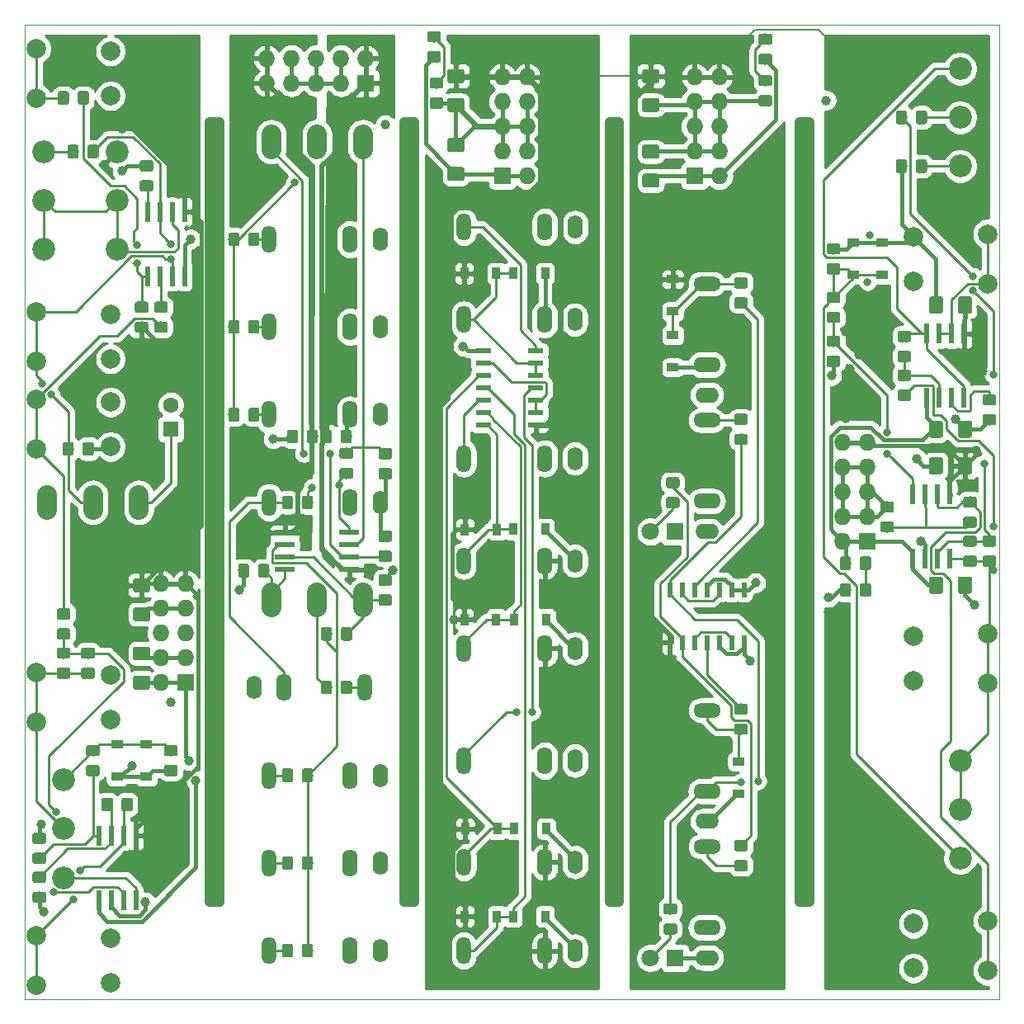
<source format=gbr>
%TF.GenerationSoftware,KiCad,Pcbnew,(5.1.0)-1*%
%TF.CreationDate,2019-04-22T15:03:31+02:00*%
%TF.ProjectId,Kicad_LFO_1,4b696361-645f-44c4-964f-5f312e6b6963,Rev A*%
%TF.SameCoordinates,Original*%
%TF.FileFunction,Copper,L2,Bot*%
%TF.FilePolarity,Positive*%
%FSLAX46Y46*%
G04 Gerber Fmt 4.6, Leading zero omitted, Abs format (unit mm)*
G04 Created by KiCad (PCBNEW (5.1.0)-1) date 2019-04-22 15:03:31*
%MOMM*%
%LPD*%
G04 APERTURE LIST*
%ADD10C,1.000000*%
%ADD11C,0.050000*%
%ADD12C,0.150000*%
%ADD13C,1.150000*%
%ADD14R,1.600000X1.600000*%
%ADD15C,1.600000*%
%ADD16C,2.340000*%
%ADD17C,2.000000*%
%ADD18O,2.032000X3.556000*%
%ADD19R,0.550000X2.000000*%
%ADD20R,1.727200X1.727200*%
%ADD21O,1.727200X1.727200*%
%ADD22C,1.425000*%
%ADD23R,1.200000X0.900000*%
%ADD24O,1.500000X2.800000*%
%ADD25O,1.600000X2.400000*%
%ADD26O,1.600000X2.800000*%
%ADD27R,2.000000X0.550000*%
%ADD28R,0.900000X1.200000*%
%ADD29R,1.500000X0.600000*%
%ADD30O,2.800000X1.600000*%
%ADD31O,2.400000X1.600000*%
%ADD32O,2.800000X1.500000*%
%ADD33R,0.600000X1.500000*%
%ADD34C,1.800000*%
%ADD35R,1.800000X1.800000*%
%ADD36C,0.800000*%
%ADD37C,1.000000*%
%ADD38C,0.250000*%
%ADD39C,0.400000*%
%ADD40C,0.600000*%
%ADD41C,0.200000*%
%ADD42C,0.500000*%
%ADD43C,0.254000*%
G04 APERTURE END LIST*
D10*
X111000000Y-60000000D02*
X111000000Y-140000000D01*
X110000000Y-140000000D02*
X111000000Y-140000000D01*
X110000000Y-60000000D02*
X111000000Y-60000000D01*
X110000000Y-140000000D02*
X110000000Y-60000000D01*
X129500000Y-140000000D02*
X130500000Y-140000000D01*
X130500000Y-60000000D02*
X130500000Y-140000000D01*
X129500000Y-60000000D02*
X130500000Y-60000000D01*
X129500000Y-140000000D02*
X129500000Y-60000000D01*
X90000000Y-60000000D02*
X90000000Y-140000000D01*
X89000000Y-60000000D02*
X90000000Y-60000000D01*
X89000000Y-140000000D02*
X90000000Y-140000000D01*
X89000000Y-140000000D02*
X89000000Y-60000000D01*
X69000000Y-60000000D02*
X70000000Y-60000000D01*
X69000000Y-140000000D02*
X69000000Y-60000000D01*
X69000000Y-140000000D02*
X70000000Y-140000000D01*
X70000000Y-60000000D02*
X70000000Y-140000000D01*
D11*
X150000000Y-50000000D02*
X50000000Y-50000000D01*
X150000000Y-150000000D02*
X150000000Y-50000000D01*
X50000000Y-150000000D02*
X150000000Y-150000000D01*
X50000000Y-50000000D02*
X50000000Y-150000000D01*
D12*
G36*
X92724505Y-57451204D02*
G01*
X92748773Y-57454804D01*
X92772572Y-57460765D01*
X92795671Y-57469030D01*
X92817850Y-57479520D01*
X92838893Y-57492132D01*
X92858599Y-57506747D01*
X92876777Y-57523223D01*
X92893253Y-57541401D01*
X92907868Y-57561107D01*
X92920480Y-57582150D01*
X92930970Y-57604329D01*
X92939235Y-57627428D01*
X92945196Y-57651227D01*
X92948796Y-57675495D01*
X92950000Y-57699999D01*
X92950000Y-58350001D01*
X92948796Y-58374505D01*
X92945196Y-58398773D01*
X92939235Y-58422572D01*
X92930970Y-58445671D01*
X92920480Y-58467850D01*
X92907868Y-58488893D01*
X92893253Y-58508599D01*
X92876777Y-58526777D01*
X92858599Y-58543253D01*
X92838893Y-58557868D01*
X92817850Y-58570480D01*
X92795671Y-58580970D01*
X92772572Y-58589235D01*
X92748773Y-58595196D01*
X92724505Y-58598796D01*
X92700001Y-58600000D01*
X91799999Y-58600000D01*
X91775495Y-58598796D01*
X91751227Y-58595196D01*
X91727428Y-58589235D01*
X91704329Y-58580970D01*
X91682150Y-58570480D01*
X91661107Y-58557868D01*
X91641401Y-58543253D01*
X91623223Y-58526777D01*
X91606747Y-58508599D01*
X91592132Y-58488893D01*
X91579520Y-58467850D01*
X91569030Y-58445671D01*
X91560765Y-58422572D01*
X91554804Y-58398773D01*
X91551204Y-58374505D01*
X91550000Y-58350001D01*
X91550000Y-57699999D01*
X91551204Y-57675495D01*
X91554804Y-57651227D01*
X91560765Y-57627428D01*
X91569030Y-57604329D01*
X91579520Y-57582150D01*
X91592132Y-57561107D01*
X91606747Y-57541401D01*
X91623223Y-57523223D01*
X91641401Y-57506747D01*
X91661107Y-57492132D01*
X91682150Y-57479520D01*
X91704329Y-57469030D01*
X91727428Y-57460765D01*
X91751227Y-57454804D01*
X91775495Y-57451204D01*
X91799999Y-57450000D01*
X92700001Y-57450000D01*
X92724505Y-57451204D01*
X92724505Y-57451204D01*
G37*
D13*
X92250000Y-58025000D03*
D12*
G36*
X92724505Y-55401204D02*
G01*
X92748773Y-55404804D01*
X92772572Y-55410765D01*
X92795671Y-55419030D01*
X92817850Y-55429520D01*
X92838893Y-55442132D01*
X92858599Y-55456747D01*
X92876777Y-55473223D01*
X92893253Y-55491401D01*
X92907868Y-55511107D01*
X92920480Y-55532150D01*
X92930970Y-55554329D01*
X92939235Y-55577428D01*
X92945196Y-55601227D01*
X92948796Y-55625495D01*
X92950000Y-55649999D01*
X92950000Y-56300001D01*
X92948796Y-56324505D01*
X92945196Y-56348773D01*
X92939235Y-56372572D01*
X92930970Y-56395671D01*
X92920480Y-56417850D01*
X92907868Y-56438893D01*
X92893253Y-56458599D01*
X92876777Y-56476777D01*
X92858599Y-56493253D01*
X92838893Y-56507868D01*
X92817850Y-56520480D01*
X92795671Y-56530970D01*
X92772572Y-56539235D01*
X92748773Y-56545196D01*
X92724505Y-56548796D01*
X92700001Y-56550000D01*
X91799999Y-56550000D01*
X91775495Y-56548796D01*
X91751227Y-56545196D01*
X91727428Y-56539235D01*
X91704329Y-56530970D01*
X91682150Y-56520480D01*
X91661107Y-56507868D01*
X91641401Y-56493253D01*
X91623223Y-56476777D01*
X91606747Y-56458599D01*
X91592132Y-56438893D01*
X91579520Y-56417850D01*
X91569030Y-56395671D01*
X91560765Y-56372572D01*
X91554804Y-56348773D01*
X91551204Y-56324505D01*
X91550000Y-56300001D01*
X91550000Y-55649999D01*
X91551204Y-55625495D01*
X91554804Y-55601227D01*
X91560765Y-55577428D01*
X91569030Y-55554329D01*
X91579520Y-55532150D01*
X91592132Y-55511107D01*
X91606747Y-55491401D01*
X91623223Y-55473223D01*
X91641401Y-55456747D01*
X91661107Y-55442132D01*
X91682150Y-55429520D01*
X91704329Y-55419030D01*
X91727428Y-55410765D01*
X91751227Y-55404804D01*
X91775495Y-55401204D01*
X91799999Y-55400000D01*
X92700001Y-55400000D01*
X92724505Y-55401204D01*
X92724505Y-55401204D01*
G37*
D13*
X92250000Y-55975000D03*
D12*
G36*
X62974505Y-63901204D02*
G01*
X62998773Y-63904804D01*
X63022572Y-63910765D01*
X63045671Y-63919030D01*
X63067850Y-63929520D01*
X63088893Y-63942132D01*
X63108599Y-63956747D01*
X63126777Y-63973223D01*
X63143253Y-63991401D01*
X63157868Y-64011107D01*
X63170480Y-64032150D01*
X63180970Y-64054329D01*
X63189235Y-64077428D01*
X63195196Y-64101227D01*
X63198796Y-64125495D01*
X63200000Y-64149999D01*
X63200000Y-64800001D01*
X63198796Y-64824505D01*
X63195196Y-64848773D01*
X63189235Y-64872572D01*
X63180970Y-64895671D01*
X63170480Y-64917850D01*
X63157868Y-64938893D01*
X63143253Y-64958599D01*
X63126777Y-64976777D01*
X63108599Y-64993253D01*
X63088893Y-65007868D01*
X63067850Y-65020480D01*
X63045671Y-65030970D01*
X63022572Y-65039235D01*
X62998773Y-65045196D01*
X62974505Y-65048796D01*
X62950001Y-65050000D01*
X62049999Y-65050000D01*
X62025495Y-65048796D01*
X62001227Y-65045196D01*
X61977428Y-65039235D01*
X61954329Y-65030970D01*
X61932150Y-65020480D01*
X61911107Y-65007868D01*
X61891401Y-64993253D01*
X61873223Y-64976777D01*
X61856747Y-64958599D01*
X61842132Y-64938893D01*
X61829520Y-64917850D01*
X61819030Y-64895671D01*
X61810765Y-64872572D01*
X61804804Y-64848773D01*
X61801204Y-64824505D01*
X61800000Y-64800001D01*
X61800000Y-64149999D01*
X61801204Y-64125495D01*
X61804804Y-64101227D01*
X61810765Y-64077428D01*
X61819030Y-64054329D01*
X61829520Y-64032150D01*
X61842132Y-64011107D01*
X61856747Y-63991401D01*
X61873223Y-63973223D01*
X61891401Y-63956747D01*
X61911107Y-63942132D01*
X61932150Y-63929520D01*
X61954329Y-63919030D01*
X61977428Y-63910765D01*
X62001227Y-63904804D01*
X62025495Y-63901204D01*
X62049999Y-63900000D01*
X62950001Y-63900000D01*
X62974505Y-63901204D01*
X62974505Y-63901204D01*
G37*
D13*
X62500000Y-64475000D03*
D12*
G36*
X62974505Y-65951204D02*
G01*
X62998773Y-65954804D01*
X63022572Y-65960765D01*
X63045671Y-65969030D01*
X63067850Y-65979520D01*
X63088893Y-65992132D01*
X63108599Y-66006747D01*
X63126777Y-66023223D01*
X63143253Y-66041401D01*
X63157868Y-66061107D01*
X63170480Y-66082150D01*
X63180970Y-66104329D01*
X63189235Y-66127428D01*
X63195196Y-66151227D01*
X63198796Y-66175495D01*
X63200000Y-66199999D01*
X63200000Y-66850001D01*
X63198796Y-66874505D01*
X63195196Y-66898773D01*
X63189235Y-66922572D01*
X63180970Y-66945671D01*
X63170480Y-66967850D01*
X63157868Y-66988893D01*
X63143253Y-67008599D01*
X63126777Y-67026777D01*
X63108599Y-67043253D01*
X63088893Y-67057868D01*
X63067850Y-67070480D01*
X63045671Y-67080970D01*
X63022572Y-67089235D01*
X62998773Y-67095196D01*
X62974505Y-67098796D01*
X62950001Y-67100000D01*
X62049999Y-67100000D01*
X62025495Y-67098796D01*
X62001227Y-67095196D01*
X61977428Y-67089235D01*
X61954329Y-67080970D01*
X61932150Y-67070480D01*
X61911107Y-67057868D01*
X61891401Y-67043253D01*
X61873223Y-67026777D01*
X61856747Y-67008599D01*
X61842132Y-66988893D01*
X61829520Y-66967850D01*
X61819030Y-66945671D01*
X61810765Y-66922572D01*
X61804804Y-66898773D01*
X61801204Y-66874505D01*
X61800000Y-66850001D01*
X61800000Y-66199999D01*
X61801204Y-66175495D01*
X61804804Y-66151227D01*
X61810765Y-66127428D01*
X61819030Y-66104329D01*
X61829520Y-66082150D01*
X61842132Y-66061107D01*
X61856747Y-66041401D01*
X61873223Y-66023223D01*
X61891401Y-66006747D01*
X61911107Y-65992132D01*
X61932150Y-65979520D01*
X61954329Y-65969030D01*
X61977428Y-65960765D01*
X62001227Y-65954804D01*
X62025495Y-65951204D01*
X62049999Y-65950000D01*
X62950001Y-65950000D01*
X62974505Y-65951204D01*
X62974505Y-65951204D01*
G37*
D13*
X62500000Y-66525000D03*
D12*
G36*
X54824505Y-92801204D02*
G01*
X54848773Y-92804804D01*
X54872572Y-92810765D01*
X54895671Y-92819030D01*
X54917850Y-92829520D01*
X54938893Y-92842132D01*
X54958599Y-92856747D01*
X54976777Y-92873223D01*
X54993253Y-92891401D01*
X55007868Y-92911107D01*
X55020480Y-92932150D01*
X55030970Y-92954329D01*
X55039235Y-92977428D01*
X55045196Y-93001227D01*
X55048796Y-93025495D01*
X55050000Y-93049999D01*
X55050000Y-93950001D01*
X55048796Y-93974505D01*
X55045196Y-93998773D01*
X55039235Y-94022572D01*
X55030970Y-94045671D01*
X55020480Y-94067850D01*
X55007868Y-94088893D01*
X54993253Y-94108599D01*
X54976777Y-94126777D01*
X54958599Y-94143253D01*
X54938893Y-94157868D01*
X54917850Y-94170480D01*
X54895671Y-94180970D01*
X54872572Y-94189235D01*
X54848773Y-94195196D01*
X54824505Y-94198796D01*
X54800001Y-94200000D01*
X54149999Y-94200000D01*
X54125495Y-94198796D01*
X54101227Y-94195196D01*
X54077428Y-94189235D01*
X54054329Y-94180970D01*
X54032150Y-94170480D01*
X54011107Y-94157868D01*
X53991401Y-94143253D01*
X53973223Y-94126777D01*
X53956747Y-94108599D01*
X53942132Y-94088893D01*
X53929520Y-94067850D01*
X53919030Y-94045671D01*
X53910765Y-94022572D01*
X53904804Y-93998773D01*
X53901204Y-93974505D01*
X53900000Y-93950001D01*
X53900000Y-93049999D01*
X53901204Y-93025495D01*
X53904804Y-93001227D01*
X53910765Y-92977428D01*
X53919030Y-92954329D01*
X53929520Y-92932150D01*
X53942132Y-92911107D01*
X53956747Y-92891401D01*
X53973223Y-92873223D01*
X53991401Y-92856747D01*
X54011107Y-92842132D01*
X54032150Y-92829520D01*
X54054329Y-92819030D01*
X54077428Y-92810765D01*
X54101227Y-92804804D01*
X54125495Y-92801204D01*
X54149999Y-92800000D01*
X54800001Y-92800000D01*
X54824505Y-92801204D01*
X54824505Y-92801204D01*
G37*
D13*
X54475000Y-93500000D03*
D12*
G36*
X56874505Y-92801204D02*
G01*
X56898773Y-92804804D01*
X56922572Y-92810765D01*
X56945671Y-92819030D01*
X56967850Y-92829520D01*
X56988893Y-92842132D01*
X57008599Y-92856747D01*
X57026777Y-92873223D01*
X57043253Y-92891401D01*
X57057868Y-92911107D01*
X57070480Y-92932150D01*
X57080970Y-92954329D01*
X57089235Y-92977428D01*
X57095196Y-93001227D01*
X57098796Y-93025495D01*
X57100000Y-93049999D01*
X57100000Y-93950001D01*
X57098796Y-93974505D01*
X57095196Y-93998773D01*
X57089235Y-94022572D01*
X57080970Y-94045671D01*
X57070480Y-94067850D01*
X57057868Y-94088893D01*
X57043253Y-94108599D01*
X57026777Y-94126777D01*
X57008599Y-94143253D01*
X56988893Y-94157868D01*
X56967850Y-94170480D01*
X56945671Y-94180970D01*
X56922572Y-94189235D01*
X56898773Y-94195196D01*
X56874505Y-94198796D01*
X56850001Y-94200000D01*
X56199999Y-94200000D01*
X56175495Y-94198796D01*
X56151227Y-94195196D01*
X56127428Y-94189235D01*
X56104329Y-94180970D01*
X56082150Y-94170480D01*
X56061107Y-94157868D01*
X56041401Y-94143253D01*
X56023223Y-94126777D01*
X56006747Y-94108599D01*
X55992132Y-94088893D01*
X55979520Y-94067850D01*
X55969030Y-94045671D01*
X55960765Y-94022572D01*
X55954804Y-93998773D01*
X55951204Y-93974505D01*
X55950000Y-93950001D01*
X55950000Y-93049999D01*
X55951204Y-93025495D01*
X55954804Y-93001227D01*
X55960765Y-92977428D01*
X55969030Y-92954329D01*
X55979520Y-92932150D01*
X55992132Y-92911107D01*
X56006747Y-92891401D01*
X56023223Y-92873223D01*
X56041401Y-92856747D01*
X56061107Y-92842132D01*
X56082150Y-92829520D01*
X56104329Y-92819030D01*
X56127428Y-92810765D01*
X56151227Y-92804804D01*
X56175495Y-92801204D01*
X56199999Y-92800000D01*
X56850001Y-92800000D01*
X56874505Y-92801204D01*
X56874505Y-92801204D01*
G37*
D13*
X56525000Y-93500000D03*
D14*
X65000000Y-91500000D03*
D15*
X65000000Y-89000000D03*
D12*
G36*
X55324505Y-62301204D02*
G01*
X55348773Y-62304804D01*
X55372572Y-62310765D01*
X55395671Y-62319030D01*
X55417850Y-62329520D01*
X55438893Y-62342132D01*
X55458599Y-62356747D01*
X55476777Y-62373223D01*
X55493253Y-62391401D01*
X55507868Y-62411107D01*
X55520480Y-62432150D01*
X55530970Y-62454329D01*
X55539235Y-62477428D01*
X55545196Y-62501227D01*
X55548796Y-62525495D01*
X55550000Y-62549999D01*
X55550000Y-63450001D01*
X55548796Y-63474505D01*
X55545196Y-63498773D01*
X55539235Y-63522572D01*
X55530970Y-63545671D01*
X55520480Y-63567850D01*
X55507868Y-63588893D01*
X55493253Y-63608599D01*
X55476777Y-63626777D01*
X55458599Y-63643253D01*
X55438893Y-63657868D01*
X55417850Y-63670480D01*
X55395671Y-63680970D01*
X55372572Y-63689235D01*
X55348773Y-63695196D01*
X55324505Y-63698796D01*
X55300001Y-63700000D01*
X54649999Y-63700000D01*
X54625495Y-63698796D01*
X54601227Y-63695196D01*
X54577428Y-63689235D01*
X54554329Y-63680970D01*
X54532150Y-63670480D01*
X54511107Y-63657868D01*
X54491401Y-63643253D01*
X54473223Y-63626777D01*
X54456747Y-63608599D01*
X54442132Y-63588893D01*
X54429520Y-63567850D01*
X54419030Y-63545671D01*
X54410765Y-63522572D01*
X54404804Y-63498773D01*
X54401204Y-63474505D01*
X54400000Y-63450001D01*
X54400000Y-62549999D01*
X54401204Y-62525495D01*
X54404804Y-62501227D01*
X54410765Y-62477428D01*
X54419030Y-62454329D01*
X54429520Y-62432150D01*
X54442132Y-62411107D01*
X54456747Y-62391401D01*
X54473223Y-62373223D01*
X54491401Y-62356747D01*
X54511107Y-62342132D01*
X54532150Y-62329520D01*
X54554329Y-62319030D01*
X54577428Y-62310765D01*
X54601227Y-62304804D01*
X54625495Y-62301204D01*
X54649999Y-62300000D01*
X55300001Y-62300000D01*
X55324505Y-62301204D01*
X55324505Y-62301204D01*
G37*
D13*
X54975000Y-63000000D03*
D12*
G36*
X57374505Y-62301204D02*
G01*
X57398773Y-62304804D01*
X57422572Y-62310765D01*
X57445671Y-62319030D01*
X57467850Y-62329520D01*
X57488893Y-62342132D01*
X57508599Y-62356747D01*
X57526777Y-62373223D01*
X57543253Y-62391401D01*
X57557868Y-62411107D01*
X57570480Y-62432150D01*
X57580970Y-62454329D01*
X57589235Y-62477428D01*
X57595196Y-62501227D01*
X57598796Y-62525495D01*
X57600000Y-62549999D01*
X57600000Y-63450001D01*
X57598796Y-63474505D01*
X57595196Y-63498773D01*
X57589235Y-63522572D01*
X57580970Y-63545671D01*
X57570480Y-63567850D01*
X57557868Y-63588893D01*
X57543253Y-63608599D01*
X57526777Y-63626777D01*
X57508599Y-63643253D01*
X57488893Y-63657868D01*
X57467850Y-63670480D01*
X57445671Y-63680970D01*
X57422572Y-63689235D01*
X57398773Y-63695196D01*
X57374505Y-63698796D01*
X57350001Y-63700000D01*
X56699999Y-63700000D01*
X56675495Y-63698796D01*
X56651227Y-63695196D01*
X56627428Y-63689235D01*
X56604329Y-63680970D01*
X56582150Y-63670480D01*
X56561107Y-63657868D01*
X56541401Y-63643253D01*
X56523223Y-63626777D01*
X56506747Y-63608599D01*
X56492132Y-63588893D01*
X56479520Y-63567850D01*
X56469030Y-63545671D01*
X56460765Y-63522572D01*
X56454804Y-63498773D01*
X56451204Y-63474505D01*
X56450000Y-63450001D01*
X56450000Y-62549999D01*
X56451204Y-62525495D01*
X56454804Y-62501227D01*
X56460765Y-62477428D01*
X56469030Y-62454329D01*
X56479520Y-62432150D01*
X56492132Y-62411107D01*
X56506747Y-62391401D01*
X56523223Y-62373223D01*
X56541401Y-62356747D01*
X56561107Y-62342132D01*
X56582150Y-62329520D01*
X56604329Y-62319030D01*
X56627428Y-62310765D01*
X56651227Y-62304804D01*
X56675495Y-62301204D01*
X56699999Y-62300000D01*
X57350001Y-62300000D01*
X57374505Y-62301204D01*
X57374505Y-62301204D01*
G37*
D13*
X57025000Y-63000000D03*
D12*
G36*
X62474505Y-78401204D02*
G01*
X62498773Y-78404804D01*
X62522572Y-78410765D01*
X62545671Y-78419030D01*
X62567850Y-78429520D01*
X62588893Y-78442132D01*
X62608599Y-78456747D01*
X62626777Y-78473223D01*
X62643253Y-78491401D01*
X62657868Y-78511107D01*
X62670480Y-78532150D01*
X62680970Y-78554329D01*
X62689235Y-78577428D01*
X62695196Y-78601227D01*
X62698796Y-78625495D01*
X62700000Y-78649999D01*
X62700000Y-79300001D01*
X62698796Y-79324505D01*
X62695196Y-79348773D01*
X62689235Y-79372572D01*
X62680970Y-79395671D01*
X62670480Y-79417850D01*
X62657868Y-79438893D01*
X62643253Y-79458599D01*
X62626777Y-79476777D01*
X62608599Y-79493253D01*
X62588893Y-79507868D01*
X62567850Y-79520480D01*
X62545671Y-79530970D01*
X62522572Y-79539235D01*
X62498773Y-79545196D01*
X62474505Y-79548796D01*
X62450001Y-79550000D01*
X61549999Y-79550000D01*
X61525495Y-79548796D01*
X61501227Y-79545196D01*
X61477428Y-79539235D01*
X61454329Y-79530970D01*
X61432150Y-79520480D01*
X61411107Y-79507868D01*
X61391401Y-79493253D01*
X61373223Y-79476777D01*
X61356747Y-79458599D01*
X61342132Y-79438893D01*
X61329520Y-79417850D01*
X61319030Y-79395671D01*
X61310765Y-79372572D01*
X61304804Y-79348773D01*
X61301204Y-79324505D01*
X61300000Y-79300001D01*
X61300000Y-78649999D01*
X61301204Y-78625495D01*
X61304804Y-78601227D01*
X61310765Y-78577428D01*
X61319030Y-78554329D01*
X61329520Y-78532150D01*
X61342132Y-78511107D01*
X61356747Y-78491401D01*
X61373223Y-78473223D01*
X61391401Y-78456747D01*
X61411107Y-78442132D01*
X61432150Y-78429520D01*
X61454329Y-78419030D01*
X61477428Y-78410765D01*
X61501227Y-78404804D01*
X61525495Y-78401204D01*
X61549999Y-78400000D01*
X62450001Y-78400000D01*
X62474505Y-78401204D01*
X62474505Y-78401204D01*
G37*
D13*
X62000000Y-78975000D03*
D12*
G36*
X62474505Y-80451204D02*
G01*
X62498773Y-80454804D01*
X62522572Y-80460765D01*
X62545671Y-80469030D01*
X62567850Y-80479520D01*
X62588893Y-80492132D01*
X62608599Y-80506747D01*
X62626777Y-80523223D01*
X62643253Y-80541401D01*
X62657868Y-80561107D01*
X62670480Y-80582150D01*
X62680970Y-80604329D01*
X62689235Y-80627428D01*
X62695196Y-80651227D01*
X62698796Y-80675495D01*
X62700000Y-80699999D01*
X62700000Y-81350001D01*
X62698796Y-81374505D01*
X62695196Y-81398773D01*
X62689235Y-81422572D01*
X62680970Y-81445671D01*
X62670480Y-81467850D01*
X62657868Y-81488893D01*
X62643253Y-81508599D01*
X62626777Y-81526777D01*
X62608599Y-81543253D01*
X62588893Y-81557868D01*
X62567850Y-81570480D01*
X62545671Y-81580970D01*
X62522572Y-81589235D01*
X62498773Y-81595196D01*
X62474505Y-81598796D01*
X62450001Y-81600000D01*
X61549999Y-81600000D01*
X61525495Y-81598796D01*
X61501227Y-81595196D01*
X61477428Y-81589235D01*
X61454329Y-81580970D01*
X61432150Y-81570480D01*
X61411107Y-81557868D01*
X61391401Y-81543253D01*
X61373223Y-81526777D01*
X61356747Y-81508599D01*
X61342132Y-81488893D01*
X61329520Y-81467850D01*
X61319030Y-81445671D01*
X61310765Y-81422572D01*
X61304804Y-81398773D01*
X61301204Y-81374505D01*
X61300000Y-81350001D01*
X61300000Y-80699999D01*
X61301204Y-80675495D01*
X61304804Y-80651227D01*
X61310765Y-80627428D01*
X61319030Y-80604329D01*
X61329520Y-80582150D01*
X61342132Y-80561107D01*
X61356747Y-80541401D01*
X61373223Y-80523223D01*
X61391401Y-80506747D01*
X61411107Y-80492132D01*
X61432150Y-80479520D01*
X61454329Y-80469030D01*
X61477428Y-80460765D01*
X61501227Y-80454804D01*
X61525495Y-80451204D01*
X61549999Y-80450000D01*
X62450001Y-80450000D01*
X62474505Y-80451204D01*
X62474505Y-80451204D01*
G37*
D13*
X62000000Y-81025000D03*
D12*
G36*
X64474505Y-78401204D02*
G01*
X64498773Y-78404804D01*
X64522572Y-78410765D01*
X64545671Y-78419030D01*
X64567850Y-78429520D01*
X64588893Y-78442132D01*
X64608599Y-78456747D01*
X64626777Y-78473223D01*
X64643253Y-78491401D01*
X64657868Y-78511107D01*
X64670480Y-78532150D01*
X64680970Y-78554329D01*
X64689235Y-78577428D01*
X64695196Y-78601227D01*
X64698796Y-78625495D01*
X64700000Y-78649999D01*
X64700000Y-79300001D01*
X64698796Y-79324505D01*
X64695196Y-79348773D01*
X64689235Y-79372572D01*
X64680970Y-79395671D01*
X64670480Y-79417850D01*
X64657868Y-79438893D01*
X64643253Y-79458599D01*
X64626777Y-79476777D01*
X64608599Y-79493253D01*
X64588893Y-79507868D01*
X64567850Y-79520480D01*
X64545671Y-79530970D01*
X64522572Y-79539235D01*
X64498773Y-79545196D01*
X64474505Y-79548796D01*
X64450001Y-79550000D01*
X63549999Y-79550000D01*
X63525495Y-79548796D01*
X63501227Y-79545196D01*
X63477428Y-79539235D01*
X63454329Y-79530970D01*
X63432150Y-79520480D01*
X63411107Y-79507868D01*
X63391401Y-79493253D01*
X63373223Y-79476777D01*
X63356747Y-79458599D01*
X63342132Y-79438893D01*
X63329520Y-79417850D01*
X63319030Y-79395671D01*
X63310765Y-79372572D01*
X63304804Y-79348773D01*
X63301204Y-79324505D01*
X63300000Y-79300001D01*
X63300000Y-78649999D01*
X63301204Y-78625495D01*
X63304804Y-78601227D01*
X63310765Y-78577428D01*
X63319030Y-78554329D01*
X63329520Y-78532150D01*
X63342132Y-78511107D01*
X63356747Y-78491401D01*
X63373223Y-78473223D01*
X63391401Y-78456747D01*
X63411107Y-78442132D01*
X63432150Y-78429520D01*
X63454329Y-78419030D01*
X63477428Y-78410765D01*
X63501227Y-78404804D01*
X63525495Y-78401204D01*
X63549999Y-78400000D01*
X64450001Y-78400000D01*
X64474505Y-78401204D01*
X64474505Y-78401204D01*
G37*
D13*
X64000000Y-78975000D03*
D12*
G36*
X64474505Y-80451204D02*
G01*
X64498773Y-80454804D01*
X64522572Y-80460765D01*
X64545671Y-80469030D01*
X64567850Y-80479520D01*
X64588893Y-80492132D01*
X64608599Y-80506747D01*
X64626777Y-80523223D01*
X64643253Y-80541401D01*
X64657868Y-80561107D01*
X64670480Y-80582150D01*
X64680970Y-80604329D01*
X64689235Y-80627428D01*
X64695196Y-80651227D01*
X64698796Y-80675495D01*
X64700000Y-80699999D01*
X64700000Y-81350001D01*
X64698796Y-81374505D01*
X64695196Y-81398773D01*
X64689235Y-81422572D01*
X64680970Y-81445671D01*
X64670480Y-81467850D01*
X64657868Y-81488893D01*
X64643253Y-81508599D01*
X64626777Y-81526777D01*
X64608599Y-81543253D01*
X64588893Y-81557868D01*
X64567850Y-81570480D01*
X64545671Y-81580970D01*
X64522572Y-81589235D01*
X64498773Y-81595196D01*
X64474505Y-81598796D01*
X64450001Y-81600000D01*
X63549999Y-81600000D01*
X63525495Y-81598796D01*
X63501227Y-81595196D01*
X63477428Y-81589235D01*
X63454329Y-81580970D01*
X63432150Y-81570480D01*
X63411107Y-81557868D01*
X63391401Y-81543253D01*
X63373223Y-81526777D01*
X63356747Y-81508599D01*
X63342132Y-81488893D01*
X63329520Y-81467850D01*
X63319030Y-81445671D01*
X63310765Y-81422572D01*
X63304804Y-81398773D01*
X63301204Y-81374505D01*
X63300000Y-81350001D01*
X63300000Y-80699999D01*
X63301204Y-80675495D01*
X63304804Y-80651227D01*
X63310765Y-80627428D01*
X63319030Y-80604329D01*
X63329520Y-80582150D01*
X63342132Y-80561107D01*
X63356747Y-80541401D01*
X63373223Y-80523223D01*
X63391401Y-80506747D01*
X63411107Y-80492132D01*
X63432150Y-80479520D01*
X63454329Y-80469030D01*
X63477428Y-80460765D01*
X63501227Y-80454804D01*
X63525495Y-80451204D01*
X63549999Y-80450000D01*
X64450001Y-80450000D01*
X64474505Y-80451204D01*
X64474505Y-80451204D01*
G37*
D13*
X64000000Y-81025000D03*
D12*
G36*
X54324505Y-56801204D02*
G01*
X54348773Y-56804804D01*
X54372572Y-56810765D01*
X54395671Y-56819030D01*
X54417850Y-56829520D01*
X54438893Y-56842132D01*
X54458599Y-56856747D01*
X54476777Y-56873223D01*
X54493253Y-56891401D01*
X54507868Y-56911107D01*
X54520480Y-56932150D01*
X54530970Y-56954329D01*
X54539235Y-56977428D01*
X54545196Y-57001227D01*
X54548796Y-57025495D01*
X54550000Y-57049999D01*
X54550000Y-57950001D01*
X54548796Y-57974505D01*
X54545196Y-57998773D01*
X54539235Y-58022572D01*
X54530970Y-58045671D01*
X54520480Y-58067850D01*
X54507868Y-58088893D01*
X54493253Y-58108599D01*
X54476777Y-58126777D01*
X54458599Y-58143253D01*
X54438893Y-58157868D01*
X54417850Y-58170480D01*
X54395671Y-58180970D01*
X54372572Y-58189235D01*
X54348773Y-58195196D01*
X54324505Y-58198796D01*
X54300001Y-58200000D01*
X53649999Y-58200000D01*
X53625495Y-58198796D01*
X53601227Y-58195196D01*
X53577428Y-58189235D01*
X53554329Y-58180970D01*
X53532150Y-58170480D01*
X53511107Y-58157868D01*
X53491401Y-58143253D01*
X53473223Y-58126777D01*
X53456747Y-58108599D01*
X53442132Y-58088893D01*
X53429520Y-58067850D01*
X53419030Y-58045671D01*
X53410765Y-58022572D01*
X53404804Y-57998773D01*
X53401204Y-57974505D01*
X53400000Y-57950001D01*
X53400000Y-57049999D01*
X53401204Y-57025495D01*
X53404804Y-57001227D01*
X53410765Y-56977428D01*
X53419030Y-56954329D01*
X53429520Y-56932150D01*
X53442132Y-56911107D01*
X53456747Y-56891401D01*
X53473223Y-56873223D01*
X53491401Y-56856747D01*
X53511107Y-56842132D01*
X53532150Y-56829520D01*
X53554329Y-56819030D01*
X53577428Y-56810765D01*
X53601227Y-56804804D01*
X53625495Y-56801204D01*
X53649999Y-56800000D01*
X54300001Y-56800000D01*
X54324505Y-56801204D01*
X54324505Y-56801204D01*
G37*
D13*
X53975000Y-57500000D03*
D12*
G36*
X56374505Y-56801204D02*
G01*
X56398773Y-56804804D01*
X56422572Y-56810765D01*
X56445671Y-56819030D01*
X56467850Y-56829520D01*
X56488893Y-56842132D01*
X56508599Y-56856747D01*
X56526777Y-56873223D01*
X56543253Y-56891401D01*
X56557868Y-56911107D01*
X56570480Y-56932150D01*
X56580970Y-56954329D01*
X56589235Y-56977428D01*
X56595196Y-57001227D01*
X56598796Y-57025495D01*
X56600000Y-57049999D01*
X56600000Y-57950001D01*
X56598796Y-57974505D01*
X56595196Y-57998773D01*
X56589235Y-58022572D01*
X56580970Y-58045671D01*
X56570480Y-58067850D01*
X56557868Y-58088893D01*
X56543253Y-58108599D01*
X56526777Y-58126777D01*
X56508599Y-58143253D01*
X56488893Y-58157868D01*
X56467850Y-58170480D01*
X56445671Y-58180970D01*
X56422572Y-58189235D01*
X56398773Y-58195196D01*
X56374505Y-58198796D01*
X56350001Y-58200000D01*
X55699999Y-58200000D01*
X55675495Y-58198796D01*
X55651227Y-58195196D01*
X55627428Y-58189235D01*
X55604329Y-58180970D01*
X55582150Y-58170480D01*
X55561107Y-58157868D01*
X55541401Y-58143253D01*
X55523223Y-58126777D01*
X55506747Y-58108599D01*
X55492132Y-58088893D01*
X55479520Y-58067850D01*
X55469030Y-58045671D01*
X55460765Y-58022572D01*
X55454804Y-57998773D01*
X55451204Y-57974505D01*
X55450000Y-57950001D01*
X55450000Y-57049999D01*
X55451204Y-57025495D01*
X55454804Y-57001227D01*
X55460765Y-56977428D01*
X55469030Y-56954329D01*
X55479520Y-56932150D01*
X55492132Y-56911107D01*
X55506747Y-56891401D01*
X55523223Y-56873223D01*
X55541401Y-56856747D01*
X55561107Y-56842132D01*
X55582150Y-56829520D01*
X55604329Y-56819030D01*
X55627428Y-56810765D01*
X55651227Y-56804804D01*
X55675495Y-56801204D01*
X55699999Y-56800000D01*
X56350001Y-56800000D01*
X56374505Y-56801204D01*
X56374505Y-56801204D01*
G37*
D13*
X56025000Y-57500000D03*
D16*
X52000000Y-73000000D03*
X52000000Y-68000000D03*
X52000000Y-63000000D03*
X59500000Y-73000000D03*
X59500000Y-68000000D03*
X59500000Y-63000000D03*
D17*
X58810000Y-93286000D03*
X58810000Y-88714000D03*
X51190000Y-93540000D03*
X51190000Y-88460000D03*
X51190000Y-52460000D03*
X51190000Y-57540000D03*
X58810000Y-52714000D03*
X58810000Y-57286000D03*
X51190000Y-79460000D03*
X51190000Y-84540000D03*
X58810000Y-79714000D03*
X58810000Y-84286000D03*
D18*
X61700000Y-99000000D03*
X57000000Y-99000000D03*
X52300000Y-99000000D03*
D19*
X66405000Y-75800000D03*
X65135000Y-75800000D03*
X63865000Y-75800000D03*
X62595000Y-75800000D03*
X62595000Y-69200000D03*
X63865000Y-69200000D03*
X65135000Y-69200000D03*
X66405000Y-69200000D03*
D20*
X66500000Y-117500000D03*
D21*
X63960000Y-117500000D03*
X66500000Y-114960000D03*
X63960000Y-114960000D03*
X66500000Y-112420000D03*
X63960000Y-112420000D03*
X66500000Y-109880000D03*
X63960000Y-109880000D03*
X66500000Y-107340000D03*
X63960000Y-107340000D03*
D19*
X61405000Y-139800000D03*
X60135000Y-139800000D03*
X58865000Y-139800000D03*
X57595000Y-139800000D03*
X57595000Y-133200000D03*
X58865000Y-133200000D03*
X60135000Y-133200000D03*
X61405000Y-133200000D03*
D12*
G36*
X62649504Y-109776204D02*
G01*
X62673773Y-109779804D01*
X62697571Y-109785765D01*
X62720671Y-109794030D01*
X62742849Y-109804520D01*
X62763893Y-109817133D01*
X62783598Y-109831747D01*
X62801777Y-109848223D01*
X62818253Y-109866402D01*
X62832867Y-109886107D01*
X62845480Y-109907151D01*
X62855970Y-109929329D01*
X62864235Y-109952429D01*
X62870196Y-109976227D01*
X62873796Y-110000496D01*
X62875000Y-110025000D01*
X62875000Y-110950000D01*
X62873796Y-110974504D01*
X62870196Y-110998773D01*
X62864235Y-111022571D01*
X62855970Y-111045671D01*
X62845480Y-111067849D01*
X62832867Y-111088893D01*
X62818253Y-111108598D01*
X62801777Y-111126777D01*
X62783598Y-111143253D01*
X62763893Y-111157867D01*
X62742849Y-111170480D01*
X62720671Y-111180970D01*
X62697571Y-111189235D01*
X62673773Y-111195196D01*
X62649504Y-111198796D01*
X62625000Y-111200000D01*
X61375000Y-111200000D01*
X61350496Y-111198796D01*
X61326227Y-111195196D01*
X61302429Y-111189235D01*
X61279329Y-111180970D01*
X61257151Y-111170480D01*
X61236107Y-111157867D01*
X61216402Y-111143253D01*
X61198223Y-111126777D01*
X61181747Y-111108598D01*
X61167133Y-111088893D01*
X61154520Y-111067849D01*
X61144030Y-111045671D01*
X61135765Y-111022571D01*
X61129804Y-110998773D01*
X61126204Y-110974504D01*
X61125000Y-110950000D01*
X61125000Y-110025000D01*
X61126204Y-110000496D01*
X61129804Y-109976227D01*
X61135765Y-109952429D01*
X61144030Y-109929329D01*
X61154520Y-109907151D01*
X61167133Y-109886107D01*
X61181747Y-109866402D01*
X61198223Y-109848223D01*
X61216402Y-109831747D01*
X61236107Y-109817133D01*
X61257151Y-109804520D01*
X61279329Y-109794030D01*
X61302429Y-109785765D01*
X61326227Y-109779804D01*
X61350496Y-109776204D01*
X61375000Y-109775000D01*
X62625000Y-109775000D01*
X62649504Y-109776204D01*
X62649504Y-109776204D01*
G37*
D22*
X62000000Y-110487500D03*
D12*
G36*
X62649504Y-106801204D02*
G01*
X62673773Y-106804804D01*
X62697571Y-106810765D01*
X62720671Y-106819030D01*
X62742849Y-106829520D01*
X62763893Y-106842133D01*
X62783598Y-106856747D01*
X62801777Y-106873223D01*
X62818253Y-106891402D01*
X62832867Y-106911107D01*
X62845480Y-106932151D01*
X62855970Y-106954329D01*
X62864235Y-106977429D01*
X62870196Y-107001227D01*
X62873796Y-107025496D01*
X62875000Y-107050000D01*
X62875000Y-107975000D01*
X62873796Y-107999504D01*
X62870196Y-108023773D01*
X62864235Y-108047571D01*
X62855970Y-108070671D01*
X62845480Y-108092849D01*
X62832867Y-108113893D01*
X62818253Y-108133598D01*
X62801777Y-108151777D01*
X62783598Y-108168253D01*
X62763893Y-108182867D01*
X62742849Y-108195480D01*
X62720671Y-108205970D01*
X62697571Y-108214235D01*
X62673773Y-108220196D01*
X62649504Y-108223796D01*
X62625000Y-108225000D01*
X61375000Y-108225000D01*
X61350496Y-108223796D01*
X61326227Y-108220196D01*
X61302429Y-108214235D01*
X61279329Y-108205970D01*
X61257151Y-108195480D01*
X61236107Y-108182867D01*
X61216402Y-108168253D01*
X61198223Y-108151777D01*
X61181747Y-108133598D01*
X61167133Y-108113893D01*
X61154520Y-108092849D01*
X61144030Y-108070671D01*
X61135765Y-108047571D01*
X61129804Y-108023773D01*
X61126204Y-107999504D01*
X61125000Y-107975000D01*
X61125000Y-107050000D01*
X61126204Y-107025496D01*
X61129804Y-107001227D01*
X61135765Y-106977429D01*
X61144030Y-106954329D01*
X61154520Y-106932151D01*
X61167133Y-106911107D01*
X61181747Y-106891402D01*
X61198223Y-106873223D01*
X61216402Y-106856747D01*
X61236107Y-106842133D01*
X61257151Y-106829520D01*
X61279329Y-106819030D01*
X61302429Y-106810765D01*
X61326227Y-106804804D01*
X61350496Y-106801204D01*
X61375000Y-106800000D01*
X62625000Y-106800000D01*
X62649504Y-106801204D01*
X62649504Y-106801204D01*
G37*
D22*
X62000000Y-107512500D03*
D12*
G36*
X62649504Y-113801204D02*
G01*
X62673773Y-113804804D01*
X62697571Y-113810765D01*
X62720671Y-113819030D01*
X62742849Y-113829520D01*
X62763893Y-113842133D01*
X62783598Y-113856747D01*
X62801777Y-113873223D01*
X62818253Y-113891402D01*
X62832867Y-113911107D01*
X62845480Y-113932151D01*
X62855970Y-113954329D01*
X62864235Y-113977429D01*
X62870196Y-114001227D01*
X62873796Y-114025496D01*
X62875000Y-114050000D01*
X62875000Y-114975000D01*
X62873796Y-114999504D01*
X62870196Y-115023773D01*
X62864235Y-115047571D01*
X62855970Y-115070671D01*
X62845480Y-115092849D01*
X62832867Y-115113893D01*
X62818253Y-115133598D01*
X62801777Y-115151777D01*
X62783598Y-115168253D01*
X62763893Y-115182867D01*
X62742849Y-115195480D01*
X62720671Y-115205970D01*
X62697571Y-115214235D01*
X62673773Y-115220196D01*
X62649504Y-115223796D01*
X62625000Y-115225000D01*
X61375000Y-115225000D01*
X61350496Y-115223796D01*
X61326227Y-115220196D01*
X61302429Y-115214235D01*
X61279329Y-115205970D01*
X61257151Y-115195480D01*
X61236107Y-115182867D01*
X61216402Y-115168253D01*
X61198223Y-115151777D01*
X61181747Y-115133598D01*
X61167133Y-115113893D01*
X61154520Y-115092849D01*
X61144030Y-115070671D01*
X61135765Y-115047571D01*
X61129804Y-115023773D01*
X61126204Y-114999504D01*
X61125000Y-114975000D01*
X61125000Y-114050000D01*
X61126204Y-114025496D01*
X61129804Y-114001227D01*
X61135765Y-113977429D01*
X61144030Y-113954329D01*
X61154520Y-113932151D01*
X61167133Y-113911107D01*
X61181747Y-113891402D01*
X61198223Y-113873223D01*
X61216402Y-113856747D01*
X61236107Y-113842133D01*
X61257151Y-113829520D01*
X61279329Y-113819030D01*
X61302429Y-113810765D01*
X61326227Y-113804804D01*
X61350496Y-113801204D01*
X61375000Y-113800000D01*
X62625000Y-113800000D01*
X62649504Y-113801204D01*
X62649504Y-113801204D01*
G37*
D22*
X62000000Y-114512500D03*
D12*
G36*
X62649504Y-116776204D02*
G01*
X62673773Y-116779804D01*
X62697571Y-116785765D01*
X62720671Y-116794030D01*
X62742849Y-116804520D01*
X62763893Y-116817133D01*
X62783598Y-116831747D01*
X62801777Y-116848223D01*
X62818253Y-116866402D01*
X62832867Y-116886107D01*
X62845480Y-116907151D01*
X62855970Y-116929329D01*
X62864235Y-116952429D01*
X62870196Y-116976227D01*
X62873796Y-117000496D01*
X62875000Y-117025000D01*
X62875000Y-117950000D01*
X62873796Y-117974504D01*
X62870196Y-117998773D01*
X62864235Y-118022571D01*
X62855970Y-118045671D01*
X62845480Y-118067849D01*
X62832867Y-118088893D01*
X62818253Y-118108598D01*
X62801777Y-118126777D01*
X62783598Y-118143253D01*
X62763893Y-118157867D01*
X62742849Y-118170480D01*
X62720671Y-118180970D01*
X62697571Y-118189235D01*
X62673773Y-118195196D01*
X62649504Y-118198796D01*
X62625000Y-118200000D01*
X61375000Y-118200000D01*
X61350496Y-118198796D01*
X61326227Y-118195196D01*
X61302429Y-118189235D01*
X61279329Y-118180970D01*
X61257151Y-118170480D01*
X61236107Y-118157867D01*
X61216402Y-118143253D01*
X61198223Y-118126777D01*
X61181747Y-118108598D01*
X61167133Y-118088893D01*
X61154520Y-118067849D01*
X61144030Y-118045671D01*
X61135765Y-118022571D01*
X61129804Y-117998773D01*
X61126204Y-117974504D01*
X61125000Y-117950000D01*
X61125000Y-117025000D01*
X61126204Y-117000496D01*
X61129804Y-116976227D01*
X61135765Y-116952429D01*
X61144030Y-116929329D01*
X61154520Y-116907151D01*
X61167133Y-116886107D01*
X61181747Y-116866402D01*
X61198223Y-116848223D01*
X61216402Y-116831747D01*
X61236107Y-116817133D01*
X61257151Y-116804520D01*
X61279329Y-116794030D01*
X61302429Y-116785765D01*
X61326227Y-116779804D01*
X61350496Y-116776204D01*
X61375000Y-116775000D01*
X62625000Y-116775000D01*
X62649504Y-116776204D01*
X62649504Y-116776204D01*
G37*
D22*
X62000000Y-117487500D03*
D12*
G36*
X56974505Y-115951204D02*
G01*
X56998773Y-115954804D01*
X57022572Y-115960765D01*
X57045671Y-115969030D01*
X57067850Y-115979520D01*
X57088893Y-115992132D01*
X57108599Y-116006747D01*
X57126777Y-116023223D01*
X57143253Y-116041401D01*
X57157868Y-116061107D01*
X57170480Y-116082150D01*
X57180970Y-116104329D01*
X57189235Y-116127428D01*
X57195196Y-116151227D01*
X57198796Y-116175495D01*
X57200000Y-116199999D01*
X57200000Y-116850001D01*
X57198796Y-116874505D01*
X57195196Y-116898773D01*
X57189235Y-116922572D01*
X57180970Y-116945671D01*
X57170480Y-116967850D01*
X57157868Y-116988893D01*
X57143253Y-117008599D01*
X57126777Y-117026777D01*
X57108599Y-117043253D01*
X57088893Y-117057868D01*
X57067850Y-117070480D01*
X57045671Y-117080970D01*
X57022572Y-117089235D01*
X56998773Y-117095196D01*
X56974505Y-117098796D01*
X56950001Y-117100000D01*
X56049999Y-117100000D01*
X56025495Y-117098796D01*
X56001227Y-117095196D01*
X55977428Y-117089235D01*
X55954329Y-117080970D01*
X55932150Y-117070480D01*
X55911107Y-117057868D01*
X55891401Y-117043253D01*
X55873223Y-117026777D01*
X55856747Y-117008599D01*
X55842132Y-116988893D01*
X55829520Y-116967850D01*
X55819030Y-116945671D01*
X55810765Y-116922572D01*
X55804804Y-116898773D01*
X55801204Y-116874505D01*
X55800000Y-116850001D01*
X55800000Y-116199999D01*
X55801204Y-116175495D01*
X55804804Y-116151227D01*
X55810765Y-116127428D01*
X55819030Y-116104329D01*
X55829520Y-116082150D01*
X55842132Y-116061107D01*
X55856747Y-116041401D01*
X55873223Y-116023223D01*
X55891401Y-116006747D01*
X55911107Y-115992132D01*
X55932150Y-115979520D01*
X55954329Y-115969030D01*
X55977428Y-115960765D01*
X56001227Y-115954804D01*
X56025495Y-115951204D01*
X56049999Y-115950000D01*
X56950001Y-115950000D01*
X56974505Y-115951204D01*
X56974505Y-115951204D01*
G37*
D13*
X56500000Y-116525000D03*
D12*
G36*
X56974505Y-113901204D02*
G01*
X56998773Y-113904804D01*
X57022572Y-113910765D01*
X57045671Y-113919030D01*
X57067850Y-113929520D01*
X57088893Y-113942132D01*
X57108599Y-113956747D01*
X57126777Y-113973223D01*
X57143253Y-113991401D01*
X57157868Y-114011107D01*
X57170480Y-114032150D01*
X57180970Y-114054329D01*
X57189235Y-114077428D01*
X57195196Y-114101227D01*
X57198796Y-114125495D01*
X57200000Y-114149999D01*
X57200000Y-114800001D01*
X57198796Y-114824505D01*
X57195196Y-114848773D01*
X57189235Y-114872572D01*
X57180970Y-114895671D01*
X57170480Y-114917850D01*
X57157868Y-114938893D01*
X57143253Y-114958599D01*
X57126777Y-114976777D01*
X57108599Y-114993253D01*
X57088893Y-115007868D01*
X57067850Y-115020480D01*
X57045671Y-115030970D01*
X57022572Y-115039235D01*
X56998773Y-115045196D01*
X56974505Y-115048796D01*
X56950001Y-115050000D01*
X56049999Y-115050000D01*
X56025495Y-115048796D01*
X56001227Y-115045196D01*
X55977428Y-115039235D01*
X55954329Y-115030970D01*
X55932150Y-115020480D01*
X55911107Y-115007868D01*
X55891401Y-114993253D01*
X55873223Y-114976777D01*
X55856747Y-114958599D01*
X55842132Y-114938893D01*
X55829520Y-114917850D01*
X55819030Y-114895671D01*
X55810765Y-114872572D01*
X55804804Y-114848773D01*
X55801204Y-114824505D01*
X55800000Y-114800001D01*
X55800000Y-114149999D01*
X55801204Y-114125495D01*
X55804804Y-114101227D01*
X55810765Y-114077428D01*
X55819030Y-114054329D01*
X55829520Y-114032150D01*
X55842132Y-114011107D01*
X55856747Y-113991401D01*
X55873223Y-113973223D01*
X55891401Y-113956747D01*
X55911107Y-113942132D01*
X55932150Y-113929520D01*
X55954329Y-113919030D01*
X55977428Y-113910765D01*
X56001227Y-113904804D01*
X56025495Y-113901204D01*
X56049999Y-113900000D01*
X56950001Y-113900000D01*
X56974505Y-113901204D01*
X56974505Y-113901204D01*
G37*
D13*
X56500000Y-114475000D03*
D23*
X59500000Y-127150000D03*
X59500000Y-123850000D03*
X62500000Y-127150000D03*
X62500000Y-123850000D03*
D17*
X58810000Y-121286000D03*
X58810000Y-116714000D03*
X51190000Y-121540000D03*
X51190000Y-116460000D03*
X51190000Y-143460000D03*
X51190000Y-148540000D03*
X58810000Y-143714000D03*
X58810000Y-148286000D03*
D12*
G36*
X54474505Y-113901204D02*
G01*
X54498773Y-113904804D01*
X54522572Y-113910765D01*
X54545671Y-113919030D01*
X54567850Y-113929520D01*
X54588893Y-113942132D01*
X54608599Y-113956747D01*
X54626777Y-113973223D01*
X54643253Y-113991401D01*
X54657868Y-114011107D01*
X54670480Y-114032150D01*
X54680970Y-114054329D01*
X54689235Y-114077428D01*
X54695196Y-114101227D01*
X54698796Y-114125495D01*
X54700000Y-114149999D01*
X54700000Y-114800001D01*
X54698796Y-114824505D01*
X54695196Y-114848773D01*
X54689235Y-114872572D01*
X54680970Y-114895671D01*
X54670480Y-114917850D01*
X54657868Y-114938893D01*
X54643253Y-114958599D01*
X54626777Y-114976777D01*
X54608599Y-114993253D01*
X54588893Y-115007868D01*
X54567850Y-115020480D01*
X54545671Y-115030970D01*
X54522572Y-115039235D01*
X54498773Y-115045196D01*
X54474505Y-115048796D01*
X54450001Y-115050000D01*
X53549999Y-115050000D01*
X53525495Y-115048796D01*
X53501227Y-115045196D01*
X53477428Y-115039235D01*
X53454329Y-115030970D01*
X53432150Y-115020480D01*
X53411107Y-115007868D01*
X53391401Y-114993253D01*
X53373223Y-114976777D01*
X53356747Y-114958599D01*
X53342132Y-114938893D01*
X53329520Y-114917850D01*
X53319030Y-114895671D01*
X53310765Y-114872572D01*
X53304804Y-114848773D01*
X53301204Y-114824505D01*
X53300000Y-114800001D01*
X53300000Y-114149999D01*
X53301204Y-114125495D01*
X53304804Y-114101227D01*
X53310765Y-114077428D01*
X53319030Y-114054329D01*
X53329520Y-114032150D01*
X53342132Y-114011107D01*
X53356747Y-113991401D01*
X53373223Y-113973223D01*
X53391401Y-113956747D01*
X53411107Y-113942132D01*
X53432150Y-113929520D01*
X53454329Y-113919030D01*
X53477428Y-113910765D01*
X53501227Y-113904804D01*
X53525495Y-113901204D01*
X53549999Y-113900000D01*
X54450001Y-113900000D01*
X54474505Y-113901204D01*
X54474505Y-113901204D01*
G37*
D13*
X54000000Y-114475000D03*
D12*
G36*
X54474505Y-115951204D02*
G01*
X54498773Y-115954804D01*
X54522572Y-115960765D01*
X54545671Y-115969030D01*
X54567850Y-115979520D01*
X54588893Y-115992132D01*
X54608599Y-116006747D01*
X54626777Y-116023223D01*
X54643253Y-116041401D01*
X54657868Y-116061107D01*
X54670480Y-116082150D01*
X54680970Y-116104329D01*
X54689235Y-116127428D01*
X54695196Y-116151227D01*
X54698796Y-116175495D01*
X54700000Y-116199999D01*
X54700000Y-116850001D01*
X54698796Y-116874505D01*
X54695196Y-116898773D01*
X54689235Y-116922572D01*
X54680970Y-116945671D01*
X54670480Y-116967850D01*
X54657868Y-116988893D01*
X54643253Y-117008599D01*
X54626777Y-117026777D01*
X54608599Y-117043253D01*
X54588893Y-117057868D01*
X54567850Y-117070480D01*
X54545671Y-117080970D01*
X54522572Y-117089235D01*
X54498773Y-117095196D01*
X54474505Y-117098796D01*
X54450001Y-117100000D01*
X53549999Y-117100000D01*
X53525495Y-117098796D01*
X53501227Y-117095196D01*
X53477428Y-117089235D01*
X53454329Y-117080970D01*
X53432150Y-117070480D01*
X53411107Y-117057868D01*
X53391401Y-117043253D01*
X53373223Y-117026777D01*
X53356747Y-117008599D01*
X53342132Y-116988893D01*
X53329520Y-116967850D01*
X53319030Y-116945671D01*
X53310765Y-116922572D01*
X53304804Y-116898773D01*
X53301204Y-116874505D01*
X53300000Y-116850001D01*
X53300000Y-116199999D01*
X53301204Y-116175495D01*
X53304804Y-116151227D01*
X53310765Y-116127428D01*
X53319030Y-116104329D01*
X53329520Y-116082150D01*
X53342132Y-116061107D01*
X53356747Y-116041401D01*
X53373223Y-116023223D01*
X53391401Y-116006747D01*
X53411107Y-115992132D01*
X53432150Y-115979520D01*
X53454329Y-115969030D01*
X53477428Y-115960765D01*
X53501227Y-115954804D01*
X53525495Y-115951204D01*
X53549999Y-115950000D01*
X54450001Y-115950000D01*
X54474505Y-115951204D01*
X54474505Y-115951204D01*
G37*
D13*
X54000000Y-116525000D03*
D12*
G36*
X54474505Y-111926204D02*
G01*
X54498773Y-111929804D01*
X54522572Y-111935765D01*
X54545671Y-111944030D01*
X54567850Y-111954520D01*
X54588893Y-111967132D01*
X54608599Y-111981747D01*
X54626777Y-111998223D01*
X54643253Y-112016401D01*
X54657868Y-112036107D01*
X54670480Y-112057150D01*
X54680970Y-112079329D01*
X54689235Y-112102428D01*
X54695196Y-112126227D01*
X54698796Y-112150495D01*
X54700000Y-112174999D01*
X54700000Y-112825001D01*
X54698796Y-112849505D01*
X54695196Y-112873773D01*
X54689235Y-112897572D01*
X54680970Y-112920671D01*
X54670480Y-112942850D01*
X54657868Y-112963893D01*
X54643253Y-112983599D01*
X54626777Y-113001777D01*
X54608599Y-113018253D01*
X54588893Y-113032868D01*
X54567850Y-113045480D01*
X54545671Y-113055970D01*
X54522572Y-113064235D01*
X54498773Y-113070196D01*
X54474505Y-113073796D01*
X54450001Y-113075000D01*
X53549999Y-113075000D01*
X53525495Y-113073796D01*
X53501227Y-113070196D01*
X53477428Y-113064235D01*
X53454329Y-113055970D01*
X53432150Y-113045480D01*
X53411107Y-113032868D01*
X53391401Y-113018253D01*
X53373223Y-113001777D01*
X53356747Y-112983599D01*
X53342132Y-112963893D01*
X53329520Y-112942850D01*
X53319030Y-112920671D01*
X53310765Y-112897572D01*
X53304804Y-112873773D01*
X53301204Y-112849505D01*
X53300000Y-112825001D01*
X53300000Y-112174999D01*
X53301204Y-112150495D01*
X53304804Y-112126227D01*
X53310765Y-112102428D01*
X53319030Y-112079329D01*
X53329520Y-112057150D01*
X53342132Y-112036107D01*
X53356747Y-112016401D01*
X53373223Y-111998223D01*
X53391401Y-111981747D01*
X53411107Y-111967132D01*
X53432150Y-111954520D01*
X53454329Y-111944030D01*
X53477428Y-111935765D01*
X53501227Y-111929804D01*
X53525495Y-111926204D01*
X53549999Y-111925000D01*
X54450001Y-111925000D01*
X54474505Y-111926204D01*
X54474505Y-111926204D01*
G37*
D13*
X54000000Y-112500000D03*
D12*
G36*
X54474505Y-109876204D02*
G01*
X54498773Y-109879804D01*
X54522572Y-109885765D01*
X54545671Y-109894030D01*
X54567850Y-109904520D01*
X54588893Y-109917132D01*
X54608599Y-109931747D01*
X54626777Y-109948223D01*
X54643253Y-109966401D01*
X54657868Y-109986107D01*
X54670480Y-110007150D01*
X54680970Y-110029329D01*
X54689235Y-110052428D01*
X54695196Y-110076227D01*
X54698796Y-110100495D01*
X54700000Y-110124999D01*
X54700000Y-110775001D01*
X54698796Y-110799505D01*
X54695196Y-110823773D01*
X54689235Y-110847572D01*
X54680970Y-110870671D01*
X54670480Y-110892850D01*
X54657868Y-110913893D01*
X54643253Y-110933599D01*
X54626777Y-110951777D01*
X54608599Y-110968253D01*
X54588893Y-110982868D01*
X54567850Y-110995480D01*
X54545671Y-111005970D01*
X54522572Y-111014235D01*
X54498773Y-111020196D01*
X54474505Y-111023796D01*
X54450001Y-111025000D01*
X53549999Y-111025000D01*
X53525495Y-111023796D01*
X53501227Y-111020196D01*
X53477428Y-111014235D01*
X53454329Y-111005970D01*
X53432150Y-110995480D01*
X53411107Y-110982868D01*
X53391401Y-110968253D01*
X53373223Y-110951777D01*
X53356747Y-110933599D01*
X53342132Y-110913893D01*
X53329520Y-110892850D01*
X53319030Y-110870671D01*
X53310765Y-110847572D01*
X53304804Y-110823773D01*
X53301204Y-110799505D01*
X53300000Y-110775001D01*
X53300000Y-110124999D01*
X53301204Y-110100495D01*
X53304804Y-110076227D01*
X53310765Y-110052428D01*
X53319030Y-110029329D01*
X53329520Y-110007150D01*
X53342132Y-109986107D01*
X53356747Y-109966401D01*
X53373223Y-109948223D01*
X53391401Y-109931747D01*
X53411107Y-109917132D01*
X53432150Y-109904520D01*
X53454329Y-109894030D01*
X53477428Y-109885765D01*
X53501227Y-109879804D01*
X53525495Y-109876204D01*
X53549999Y-109875000D01*
X54450001Y-109875000D01*
X54474505Y-109876204D01*
X54474505Y-109876204D01*
G37*
D13*
X54000000Y-110450000D03*
D12*
G36*
X51974505Y-138951204D02*
G01*
X51998773Y-138954804D01*
X52022572Y-138960765D01*
X52045671Y-138969030D01*
X52067850Y-138979520D01*
X52088893Y-138992132D01*
X52108599Y-139006747D01*
X52126777Y-139023223D01*
X52143253Y-139041401D01*
X52157868Y-139061107D01*
X52170480Y-139082150D01*
X52180970Y-139104329D01*
X52189235Y-139127428D01*
X52195196Y-139151227D01*
X52198796Y-139175495D01*
X52200000Y-139199999D01*
X52200000Y-139850001D01*
X52198796Y-139874505D01*
X52195196Y-139898773D01*
X52189235Y-139922572D01*
X52180970Y-139945671D01*
X52170480Y-139967850D01*
X52157868Y-139988893D01*
X52143253Y-140008599D01*
X52126777Y-140026777D01*
X52108599Y-140043253D01*
X52088893Y-140057868D01*
X52067850Y-140070480D01*
X52045671Y-140080970D01*
X52022572Y-140089235D01*
X51998773Y-140095196D01*
X51974505Y-140098796D01*
X51950001Y-140100000D01*
X51049999Y-140100000D01*
X51025495Y-140098796D01*
X51001227Y-140095196D01*
X50977428Y-140089235D01*
X50954329Y-140080970D01*
X50932150Y-140070480D01*
X50911107Y-140057868D01*
X50891401Y-140043253D01*
X50873223Y-140026777D01*
X50856747Y-140008599D01*
X50842132Y-139988893D01*
X50829520Y-139967850D01*
X50819030Y-139945671D01*
X50810765Y-139922572D01*
X50804804Y-139898773D01*
X50801204Y-139874505D01*
X50800000Y-139850001D01*
X50800000Y-139199999D01*
X50801204Y-139175495D01*
X50804804Y-139151227D01*
X50810765Y-139127428D01*
X50819030Y-139104329D01*
X50829520Y-139082150D01*
X50842132Y-139061107D01*
X50856747Y-139041401D01*
X50873223Y-139023223D01*
X50891401Y-139006747D01*
X50911107Y-138992132D01*
X50932150Y-138979520D01*
X50954329Y-138969030D01*
X50977428Y-138960765D01*
X51001227Y-138954804D01*
X51025495Y-138951204D01*
X51049999Y-138950000D01*
X51950001Y-138950000D01*
X51974505Y-138951204D01*
X51974505Y-138951204D01*
G37*
D13*
X51500000Y-139525000D03*
D12*
G36*
X51974505Y-136901204D02*
G01*
X51998773Y-136904804D01*
X52022572Y-136910765D01*
X52045671Y-136919030D01*
X52067850Y-136929520D01*
X52088893Y-136942132D01*
X52108599Y-136956747D01*
X52126777Y-136973223D01*
X52143253Y-136991401D01*
X52157868Y-137011107D01*
X52170480Y-137032150D01*
X52180970Y-137054329D01*
X52189235Y-137077428D01*
X52195196Y-137101227D01*
X52198796Y-137125495D01*
X52200000Y-137149999D01*
X52200000Y-137800001D01*
X52198796Y-137824505D01*
X52195196Y-137848773D01*
X52189235Y-137872572D01*
X52180970Y-137895671D01*
X52170480Y-137917850D01*
X52157868Y-137938893D01*
X52143253Y-137958599D01*
X52126777Y-137976777D01*
X52108599Y-137993253D01*
X52088893Y-138007868D01*
X52067850Y-138020480D01*
X52045671Y-138030970D01*
X52022572Y-138039235D01*
X51998773Y-138045196D01*
X51974505Y-138048796D01*
X51950001Y-138050000D01*
X51049999Y-138050000D01*
X51025495Y-138048796D01*
X51001227Y-138045196D01*
X50977428Y-138039235D01*
X50954329Y-138030970D01*
X50932150Y-138020480D01*
X50911107Y-138007868D01*
X50891401Y-137993253D01*
X50873223Y-137976777D01*
X50856747Y-137958599D01*
X50842132Y-137938893D01*
X50829520Y-137917850D01*
X50819030Y-137895671D01*
X50810765Y-137872572D01*
X50804804Y-137848773D01*
X50801204Y-137824505D01*
X50800000Y-137800001D01*
X50800000Y-137149999D01*
X50801204Y-137125495D01*
X50804804Y-137101227D01*
X50810765Y-137077428D01*
X50819030Y-137054329D01*
X50829520Y-137032150D01*
X50842132Y-137011107D01*
X50856747Y-136991401D01*
X50873223Y-136973223D01*
X50891401Y-136956747D01*
X50911107Y-136942132D01*
X50932150Y-136929520D01*
X50954329Y-136919030D01*
X50977428Y-136910765D01*
X51001227Y-136904804D01*
X51025495Y-136901204D01*
X51049999Y-136900000D01*
X51950001Y-136900000D01*
X51974505Y-136901204D01*
X51974505Y-136901204D01*
G37*
D13*
X51500000Y-137475000D03*
D12*
G36*
X58824505Y-129301204D02*
G01*
X58848773Y-129304804D01*
X58872572Y-129310765D01*
X58895671Y-129319030D01*
X58917850Y-129329520D01*
X58938893Y-129342132D01*
X58958599Y-129356747D01*
X58976777Y-129373223D01*
X58993253Y-129391401D01*
X59007868Y-129411107D01*
X59020480Y-129432150D01*
X59030970Y-129454329D01*
X59039235Y-129477428D01*
X59045196Y-129501227D01*
X59048796Y-129525495D01*
X59050000Y-129549999D01*
X59050000Y-130450001D01*
X59048796Y-130474505D01*
X59045196Y-130498773D01*
X59039235Y-130522572D01*
X59030970Y-130545671D01*
X59020480Y-130567850D01*
X59007868Y-130588893D01*
X58993253Y-130608599D01*
X58976777Y-130626777D01*
X58958599Y-130643253D01*
X58938893Y-130657868D01*
X58917850Y-130670480D01*
X58895671Y-130680970D01*
X58872572Y-130689235D01*
X58848773Y-130695196D01*
X58824505Y-130698796D01*
X58800001Y-130700000D01*
X58149999Y-130700000D01*
X58125495Y-130698796D01*
X58101227Y-130695196D01*
X58077428Y-130689235D01*
X58054329Y-130680970D01*
X58032150Y-130670480D01*
X58011107Y-130657868D01*
X57991401Y-130643253D01*
X57973223Y-130626777D01*
X57956747Y-130608599D01*
X57942132Y-130588893D01*
X57929520Y-130567850D01*
X57919030Y-130545671D01*
X57910765Y-130522572D01*
X57904804Y-130498773D01*
X57901204Y-130474505D01*
X57900000Y-130450001D01*
X57900000Y-129549999D01*
X57901204Y-129525495D01*
X57904804Y-129501227D01*
X57910765Y-129477428D01*
X57919030Y-129454329D01*
X57929520Y-129432150D01*
X57942132Y-129411107D01*
X57956747Y-129391401D01*
X57973223Y-129373223D01*
X57991401Y-129356747D01*
X58011107Y-129342132D01*
X58032150Y-129329520D01*
X58054329Y-129319030D01*
X58077428Y-129310765D01*
X58101227Y-129304804D01*
X58125495Y-129301204D01*
X58149999Y-129300000D01*
X58800001Y-129300000D01*
X58824505Y-129301204D01*
X58824505Y-129301204D01*
G37*
D13*
X58475000Y-130000000D03*
D12*
G36*
X60874505Y-129301204D02*
G01*
X60898773Y-129304804D01*
X60922572Y-129310765D01*
X60945671Y-129319030D01*
X60967850Y-129329520D01*
X60988893Y-129342132D01*
X61008599Y-129356747D01*
X61026777Y-129373223D01*
X61043253Y-129391401D01*
X61057868Y-129411107D01*
X61070480Y-129432150D01*
X61080970Y-129454329D01*
X61089235Y-129477428D01*
X61095196Y-129501227D01*
X61098796Y-129525495D01*
X61100000Y-129549999D01*
X61100000Y-130450001D01*
X61098796Y-130474505D01*
X61095196Y-130498773D01*
X61089235Y-130522572D01*
X61080970Y-130545671D01*
X61070480Y-130567850D01*
X61057868Y-130588893D01*
X61043253Y-130608599D01*
X61026777Y-130626777D01*
X61008599Y-130643253D01*
X60988893Y-130657868D01*
X60967850Y-130670480D01*
X60945671Y-130680970D01*
X60922572Y-130689235D01*
X60898773Y-130695196D01*
X60874505Y-130698796D01*
X60850001Y-130700000D01*
X60199999Y-130700000D01*
X60175495Y-130698796D01*
X60151227Y-130695196D01*
X60127428Y-130689235D01*
X60104329Y-130680970D01*
X60082150Y-130670480D01*
X60061107Y-130657868D01*
X60041401Y-130643253D01*
X60023223Y-130626777D01*
X60006747Y-130608599D01*
X59992132Y-130588893D01*
X59979520Y-130567850D01*
X59969030Y-130545671D01*
X59960765Y-130522572D01*
X59954804Y-130498773D01*
X59951204Y-130474505D01*
X59950000Y-130450001D01*
X59950000Y-129549999D01*
X59951204Y-129525495D01*
X59954804Y-129501227D01*
X59960765Y-129477428D01*
X59969030Y-129454329D01*
X59979520Y-129432150D01*
X59992132Y-129411107D01*
X60006747Y-129391401D01*
X60023223Y-129373223D01*
X60041401Y-129356747D01*
X60061107Y-129342132D01*
X60082150Y-129329520D01*
X60104329Y-129319030D01*
X60127428Y-129310765D01*
X60151227Y-129304804D01*
X60175495Y-129301204D01*
X60199999Y-129300000D01*
X60850001Y-129300000D01*
X60874505Y-129301204D01*
X60874505Y-129301204D01*
G37*
D13*
X60525000Y-130000000D03*
D12*
G36*
X57474505Y-125951204D02*
G01*
X57498773Y-125954804D01*
X57522572Y-125960765D01*
X57545671Y-125969030D01*
X57567850Y-125979520D01*
X57588893Y-125992132D01*
X57608599Y-126006747D01*
X57626777Y-126023223D01*
X57643253Y-126041401D01*
X57657868Y-126061107D01*
X57670480Y-126082150D01*
X57680970Y-126104329D01*
X57689235Y-126127428D01*
X57695196Y-126151227D01*
X57698796Y-126175495D01*
X57700000Y-126199999D01*
X57700000Y-126850001D01*
X57698796Y-126874505D01*
X57695196Y-126898773D01*
X57689235Y-126922572D01*
X57680970Y-126945671D01*
X57670480Y-126967850D01*
X57657868Y-126988893D01*
X57643253Y-127008599D01*
X57626777Y-127026777D01*
X57608599Y-127043253D01*
X57588893Y-127057868D01*
X57567850Y-127070480D01*
X57545671Y-127080970D01*
X57522572Y-127089235D01*
X57498773Y-127095196D01*
X57474505Y-127098796D01*
X57450001Y-127100000D01*
X56549999Y-127100000D01*
X56525495Y-127098796D01*
X56501227Y-127095196D01*
X56477428Y-127089235D01*
X56454329Y-127080970D01*
X56432150Y-127070480D01*
X56411107Y-127057868D01*
X56391401Y-127043253D01*
X56373223Y-127026777D01*
X56356747Y-127008599D01*
X56342132Y-126988893D01*
X56329520Y-126967850D01*
X56319030Y-126945671D01*
X56310765Y-126922572D01*
X56304804Y-126898773D01*
X56301204Y-126874505D01*
X56300000Y-126850001D01*
X56300000Y-126199999D01*
X56301204Y-126175495D01*
X56304804Y-126151227D01*
X56310765Y-126127428D01*
X56319030Y-126104329D01*
X56329520Y-126082150D01*
X56342132Y-126061107D01*
X56356747Y-126041401D01*
X56373223Y-126023223D01*
X56391401Y-126006747D01*
X56411107Y-125992132D01*
X56432150Y-125979520D01*
X56454329Y-125969030D01*
X56477428Y-125960765D01*
X56501227Y-125954804D01*
X56525495Y-125951204D01*
X56549999Y-125950000D01*
X57450001Y-125950000D01*
X57474505Y-125951204D01*
X57474505Y-125951204D01*
G37*
D13*
X57000000Y-126525000D03*
D12*
G36*
X57474505Y-123901204D02*
G01*
X57498773Y-123904804D01*
X57522572Y-123910765D01*
X57545671Y-123919030D01*
X57567850Y-123929520D01*
X57588893Y-123942132D01*
X57608599Y-123956747D01*
X57626777Y-123973223D01*
X57643253Y-123991401D01*
X57657868Y-124011107D01*
X57670480Y-124032150D01*
X57680970Y-124054329D01*
X57689235Y-124077428D01*
X57695196Y-124101227D01*
X57698796Y-124125495D01*
X57700000Y-124149999D01*
X57700000Y-124800001D01*
X57698796Y-124824505D01*
X57695196Y-124848773D01*
X57689235Y-124872572D01*
X57680970Y-124895671D01*
X57670480Y-124917850D01*
X57657868Y-124938893D01*
X57643253Y-124958599D01*
X57626777Y-124976777D01*
X57608599Y-124993253D01*
X57588893Y-125007868D01*
X57567850Y-125020480D01*
X57545671Y-125030970D01*
X57522572Y-125039235D01*
X57498773Y-125045196D01*
X57474505Y-125048796D01*
X57450001Y-125050000D01*
X56549999Y-125050000D01*
X56525495Y-125048796D01*
X56501227Y-125045196D01*
X56477428Y-125039235D01*
X56454329Y-125030970D01*
X56432150Y-125020480D01*
X56411107Y-125007868D01*
X56391401Y-124993253D01*
X56373223Y-124976777D01*
X56356747Y-124958599D01*
X56342132Y-124938893D01*
X56329520Y-124917850D01*
X56319030Y-124895671D01*
X56310765Y-124872572D01*
X56304804Y-124848773D01*
X56301204Y-124824505D01*
X56300000Y-124800001D01*
X56300000Y-124149999D01*
X56301204Y-124125495D01*
X56304804Y-124101227D01*
X56310765Y-124077428D01*
X56319030Y-124054329D01*
X56329520Y-124032150D01*
X56342132Y-124011107D01*
X56356747Y-123991401D01*
X56373223Y-123973223D01*
X56391401Y-123956747D01*
X56411107Y-123942132D01*
X56432150Y-123929520D01*
X56454329Y-123919030D01*
X56477428Y-123910765D01*
X56501227Y-123904804D01*
X56525495Y-123901204D01*
X56549999Y-123900000D01*
X57450001Y-123900000D01*
X57474505Y-123901204D01*
X57474505Y-123901204D01*
G37*
D13*
X57000000Y-124475000D03*
D12*
G36*
X65474505Y-123901204D02*
G01*
X65498773Y-123904804D01*
X65522572Y-123910765D01*
X65545671Y-123919030D01*
X65567850Y-123929520D01*
X65588893Y-123942132D01*
X65608599Y-123956747D01*
X65626777Y-123973223D01*
X65643253Y-123991401D01*
X65657868Y-124011107D01*
X65670480Y-124032150D01*
X65680970Y-124054329D01*
X65689235Y-124077428D01*
X65695196Y-124101227D01*
X65698796Y-124125495D01*
X65700000Y-124149999D01*
X65700000Y-124800001D01*
X65698796Y-124824505D01*
X65695196Y-124848773D01*
X65689235Y-124872572D01*
X65680970Y-124895671D01*
X65670480Y-124917850D01*
X65657868Y-124938893D01*
X65643253Y-124958599D01*
X65626777Y-124976777D01*
X65608599Y-124993253D01*
X65588893Y-125007868D01*
X65567850Y-125020480D01*
X65545671Y-125030970D01*
X65522572Y-125039235D01*
X65498773Y-125045196D01*
X65474505Y-125048796D01*
X65450001Y-125050000D01*
X64549999Y-125050000D01*
X64525495Y-125048796D01*
X64501227Y-125045196D01*
X64477428Y-125039235D01*
X64454329Y-125030970D01*
X64432150Y-125020480D01*
X64411107Y-125007868D01*
X64391401Y-124993253D01*
X64373223Y-124976777D01*
X64356747Y-124958599D01*
X64342132Y-124938893D01*
X64329520Y-124917850D01*
X64319030Y-124895671D01*
X64310765Y-124872572D01*
X64304804Y-124848773D01*
X64301204Y-124824505D01*
X64300000Y-124800001D01*
X64300000Y-124149999D01*
X64301204Y-124125495D01*
X64304804Y-124101227D01*
X64310765Y-124077428D01*
X64319030Y-124054329D01*
X64329520Y-124032150D01*
X64342132Y-124011107D01*
X64356747Y-123991401D01*
X64373223Y-123973223D01*
X64391401Y-123956747D01*
X64411107Y-123942132D01*
X64432150Y-123929520D01*
X64454329Y-123919030D01*
X64477428Y-123910765D01*
X64501227Y-123904804D01*
X64525495Y-123901204D01*
X64549999Y-123900000D01*
X65450001Y-123900000D01*
X65474505Y-123901204D01*
X65474505Y-123901204D01*
G37*
D13*
X65000000Y-124475000D03*
D12*
G36*
X65474505Y-125951204D02*
G01*
X65498773Y-125954804D01*
X65522572Y-125960765D01*
X65545671Y-125969030D01*
X65567850Y-125979520D01*
X65588893Y-125992132D01*
X65608599Y-126006747D01*
X65626777Y-126023223D01*
X65643253Y-126041401D01*
X65657868Y-126061107D01*
X65670480Y-126082150D01*
X65680970Y-126104329D01*
X65689235Y-126127428D01*
X65695196Y-126151227D01*
X65698796Y-126175495D01*
X65700000Y-126199999D01*
X65700000Y-126850001D01*
X65698796Y-126874505D01*
X65695196Y-126898773D01*
X65689235Y-126922572D01*
X65680970Y-126945671D01*
X65670480Y-126967850D01*
X65657868Y-126988893D01*
X65643253Y-127008599D01*
X65626777Y-127026777D01*
X65608599Y-127043253D01*
X65588893Y-127057868D01*
X65567850Y-127070480D01*
X65545671Y-127080970D01*
X65522572Y-127089235D01*
X65498773Y-127095196D01*
X65474505Y-127098796D01*
X65450001Y-127100000D01*
X64549999Y-127100000D01*
X64525495Y-127098796D01*
X64501227Y-127095196D01*
X64477428Y-127089235D01*
X64454329Y-127080970D01*
X64432150Y-127070480D01*
X64411107Y-127057868D01*
X64391401Y-127043253D01*
X64373223Y-127026777D01*
X64356747Y-127008599D01*
X64342132Y-126988893D01*
X64329520Y-126967850D01*
X64319030Y-126945671D01*
X64310765Y-126922572D01*
X64304804Y-126898773D01*
X64301204Y-126874505D01*
X64300000Y-126850001D01*
X64300000Y-126199999D01*
X64301204Y-126175495D01*
X64304804Y-126151227D01*
X64310765Y-126127428D01*
X64319030Y-126104329D01*
X64329520Y-126082150D01*
X64342132Y-126061107D01*
X64356747Y-126041401D01*
X64373223Y-126023223D01*
X64391401Y-126006747D01*
X64411107Y-125992132D01*
X64432150Y-125979520D01*
X64454329Y-125969030D01*
X64477428Y-125960765D01*
X64501227Y-125954804D01*
X64525495Y-125951204D01*
X64549999Y-125950000D01*
X65450001Y-125950000D01*
X65474505Y-125951204D01*
X65474505Y-125951204D01*
G37*
D13*
X65000000Y-126525000D03*
D12*
G36*
X51974505Y-132901204D02*
G01*
X51998773Y-132904804D01*
X52022572Y-132910765D01*
X52045671Y-132919030D01*
X52067850Y-132929520D01*
X52088893Y-132942132D01*
X52108599Y-132956747D01*
X52126777Y-132973223D01*
X52143253Y-132991401D01*
X52157868Y-133011107D01*
X52170480Y-133032150D01*
X52180970Y-133054329D01*
X52189235Y-133077428D01*
X52195196Y-133101227D01*
X52198796Y-133125495D01*
X52200000Y-133149999D01*
X52200000Y-133800001D01*
X52198796Y-133824505D01*
X52195196Y-133848773D01*
X52189235Y-133872572D01*
X52180970Y-133895671D01*
X52170480Y-133917850D01*
X52157868Y-133938893D01*
X52143253Y-133958599D01*
X52126777Y-133976777D01*
X52108599Y-133993253D01*
X52088893Y-134007868D01*
X52067850Y-134020480D01*
X52045671Y-134030970D01*
X52022572Y-134039235D01*
X51998773Y-134045196D01*
X51974505Y-134048796D01*
X51950001Y-134050000D01*
X51049999Y-134050000D01*
X51025495Y-134048796D01*
X51001227Y-134045196D01*
X50977428Y-134039235D01*
X50954329Y-134030970D01*
X50932150Y-134020480D01*
X50911107Y-134007868D01*
X50891401Y-133993253D01*
X50873223Y-133976777D01*
X50856747Y-133958599D01*
X50842132Y-133938893D01*
X50829520Y-133917850D01*
X50819030Y-133895671D01*
X50810765Y-133872572D01*
X50804804Y-133848773D01*
X50801204Y-133824505D01*
X50800000Y-133800001D01*
X50800000Y-133149999D01*
X50801204Y-133125495D01*
X50804804Y-133101227D01*
X50810765Y-133077428D01*
X50819030Y-133054329D01*
X50829520Y-133032150D01*
X50842132Y-133011107D01*
X50856747Y-132991401D01*
X50873223Y-132973223D01*
X50891401Y-132956747D01*
X50911107Y-132942132D01*
X50932150Y-132929520D01*
X50954329Y-132919030D01*
X50977428Y-132910765D01*
X51001227Y-132904804D01*
X51025495Y-132901204D01*
X51049999Y-132900000D01*
X51950001Y-132900000D01*
X51974505Y-132901204D01*
X51974505Y-132901204D01*
G37*
D13*
X51500000Y-133475000D03*
D12*
G36*
X51974505Y-134951204D02*
G01*
X51998773Y-134954804D01*
X52022572Y-134960765D01*
X52045671Y-134969030D01*
X52067850Y-134979520D01*
X52088893Y-134992132D01*
X52108599Y-135006747D01*
X52126777Y-135023223D01*
X52143253Y-135041401D01*
X52157868Y-135061107D01*
X52170480Y-135082150D01*
X52180970Y-135104329D01*
X52189235Y-135127428D01*
X52195196Y-135151227D01*
X52198796Y-135175495D01*
X52200000Y-135199999D01*
X52200000Y-135850001D01*
X52198796Y-135874505D01*
X52195196Y-135898773D01*
X52189235Y-135922572D01*
X52180970Y-135945671D01*
X52170480Y-135967850D01*
X52157868Y-135988893D01*
X52143253Y-136008599D01*
X52126777Y-136026777D01*
X52108599Y-136043253D01*
X52088893Y-136057868D01*
X52067850Y-136070480D01*
X52045671Y-136080970D01*
X52022572Y-136089235D01*
X51998773Y-136095196D01*
X51974505Y-136098796D01*
X51950001Y-136100000D01*
X51049999Y-136100000D01*
X51025495Y-136098796D01*
X51001227Y-136095196D01*
X50977428Y-136089235D01*
X50954329Y-136080970D01*
X50932150Y-136070480D01*
X50911107Y-136057868D01*
X50891401Y-136043253D01*
X50873223Y-136026777D01*
X50856747Y-136008599D01*
X50842132Y-135988893D01*
X50829520Y-135967850D01*
X50819030Y-135945671D01*
X50810765Y-135922572D01*
X50804804Y-135898773D01*
X50801204Y-135874505D01*
X50800000Y-135850001D01*
X50800000Y-135199999D01*
X50801204Y-135175495D01*
X50804804Y-135151227D01*
X50810765Y-135127428D01*
X50819030Y-135104329D01*
X50829520Y-135082150D01*
X50842132Y-135061107D01*
X50856747Y-135041401D01*
X50873223Y-135023223D01*
X50891401Y-135006747D01*
X50911107Y-134992132D01*
X50932150Y-134979520D01*
X50954329Y-134969030D01*
X50977428Y-134960765D01*
X51001227Y-134954804D01*
X51025495Y-134951204D01*
X51049999Y-134950000D01*
X51950001Y-134950000D01*
X51974505Y-134951204D01*
X51974505Y-134951204D01*
G37*
D13*
X51500000Y-135525000D03*
D16*
X54000000Y-137500000D03*
X54000000Y-132500000D03*
X54000000Y-127500000D03*
D24*
X75080000Y-72000000D03*
D25*
X86480000Y-72000000D03*
D26*
X83380000Y-72000000D03*
X83380000Y-81000000D03*
D25*
X86480000Y-81000000D03*
D24*
X75080000Y-81000000D03*
X75080000Y-90000000D03*
D25*
X86480000Y-90000000D03*
D26*
X83380000Y-90000000D03*
D24*
X75080000Y-99000000D03*
D25*
X86480000Y-99000000D03*
D26*
X83380000Y-99000000D03*
X76620000Y-118000000D03*
D25*
X73520000Y-118000000D03*
D24*
X84920000Y-118000000D03*
D26*
X83380000Y-127000000D03*
D25*
X86480000Y-127000000D03*
D24*
X75080000Y-127000000D03*
D26*
X83380000Y-136000000D03*
D25*
X86480000Y-136000000D03*
D24*
X75080000Y-136000000D03*
X75080000Y-145000000D03*
D25*
X86480000Y-145000000D03*
D26*
X83380000Y-145000000D03*
D20*
X85000000Y-56000000D03*
D21*
X85000000Y-53460000D03*
X82460000Y-56000000D03*
X82460000Y-53460000D03*
X79920000Y-56000000D03*
X79920000Y-53460000D03*
X77380000Y-56000000D03*
X77380000Y-53460000D03*
X74840000Y-56000000D03*
X74840000Y-53460000D03*
D12*
G36*
X87474505Y-95476204D02*
G01*
X87498773Y-95479804D01*
X87522572Y-95485765D01*
X87545671Y-95494030D01*
X87567850Y-95504520D01*
X87588893Y-95517132D01*
X87608599Y-95531747D01*
X87626777Y-95548223D01*
X87643253Y-95566401D01*
X87657868Y-95586107D01*
X87670480Y-95607150D01*
X87680970Y-95629329D01*
X87689235Y-95652428D01*
X87695196Y-95676227D01*
X87698796Y-95700495D01*
X87700000Y-95724999D01*
X87700000Y-96375001D01*
X87698796Y-96399505D01*
X87695196Y-96423773D01*
X87689235Y-96447572D01*
X87680970Y-96470671D01*
X87670480Y-96492850D01*
X87657868Y-96513893D01*
X87643253Y-96533599D01*
X87626777Y-96551777D01*
X87608599Y-96568253D01*
X87588893Y-96582868D01*
X87567850Y-96595480D01*
X87545671Y-96605970D01*
X87522572Y-96614235D01*
X87498773Y-96620196D01*
X87474505Y-96623796D01*
X87450001Y-96625000D01*
X86549999Y-96625000D01*
X86525495Y-96623796D01*
X86501227Y-96620196D01*
X86477428Y-96614235D01*
X86454329Y-96605970D01*
X86432150Y-96595480D01*
X86411107Y-96582868D01*
X86391401Y-96568253D01*
X86373223Y-96551777D01*
X86356747Y-96533599D01*
X86342132Y-96513893D01*
X86329520Y-96492850D01*
X86319030Y-96470671D01*
X86310765Y-96447572D01*
X86304804Y-96423773D01*
X86301204Y-96399505D01*
X86300000Y-96375001D01*
X86300000Y-95724999D01*
X86301204Y-95700495D01*
X86304804Y-95676227D01*
X86310765Y-95652428D01*
X86319030Y-95629329D01*
X86329520Y-95607150D01*
X86342132Y-95586107D01*
X86356747Y-95566401D01*
X86373223Y-95548223D01*
X86391401Y-95531747D01*
X86411107Y-95517132D01*
X86432150Y-95504520D01*
X86454329Y-95494030D01*
X86477428Y-95485765D01*
X86501227Y-95479804D01*
X86525495Y-95476204D01*
X86549999Y-95475000D01*
X87450001Y-95475000D01*
X87474505Y-95476204D01*
X87474505Y-95476204D01*
G37*
D13*
X87000000Y-96050000D03*
D12*
G36*
X87474505Y-93426204D02*
G01*
X87498773Y-93429804D01*
X87522572Y-93435765D01*
X87545671Y-93444030D01*
X87567850Y-93454520D01*
X87588893Y-93467132D01*
X87608599Y-93481747D01*
X87626777Y-93498223D01*
X87643253Y-93516401D01*
X87657868Y-93536107D01*
X87670480Y-93557150D01*
X87680970Y-93579329D01*
X87689235Y-93602428D01*
X87695196Y-93626227D01*
X87698796Y-93650495D01*
X87700000Y-93674999D01*
X87700000Y-94325001D01*
X87698796Y-94349505D01*
X87695196Y-94373773D01*
X87689235Y-94397572D01*
X87680970Y-94420671D01*
X87670480Y-94442850D01*
X87657868Y-94463893D01*
X87643253Y-94483599D01*
X87626777Y-94501777D01*
X87608599Y-94518253D01*
X87588893Y-94532868D01*
X87567850Y-94545480D01*
X87545671Y-94555970D01*
X87522572Y-94564235D01*
X87498773Y-94570196D01*
X87474505Y-94573796D01*
X87450001Y-94575000D01*
X86549999Y-94575000D01*
X86525495Y-94573796D01*
X86501227Y-94570196D01*
X86477428Y-94564235D01*
X86454329Y-94555970D01*
X86432150Y-94545480D01*
X86411107Y-94532868D01*
X86391401Y-94518253D01*
X86373223Y-94501777D01*
X86356747Y-94483599D01*
X86342132Y-94463893D01*
X86329520Y-94442850D01*
X86319030Y-94420671D01*
X86310765Y-94397572D01*
X86304804Y-94373773D01*
X86301204Y-94349505D01*
X86300000Y-94325001D01*
X86300000Y-93674999D01*
X86301204Y-93650495D01*
X86304804Y-93626227D01*
X86310765Y-93602428D01*
X86319030Y-93579329D01*
X86329520Y-93557150D01*
X86342132Y-93536107D01*
X86356747Y-93516401D01*
X86373223Y-93498223D01*
X86391401Y-93481747D01*
X86411107Y-93467132D01*
X86432150Y-93454520D01*
X86454329Y-93444030D01*
X86477428Y-93435765D01*
X86501227Y-93429804D01*
X86525495Y-93426204D01*
X86549999Y-93425000D01*
X87450001Y-93425000D01*
X87474505Y-93426204D01*
X87474505Y-93426204D01*
G37*
D13*
X87000000Y-94000000D03*
D12*
G36*
X83474505Y-93401204D02*
G01*
X83498773Y-93404804D01*
X83522572Y-93410765D01*
X83545671Y-93419030D01*
X83567850Y-93429520D01*
X83588893Y-93442132D01*
X83608599Y-93456747D01*
X83626777Y-93473223D01*
X83643253Y-93491401D01*
X83657868Y-93511107D01*
X83670480Y-93532150D01*
X83680970Y-93554329D01*
X83689235Y-93577428D01*
X83695196Y-93601227D01*
X83698796Y-93625495D01*
X83700000Y-93649999D01*
X83700000Y-94300001D01*
X83698796Y-94324505D01*
X83695196Y-94348773D01*
X83689235Y-94372572D01*
X83680970Y-94395671D01*
X83670480Y-94417850D01*
X83657868Y-94438893D01*
X83643253Y-94458599D01*
X83626777Y-94476777D01*
X83608599Y-94493253D01*
X83588893Y-94507868D01*
X83567850Y-94520480D01*
X83545671Y-94530970D01*
X83522572Y-94539235D01*
X83498773Y-94545196D01*
X83474505Y-94548796D01*
X83450001Y-94550000D01*
X82549999Y-94550000D01*
X82525495Y-94548796D01*
X82501227Y-94545196D01*
X82477428Y-94539235D01*
X82454329Y-94530970D01*
X82432150Y-94520480D01*
X82411107Y-94507868D01*
X82391401Y-94493253D01*
X82373223Y-94476777D01*
X82356747Y-94458599D01*
X82342132Y-94438893D01*
X82329520Y-94417850D01*
X82319030Y-94395671D01*
X82310765Y-94372572D01*
X82304804Y-94348773D01*
X82301204Y-94324505D01*
X82300000Y-94300001D01*
X82300000Y-93649999D01*
X82301204Y-93625495D01*
X82304804Y-93601227D01*
X82310765Y-93577428D01*
X82319030Y-93554329D01*
X82329520Y-93532150D01*
X82342132Y-93511107D01*
X82356747Y-93491401D01*
X82373223Y-93473223D01*
X82391401Y-93456747D01*
X82411107Y-93442132D01*
X82432150Y-93429520D01*
X82454329Y-93419030D01*
X82477428Y-93410765D01*
X82501227Y-93404804D01*
X82525495Y-93401204D01*
X82549999Y-93400000D01*
X83450001Y-93400000D01*
X83474505Y-93401204D01*
X83474505Y-93401204D01*
G37*
D13*
X83000000Y-93975000D03*
D12*
G36*
X83474505Y-95451204D02*
G01*
X83498773Y-95454804D01*
X83522572Y-95460765D01*
X83545671Y-95469030D01*
X83567850Y-95479520D01*
X83588893Y-95492132D01*
X83608599Y-95506747D01*
X83626777Y-95523223D01*
X83643253Y-95541401D01*
X83657868Y-95561107D01*
X83670480Y-95582150D01*
X83680970Y-95604329D01*
X83689235Y-95627428D01*
X83695196Y-95651227D01*
X83698796Y-95675495D01*
X83700000Y-95699999D01*
X83700000Y-96350001D01*
X83698796Y-96374505D01*
X83695196Y-96398773D01*
X83689235Y-96422572D01*
X83680970Y-96445671D01*
X83670480Y-96467850D01*
X83657868Y-96488893D01*
X83643253Y-96508599D01*
X83626777Y-96526777D01*
X83608599Y-96543253D01*
X83588893Y-96557868D01*
X83567850Y-96570480D01*
X83545671Y-96580970D01*
X83522572Y-96589235D01*
X83498773Y-96595196D01*
X83474505Y-96598796D01*
X83450001Y-96600000D01*
X82549999Y-96600000D01*
X82525495Y-96598796D01*
X82501227Y-96595196D01*
X82477428Y-96589235D01*
X82454329Y-96580970D01*
X82432150Y-96570480D01*
X82411107Y-96557868D01*
X82391401Y-96543253D01*
X82373223Y-96526777D01*
X82356747Y-96508599D01*
X82342132Y-96488893D01*
X82329520Y-96467850D01*
X82319030Y-96445671D01*
X82310765Y-96422572D01*
X82304804Y-96398773D01*
X82301204Y-96374505D01*
X82300000Y-96350001D01*
X82300000Y-95699999D01*
X82301204Y-95675495D01*
X82304804Y-95651227D01*
X82310765Y-95627428D01*
X82319030Y-95604329D01*
X82329520Y-95582150D01*
X82342132Y-95561107D01*
X82356747Y-95541401D01*
X82373223Y-95523223D01*
X82391401Y-95506747D01*
X82411107Y-95492132D01*
X82432150Y-95479520D01*
X82454329Y-95469030D01*
X82477428Y-95460765D01*
X82501227Y-95454804D01*
X82525495Y-95451204D01*
X82549999Y-95450000D01*
X83450001Y-95450000D01*
X83474505Y-95451204D01*
X83474505Y-95451204D01*
G37*
D13*
X83000000Y-96025000D03*
D12*
G36*
X73874505Y-71301204D02*
G01*
X73898773Y-71304804D01*
X73922572Y-71310765D01*
X73945671Y-71319030D01*
X73967850Y-71329520D01*
X73988893Y-71342132D01*
X74008599Y-71356747D01*
X74026777Y-71373223D01*
X74043253Y-71391401D01*
X74057868Y-71411107D01*
X74070480Y-71432150D01*
X74080970Y-71454329D01*
X74089235Y-71477428D01*
X74095196Y-71501227D01*
X74098796Y-71525495D01*
X74100000Y-71549999D01*
X74100000Y-72450001D01*
X74098796Y-72474505D01*
X74095196Y-72498773D01*
X74089235Y-72522572D01*
X74080970Y-72545671D01*
X74070480Y-72567850D01*
X74057868Y-72588893D01*
X74043253Y-72608599D01*
X74026777Y-72626777D01*
X74008599Y-72643253D01*
X73988893Y-72657868D01*
X73967850Y-72670480D01*
X73945671Y-72680970D01*
X73922572Y-72689235D01*
X73898773Y-72695196D01*
X73874505Y-72698796D01*
X73850001Y-72700000D01*
X73199999Y-72700000D01*
X73175495Y-72698796D01*
X73151227Y-72695196D01*
X73127428Y-72689235D01*
X73104329Y-72680970D01*
X73082150Y-72670480D01*
X73061107Y-72657868D01*
X73041401Y-72643253D01*
X73023223Y-72626777D01*
X73006747Y-72608599D01*
X72992132Y-72588893D01*
X72979520Y-72567850D01*
X72969030Y-72545671D01*
X72960765Y-72522572D01*
X72954804Y-72498773D01*
X72951204Y-72474505D01*
X72950000Y-72450001D01*
X72950000Y-71549999D01*
X72951204Y-71525495D01*
X72954804Y-71501227D01*
X72960765Y-71477428D01*
X72969030Y-71454329D01*
X72979520Y-71432150D01*
X72992132Y-71411107D01*
X73006747Y-71391401D01*
X73023223Y-71373223D01*
X73041401Y-71356747D01*
X73061107Y-71342132D01*
X73082150Y-71329520D01*
X73104329Y-71319030D01*
X73127428Y-71310765D01*
X73151227Y-71304804D01*
X73175495Y-71301204D01*
X73199999Y-71300000D01*
X73850001Y-71300000D01*
X73874505Y-71301204D01*
X73874505Y-71301204D01*
G37*
D13*
X73525000Y-72000000D03*
D12*
G36*
X71824505Y-71301204D02*
G01*
X71848773Y-71304804D01*
X71872572Y-71310765D01*
X71895671Y-71319030D01*
X71917850Y-71329520D01*
X71938893Y-71342132D01*
X71958599Y-71356747D01*
X71976777Y-71373223D01*
X71993253Y-71391401D01*
X72007868Y-71411107D01*
X72020480Y-71432150D01*
X72030970Y-71454329D01*
X72039235Y-71477428D01*
X72045196Y-71501227D01*
X72048796Y-71525495D01*
X72050000Y-71549999D01*
X72050000Y-72450001D01*
X72048796Y-72474505D01*
X72045196Y-72498773D01*
X72039235Y-72522572D01*
X72030970Y-72545671D01*
X72020480Y-72567850D01*
X72007868Y-72588893D01*
X71993253Y-72608599D01*
X71976777Y-72626777D01*
X71958599Y-72643253D01*
X71938893Y-72657868D01*
X71917850Y-72670480D01*
X71895671Y-72680970D01*
X71872572Y-72689235D01*
X71848773Y-72695196D01*
X71824505Y-72698796D01*
X71800001Y-72700000D01*
X71149999Y-72700000D01*
X71125495Y-72698796D01*
X71101227Y-72695196D01*
X71077428Y-72689235D01*
X71054329Y-72680970D01*
X71032150Y-72670480D01*
X71011107Y-72657868D01*
X70991401Y-72643253D01*
X70973223Y-72626777D01*
X70956747Y-72608599D01*
X70942132Y-72588893D01*
X70929520Y-72567850D01*
X70919030Y-72545671D01*
X70910765Y-72522572D01*
X70904804Y-72498773D01*
X70901204Y-72474505D01*
X70900000Y-72450001D01*
X70900000Y-71549999D01*
X70901204Y-71525495D01*
X70904804Y-71501227D01*
X70910765Y-71477428D01*
X70919030Y-71454329D01*
X70929520Y-71432150D01*
X70942132Y-71411107D01*
X70956747Y-71391401D01*
X70973223Y-71373223D01*
X70991401Y-71356747D01*
X71011107Y-71342132D01*
X71032150Y-71329520D01*
X71054329Y-71319030D01*
X71077428Y-71310765D01*
X71101227Y-71304804D01*
X71125495Y-71301204D01*
X71149999Y-71300000D01*
X71800001Y-71300000D01*
X71824505Y-71301204D01*
X71824505Y-71301204D01*
G37*
D13*
X71475000Y-72000000D03*
D12*
G36*
X71824505Y-80301204D02*
G01*
X71848773Y-80304804D01*
X71872572Y-80310765D01*
X71895671Y-80319030D01*
X71917850Y-80329520D01*
X71938893Y-80342132D01*
X71958599Y-80356747D01*
X71976777Y-80373223D01*
X71993253Y-80391401D01*
X72007868Y-80411107D01*
X72020480Y-80432150D01*
X72030970Y-80454329D01*
X72039235Y-80477428D01*
X72045196Y-80501227D01*
X72048796Y-80525495D01*
X72050000Y-80549999D01*
X72050000Y-81450001D01*
X72048796Y-81474505D01*
X72045196Y-81498773D01*
X72039235Y-81522572D01*
X72030970Y-81545671D01*
X72020480Y-81567850D01*
X72007868Y-81588893D01*
X71993253Y-81608599D01*
X71976777Y-81626777D01*
X71958599Y-81643253D01*
X71938893Y-81657868D01*
X71917850Y-81670480D01*
X71895671Y-81680970D01*
X71872572Y-81689235D01*
X71848773Y-81695196D01*
X71824505Y-81698796D01*
X71800001Y-81700000D01*
X71149999Y-81700000D01*
X71125495Y-81698796D01*
X71101227Y-81695196D01*
X71077428Y-81689235D01*
X71054329Y-81680970D01*
X71032150Y-81670480D01*
X71011107Y-81657868D01*
X70991401Y-81643253D01*
X70973223Y-81626777D01*
X70956747Y-81608599D01*
X70942132Y-81588893D01*
X70929520Y-81567850D01*
X70919030Y-81545671D01*
X70910765Y-81522572D01*
X70904804Y-81498773D01*
X70901204Y-81474505D01*
X70900000Y-81450001D01*
X70900000Y-80549999D01*
X70901204Y-80525495D01*
X70904804Y-80501227D01*
X70910765Y-80477428D01*
X70919030Y-80454329D01*
X70929520Y-80432150D01*
X70942132Y-80411107D01*
X70956747Y-80391401D01*
X70973223Y-80373223D01*
X70991401Y-80356747D01*
X71011107Y-80342132D01*
X71032150Y-80329520D01*
X71054329Y-80319030D01*
X71077428Y-80310765D01*
X71101227Y-80304804D01*
X71125495Y-80301204D01*
X71149999Y-80300000D01*
X71800001Y-80300000D01*
X71824505Y-80301204D01*
X71824505Y-80301204D01*
G37*
D13*
X71475000Y-81000000D03*
D12*
G36*
X73874505Y-80301204D02*
G01*
X73898773Y-80304804D01*
X73922572Y-80310765D01*
X73945671Y-80319030D01*
X73967850Y-80329520D01*
X73988893Y-80342132D01*
X74008599Y-80356747D01*
X74026777Y-80373223D01*
X74043253Y-80391401D01*
X74057868Y-80411107D01*
X74070480Y-80432150D01*
X74080970Y-80454329D01*
X74089235Y-80477428D01*
X74095196Y-80501227D01*
X74098796Y-80525495D01*
X74100000Y-80549999D01*
X74100000Y-81450001D01*
X74098796Y-81474505D01*
X74095196Y-81498773D01*
X74089235Y-81522572D01*
X74080970Y-81545671D01*
X74070480Y-81567850D01*
X74057868Y-81588893D01*
X74043253Y-81608599D01*
X74026777Y-81626777D01*
X74008599Y-81643253D01*
X73988893Y-81657868D01*
X73967850Y-81670480D01*
X73945671Y-81680970D01*
X73922572Y-81689235D01*
X73898773Y-81695196D01*
X73874505Y-81698796D01*
X73850001Y-81700000D01*
X73199999Y-81700000D01*
X73175495Y-81698796D01*
X73151227Y-81695196D01*
X73127428Y-81689235D01*
X73104329Y-81680970D01*
X73082150Y-81670480D01*
X73061107Y-81657868D01*
X73041401Y-81643253D01*
X73023223Y-81626777D01*
X73006747Y-81608599D01*
X72992132Y-81588893D01*
X72979520Y-81567850D01*
X72969030Y-81545671D01*
X72960765Y-81522572D01*
X72954804Y-81498773D01*
X72951204Y-81474505D01*
X72950000Y-81450001D01*
X72950000Y-80549999D01*
X72951204Y-80525495D01*
X72954804Y-80501227D01*
X72960765Y-80477428D01*
X72969030Y-80454329D01*
X72979520Y-80432150D01*
X72992132Y-80411107D01*
X73006747Y-80391401D01*
X73023223Y-80373223D01*
X73041401Y-80356747D01*
X73061107Y-80342132D01*
X73082150Y-80329520D01*
X73104329Y-80319030D01*
X73127428Y-80310765D01*
X73151227Y-80304804D01*
X73175495Y-80301204D01*
X73199999Y-80300000D01*
X73850001Y-80300000D01*
X73874505Y-80301204D01*
X73874505Y-80301204D01*
G37*
D13*
X73525000Y-81000000D03*
D12*
G36*
X71824505Y-89301204D02*
G01*
X71848773Y-89304804D01*
X71872572Y-89310765D01*
X71895671Y-89319030D01*
X71917850Y-89329520D01*
X71938893Y-89342132D01*
X71958599Y-89356747D01*
X71976777Y-89373223D01*
X71993253Y-89391401D01*
X72007868Y-89411107D01*
X72020480Y-89432150D01*
X72030970Y-89454329D01*
X72039235Y-89477428D01*
X72045196Y-89501227D01*
X72048796Y-89525495D01*
X72050000Y-89549999D01*
X72050000Y-90450001D01*
X72048796Y-90474505D01*
X72045196Y-90498773D01*
X72039235Y-90522572D01*
X72030970Y-90545671D01*
X72020480Y-90567850D01*
X72007868Y-90588893D01*
X71993253Y-90608599D01*
X71976777Y-90626777D01*
X71958599Y-90643253D01*
X71938893Y-90657868D01*
X71917850Y-90670480D01*
X71895671Y-90680970D01*
X71872572Y-90689235D01*
X71848773Y-90695196D01*
X71824505Y-90698796D01*
X71800001Y-90700000D01*
X71149999Y-90700000D01*
X71125495Y-90698796D01*
X71101227Y-90695196D01*
X71077428Y-90689235D01*
X71054329Y-90680970D01*
X71032150Y-90670480D01*
X71011107Y-90657868D01*
X70991401Y-90643253D01*
X70973223Y-90626777D01*
X70956747Y-90608599D01*
X70942132Y-90588893D01*
X70929520Y-90567850D01*
X70919030Y-90545671D01*
X70910765Y-90522572D01*
X70904804Y-90498773D01*
X70901204Y-90474505D01*
X70900000Y-90450001D01*
X70900000Y-89549999D01*
X70901204Y-89525495D01*
X70904804Y-89501227D01*
X70910765Y-89477428D01*
X70919030Y-89454329D01*
X70929520Y-89432150D01*
X70942132Y-89411107D01*
X70956747Y-89391401D01*
X70973223Y-89373223D01*
X70991401Y-89356747D01*
X71011107Y-89342132D01*
X71032150Y-89329520D01*
X71054329Y-89319030D01*
X71077428Y-89310765D01*
X71101227Y-89304804D01*
X71125495Y-89301204D01*
X71149999Y-89300000D01*
X71800001Y-89300000D01*
X71824505Y-89301204D01*
X71824505Y-89301204D01*
G37*
D13*
X71475000Y-90000000D03*
D12*
G36*
X73874505Y-89301204D02*
G01*
X73898773Y-89304804D01*
X73922572Y-89310765D01*
X73945671Y-89319030D01*
X73967850Y-89329520D01*
X73988893Y-89342132D01*
X74008599Y-89356747D01*
X74026777Y-89373223D01*
X74043253Y-89391401D01*
X74057868Y-89411107D01*
X74070480Y-89432150D01*
X74080970Y-89454329D01*
X74089235Y-89477428D01*
X74095196Y-89501227D01*
X74098796Y-89525495D01*
X74100000Y-89549999D01*
X74100000Y-90450001D01*
X74098796Y-90474505D01*
X74095196Y-90498773D01*
X74089235Y-90522572D01*
X74080970Y-90545671D01*
X74070480Y-90567850D01*
X74057868Y-90588893D01*
X74043253Y-90608599D01*
X74026777Y-90626777D01*
X74008599Y-90643253D01*
X73988893Y-90657868D01*
X73967850Y-90670480D01*
X73945671Y-90680970D01*
X73922572Y-90689235D01*
X73898773Y-90695196D01*
X73874505Y-90698796D01*
X73850001Y-90700000D01*
X73199999Y-90700000D01*
X73175495Y-90698796D01*
X73151227Y-90695196D01*
X73127428Y-90689235D01*
X73104329Y-90680970D01*
X73082150Y-90670480D01*
X73061107Y-90657868D01*
X73041401Y-90643253D01*
X73023223Y-90626777D01*
X73006747Y-90608599D01*
X72992132Y-90588893D01*
X72979520Y-90567850D01*
X72969030Y-90545671D01*
X72960765Y-90522572D01*
X72954804Y-90498773D01*
X72951204Y-90474505D01*
X72950000Y-90450001D01*
X72950000Y-89549999D01*
X72951204Y-89525495D01*
X72954804Y-89501227D01*
X72960765Y-89477428D01*
X72969030Y-89454329D01*
X72979520Y-89432150D01*
X72992132Y-89411107D01*
X73006747Y-89391401D01*
X73023223Y-89373223D01*
X73041401Y-89356747D01*
X73061107Y-89342132D01*
X73082150Y-89329520D01*
X73104329Y-89319030D01*
X73127428Y-89310765D01*
X73151227Y-89304804D01*
X73175495Y-89301204D01*
X73199999Y-89300000D01*
X73850001Y-89300000D01*
X73874505Y-89301204D01*
X73874505Y-89301204D01*
G37*
D13*
X73525000Y-90000000D03*
D12*
G36*
X87474505Y-101901204D02*
G01*
X87498773Y-101904804D01*
X87522572Y-101910765D01*
X87545671Y-101919030D01*
X87567850Y-101929520D01*
X87588893Y-101942132D01*
X87608599Y-101956747D01*
X87626777Y-101973223D01*
X87643253Y-101991401D01*
X87657868Y-102011107D01*
X87670480Y-102032150D01*
X87680970Y-102054329D01*
X87689235Y-102077428D01*
X87695196Y-102101227D01*
X87698796Y-102125495D01*
X87700000Y-102149999D01*
X87700000Y-102800001D01*
X87698796Y-102824505D01*
X87695196Y-102848773D01*
X87689235Y-102872572D01*
X87680970Y-102895671D01*
X87670480Y-102917850D01*
X87657868Y-102938893D01*
X87643253Y-102958599D01*
X87626777Y-102976777D01*
X87608599Y-102993253D01*
X87588893Y-103007868D01*
X87567850Y-103020480D01*
X87545671Y-103030970D01*
X87522572Y-103039235D01*
X87498773Y-103045196D01*
X87474505Y-103048796D01*
X87450001Y-103050000D01*
X86549999Y-103050000D01*
X86525495Y-103048796D01*
X86501227Y-103045196D01*
X86477428Y-103039235D01*
X86454329Y-103030970D01*
X86432150Y-103020480D01*
X86411107Y-103007868D01*
X86391401Y-102993253D01*
X86373223Y-102976777D01*
X86356747Y-102958599D01*
X86342132Y-102938893D01*
X86329520Y-102917850D01*
X86319030Y-102895671D01*
X86310765Y-102872572D01*
X86304804Y-102848773D01*
X86301204Y-102824505D01*
X86300000Y-102800001D01*
X86300000Y-102149999D01*
X86301204Y-102125495D01*
X86304804Y-102101227D01*
X86310765Y-102077428D01*
X86319030Y-102054329D01*
X86329520Y-102032150D01*
X86342132Y-102011107D01*
X86356747Y-101991401D01*
X86373223Y-101973223D01*
X86391401Y-101956747D01*
X86411107Y-101942132D01*
X86432150Y-101929520D01*
X86454329Y-101919030D01*
X86477428Y-101910765D01*
X86501227Y-101904804D01*
X86525495Y-101901204D01*
X86549999Y-101900000D01*
X87450001Y-101900000D01*
X87474505Y-101901204D01*
X87474505Y-101901204D01*
G37*
D13*
X87000000Y-102475000D03*
D12*
G36*
X87474505Y-103951204D02*
G01*
X87498773Y-103954804D01*
X87522572Y-103960765D01*
X87545671Y-103969030D01*
X87567850Y-103979520D01*
X87588893Y-103992132D01*
X87608599Y-104006747D01*
X87626777Y-104023223D01*
X87643253Y-104041401D01*
X87657868Y-104061107D01*
X87670480Y-104082150D01*
X87680970Y-104104329D01*
X87689235Y-104127428D01*
X87695196Y-104151227D01*
X87698796Y-104175495D01*
X87700000Y-104199999D01*
X87700000Y-104850001D01*
X87698796Y-104874505D01*
X87695196Y-104898773D01*
X87689235Y-104922572D01*
X87680970Y-104945671D01*
X87670480Y-104967850D01*
X87657868Y-104988893D01*
X87643253Y-105008599D01*
X87626777Y-105026777D01*
X87608599Y-105043253D01*
X87588893Y-105057868D01*
X87567850Y-105070480D01*
X87545671Y-105080970D01*
X87522572Y-105089235D01*
X87498773Y-105095196D01*
X87474505Y-105098796D01*
X87450001Y-105100000D01*
X86549999Y-105100000D01*
X86525495Y-105098796D01*
X86501227Y-105095196D01*
X86477428Y-105089235D01*
X86454329Y-105080970D01*
X86432150Y-105070480D01*
X86411107Y-105057868D01*
X86391401Y-105043253D01*
X86373223Y-105026777D01*
X86356747Y-105008599D01*
X86342132Y-104988893D01*
X86329520Y-104967850D01*
X86319030Y-104945671D01*
X86310765Y-104922572D01*
X86304804Y-104898773D01*
X86301204Y-104874505D01*
X86300000Y-104850001D01*
X86300000Y-104199999D01*
X86301204Y-104175495D01*
X86304804Y-104151227D01*
X86310765Y-104127428D01*
X86319030Y-104104329D01*
X86329520Y-104082150D01*
X86342132Y-104061107D01*
X86356747Y-104041401D01*
X86373223Y-104023223D01*
X86391401Y-104006747D01*
X86411107Y-103992132D01*
X86432150Y-103979520D01*
X86454329Y-103969030D01*
X86477428Y-103960765D01*
X86501227Y-103954804D01*
X86525495Y-103951204D01*
X86549999Y-103950000D01*
X87450001Y-103950000D01*
X87474505Y-103951204D01*
X87474505Y-103951204D01*
G37*
D13*
X87000000Y-104525000D03*
D12*
G36*
X77324505Y-98301204D02*
G01*
X77348773Y-98304804D01*
X77372572Y-98310765D01*
X77395671Y-98319030D01*
X77417850Y-98329520D01*
X77438893Y-98342132D01*
X77458599Y-98356747D01*
X77476777Y-98373223D01*
X77493253Y-98391401D01*
X77507868Y-98411107D01*
X77520480Y-98432150D01*
X77530970Y-98454329D01*
X77539235Y-98477428D01*
X77545196Y-98501227D01*
X77548796Y-98525495D01*
X77550000Y-98549999D01*
X77550000Y-99450001D01*
X77548796Y-99474505D01*
X77545196Y-99498773D01*
X77539235Y-99522572D01*
X77530970Y-99545671D01*
X77520480Y-99567850D01*
X77507868Y-99588893D01*
X77493253Y-99608599D01*
X77476777Y-99626777D01*
X77458599Y-99643253D01*
X77438893Y-99657868D01*
X77417850Y-99670480D01*
X77395671Y-99680970D01*
X77372572Y-99689235D01*
X77348773Y-99695196D01*
X77324505Y-99698796D01*
X77300001Y-99700000D01*
X76649999Y-99700000D01*
X76625495Y-99698796D01*
X76601227Y-99695196D01*
X76577428Y-99689235D01*
X76554329Y-99680970D01*
X76532150Y-99670480D01*
X76511107Y-99657868D01*
X76491401Y-99643253D01*
X76473223Y-99626777D01*
X76456747Y-99608599D01*
X76442132Y-99588893D01*
X76429520Y-99567850D01*
X76419030Y-99545671D01*
X76410765Y-99522572D01*
X76404804Y-99498773D01*
X76401204Y-99474505D01*
X76400000Y-99450001D01*
X76400000Y-98549999D01*
X76401204Y-98525495D01*
X76404804Y-98501227D01*
X76410765Y-98477428D01*
X76419030Y-98454329D01*
X76429520Y-98432150D01*
X76442132Y-98411107D01*
X76456747Y-98391401D01*
X76473223Y-98373223D01*
X76491401Y-98356747D01*
X76511107Y-98342132D01*
X76532150Y-98329520D01*
X76554329Y-98319030D01*
X76577428Y-98310765D01*
X76601227Y-98304804D01*
X76625495Y-98301204D01*
X76649999Y-98300000D01*
X77300001Y-98300000D01*
X77324505Y-98301204D01*
X77324505Y-98301204D01*
G37*
D13*
X76975000Y-99000000D03*
D12*
G36*
X79374505Y-98301204D02*
G01*
X79398773Y-98304804D01*
X79422572Y-98310765D01*
X79445671Y-98319030D01*
X79467850Y-98329520D01*
X79488893Y-98342132D01*
X79508599Y-98356747D01*
X79526777Y-98373223D01*
X79543253Y-98391401D01*
X79557868Y-98411107D01*
X79570480Y-98432150D01*
X79580970Y-98454329D01*
X79589235Y-98477428D01*
X79595196Y-98501227D01*
X79598796Y-98525495D01*
X79600000Y-98549999D01*
X79600000Y-99450001D01*
X79598796Y-99474505D01*
X79595196Y-99498773D01*
X79589235Y-99522572D01*
X79580970Y-99545671D01*
X79570480Y-99567850D01*
X79557868Y-99588893D01*
X79543253Y-99608599D01*
X79526777Y-99626777D01*
X79508599Y-99643253D01*
X79488893Y-99657868D01*
X79467850Y-99670480D01*
X79445671Y-99680970D01*
X79422572Y-99689235D01*
X79398773Y-99695196D01*
X79374505Y-99698796D01*
X79350001Y-99700000D01*
X78699999Y-99700000D01*
X78675495Y-99698796D01*
X78651227Y-99695196D01*
X78627428Y-99689235D01*
X78604329Y-99680970D01*
X78582150Y-99670480D01*
X78561107Y-99657868D01*
X78541401Y-99643253D01*
X78523223Y-99626777D01*
X78506747Y-99608599D01*
X78492132Y-99588893D01*
X78479520Y-99567850D01*
X78469030Y-99545671D01*
X78460765Y-99522572D01*
X78454804Y-99498773D01*
X78451204Y-99474505D01*
X78450000Y-99450001D01*
X78450000Y-98549999D01*
X78451204Y-98525495D01*
X78454804Y-98501227D01*
X78460765Y-98477428D01*
X78469030Y-98454329D01*
X78479520Y-98432150D01*
X78492132Y-98411107D01*
X78506747Y-98391401D01*
X78523223Y-98373223D01*
X78541401Y-98356747D01*
X78561107Y-98342132D01*
X78582150Y-98329520D01*
X78604329Y-98319030D01*
X78627428Y-98310765D01*
X78651227Y-98304804D01*
X78675495Y-98301204D01*
X78699999Y-98300000D01*
X79350001Y-98300000D01*
X79374505Y-98301204D01*
X79374505Y-98301204D01*
G37*
D13*
X79025000Y-99000000D03*
D12*
G36*
X87474505Y-108451204D02*
G01*
X87498773Y-108454804D01*
X87522572Y-108460765D01*
X87545671Y-108469030D01*
X87567850Y-108479520D01*
X87588893Y-108492132D01*
X87608599Y-108506747D01*
X87626777Y-108523223D01*
X87643253Y-108541401D01*
X87657868Y-108561107D01*
X87670480Y-108582150D01*
X87680970Y-108604329D01*
X87689235Y-108627428D01*
X87695196Y-108651227D01*
X87698796Y-108675495D01*
X87700000Y-108699999D01*
X87700000Y-109350001D01*
X87698796Y-109374505D01*
X87695196Y-109398773D01*
X87689235Y-109422572D01*
X87680970Y-109445671D01*
X87670480Y-109467850D01*
X87657868Y-109488893D01*
X87643253Y-109508599D01*
X87626777Y-109526777D01*
X87608599Y-109543253D01*
X87588893Y-109557868D01*
X87567850Y-109570480D01*
X87545671Y-109580970D01*
X87522572Y-109589235D01*
X87498773Y-109595196D01*
X87474505Y-109598796D01*
X87450001Y-109600000D01*
X86549999Y-109600000D01*
X86525495Y-109598796D01*
X86501227Y-109595196D01*
X86477428Y-109589235D01*
X86454329Y-109580970D01*
X86432150Y-109570480D01*
X86411107Y-109557868D01*
X86391401Y-109543253D01*
X86373223Y-109526777D01*
X86356747Y-109508599D01*
X86342132Y-109488893D01*
X86329520Y-109467850D01*
X86319030Y-109445671D01*
X86310765Y-109422572D01*
X86304804Y-109398773D01*
X86301204Y-109374505D01*
X86300000Y-109350001D01*
X86300000Y-108699999D01*
X86301204Y-108675495D01*
X86304804Y-108651227D01*
X86310765Y-108627428D01*
X86319030Y-108604329D01*
X86329520Y-108582150D01*
X86342132Y-108561107D01*
X86356747Y-108541401D01*
X86373223Y-108523223D01*
X86391401Y-108506747D01*
X86411107Y-108492132D01*
X86432150Y-108479520D01*
X86454329Y-108469030D01*
X86477428Y-108460765D01*
X86501227Y-108454804D01*
X86525495Y-108451204D01*
X86549999Y-108450000D01*
X87450001Y-108450000D01*
X87474505Y-108451204D01*
X87474505Y-108451204D01*
G37*
D13*
X87000000Y-109025000D03*
D12*
G36*
X87474505Y-106401204D02*
G01*
X87498773Y-106404804D01*
X87522572Y-106410765D01*
X87545671Y-106419030D01*
X87567850Y-106429520D01*
X87588893Y-106442132D01*
X87608599Y-106456747D01*
X87626777Y-106473223D01*
X87643253Y-106491401D01*
X87657868Y-106511107D01*
X87670480Y-106532150D01*
X87680970Y-106554329D01*
X87689235Y-106577428D01*
X87695196Y-106601227D01*
X87698796Y-106625495D01*
X87700000Y-106649999D01*
X87700000Y-107300001D01*
X87698796Y-107324505D01*
X87695196Y-107348773D01*
X87689235Y-107372572D01*
X87680970Y-107395671D01*
X87670480Y-107417850D01*
X87657868Y-107438893D01*
X87643253Y-107458599D01*
X87626777Y-107476777D01*
X87608599Y-107493253D01*
X87588893Y-107507868D01*
X87567850Y-107520480D01*
X87545671Y-107530970D01*
X87522572Y-107539235D01*
X87498773Y-107545196D01*
X87474505Y-107548796D01*
X87450001Y-107550000D01*
X86549999Y-107550000D01*
X86525495Y-107548796D01*
X86501227Y-107545196D01*
X86477428Y-107539235D01*
X86454329Y-107530970D01*
X86432150Y-107520480D01*
X86411107Y-107507868D01*
X86391401Y-107493253D01*
X86373223Y-107476777D01*
X86356747Y-107458599D01*
X86342132Y-107438893D01*
X86329520Y-107417850D01*
X86319030Y-107395671D01*
X86310765Y-107372572D01*
X86304804Y-107348773D01*
X86301204Y-107324505D01*
X86300000Y-107300001D01*
X86300000Y-106649999D01*
X86301204Y-106625495D01*
X86304804Y-106601227D01*
X86310765Y-106577428D01*
X86319030Y-106554329D01*
X86329520Y-106532150D01*
X86342132Y-106511107D01*
X86356747Y-106491401D01*
X86373223Y-106473223D01*
X86391401Y-106456747D01*
X86411107Y-106442132D01*
X86432150Y-106429520D01*
X86454329Y-106419030D01*
X86477428Y-106410765D01*
X86501227Y-106404804D01*
X86525495Y-106401204D01*
X86549999Y-106400000D01*
X87450001Y-106400000D01*
X87474505Y-106401204D01*
X87474505Y-106401204D01*
G37*
D13*
X87000000Y-106975000D03*
D12*
G36*
X81324505Y-111801204D02*
G01*
X81348773Y-111804804D01*
X81372572Y-111810765D01*
X81395671Y-111819030D01*
X81417850Y-111829520D01*
X81438893Y-111842132D01*
X81458599Y-111856747D01*
X81476777Y-111873223D01*
X81493253Y-111891401D01*
X81507868Y-111911107D01*
X81520480Y-111932150D01*
X81530970Y-111954329D01*
X81539235Y-111977428D01*
X81545196Y-112001227D01*
X81548796Y-112025495D01*
X81550000Y-112049999D01*
X81550000Y-112950001D01*
X81548796Y-112974505D01*
X81545196Y-112998773D01*
X81539235Y-113022572D01*
X81530970Y-113045671D01*
X81520480Y-113067850D01*
X81507868Y-113088893D01*
X81493253Y-113108599D01*
X81476777Y-113126777D01*
X81458599Y-113143253D01*
X81438893Y-113157868D01*
X81417850Y-113170480D01*
X81395671Y-113180970D01*
X81372572Y-113189235D01*
X81348773Y-113195196D01*
X81324505Y-113198796D01*
X81300001Y-113200000D01*
X80649999Y-113200000D01*
X80625495Y-113198796D01*
X80601227Y-113195196D01*
X80577428Y-113189235D01*
X80554329Y-113180970D01*
X80532150Y-113170480D01*
X80511107Y-113157868D01*
X80491401Y-113143253D01*
X80473223Y-113126777D01*
X80456747Y-113108599D01*
X80442132Y-113088893D01*
X80429520Y-113067850D01*
X80419030Y-113045671D01*
X80410765Y-113022572D01*
X80404804Y-112998773D01*
X80401204Y-112974505D01*
X80400000Y-112950001D01*
X80400000Y-112049999D01*
X80401204Y-112025495D01*
X80404804Y-112001227D01*
X80410765Y-111977428D01*
X80419030Y-111954329D01*
X80429520Y-111932150D01*
X80442132Y-111911107D01*
X80456747Y-111891401D01*
X80473223Y-111873223D01*
X80491401Y-111856747D01*
X80511107Y-111842132D01*
X80532150Y-111829520D01*
X80554329Y-111819030D01*
X80577428Y-111810765D01*
X80601227Y-111804804D01*
X80625495Y-111801204D01*
X80649999Y-111800000D01*
X81300001Y-111800000D01*
X81324505Y-111801204D01*
X81324505Y-111801204D01*
G37*
D13*
X80975000Y-112500000D03*
D12*
G36*
X83374505Y-111801204D02*
G01*
X83398773Y-111804804D01*
X83422572Y-111810765D01*
X83445671Y-111819030D01*
X83467850Y-111829520D01*
X83488893Y-111842132D01*
X83508599Y-111856747D01*
X83526777Y-111873223D01*
X83543253Y-111891401D01*
X83557868Y-111911107D01*
X83570480Y-111932150D01*
X83580970Y-111954329D01*
X83589235Y-111977428D01*
X83595196Y-112001227D01*
X83598796Y-112025495D01*
X83600000Y-112049999D01*
X83600000Y-112950001D01*
X83598796Y-112974505D01*
X83595196Y-112998773D01*
X83589235Y-113022572D01*
X83580970Y-113045671D01*
X83570480Y-113067850D01*
X83557868Y-113088893D01*
X83543253Y-113108599D01*
X83526777Y-113126777D01*
X83508599Y-113143253D01*
X83488893Y-113157868D01*
X83467850Y-113170480D01*
X83445671Y-113180970D01*
X83422572Y-113189235D01*
X83398773Y-113195196D01*
X83374505Y-113198796D01*
X83350001Y-113200000D01*
X82699999Y-113200000D01*
X82675495Y-113198796D01*
X82651227Y-113195196D01*
X82627428Y-113189235D01*
X82604329Y-113180970D01*
X82582150Y-113170480D01*
X82561107Y-113157868D01*
X82541401Y-113143253D01*
X82523223Y-113126777D01*
X82506747Y-113108599D01*
X82492132Y-113088893D01*
X82479520Y-113067850D01*
X82469030Y-113045671D01*
X82460765Y-113022572D01*
X82454804Y-112998773D01*
X82451204Y-112974505D01*
X82450000Y-112950001D01*
X82450000Y-112049999D01*
X82451204Y-112025495D01*
X82454804Y-112001227D01*
X82460765Y-111977428D01*
X82469030Y-111954329D01*
X82479520Y-111932150D01*
X82492132Y-111911107D01*
X82506747Y-111891401D01*
X82523223Y-111873223D01*
X82541401Y-111856747D01*
X82561107Y-111842132D01*
X82582150Y-111829520D01*
X82604329Y-111819030D01*
X82627428Y-111810765D01*
X82651227Y-111804804D01*
X82675495Y-111801204D01*
X82699999Y-111800000D01*
X83350001Y-111800000D01*
X83374505Y-111801204D01*
X83374505Y-111801204D01*
G37*
D13*
X83025000Y-112500000D03*
D12*
G36*
X81324505Y-117301204D02*
G01*
X81348773Y-117304804D01*
X81372572Y-117310765D01*
X81395671Y-117319030D01*
X81417850Y-117329520D01*
X81438893Y-117342132D01*
X81458599Y-117356747D01*
X81476777Y-117373223D01*
X81493253Y-117391401D01*
X81507868Y-117411107D01*
X81520480Y-117432150D01*
X81530970Y-117454329D01*
X81539235Y-117477428D01*
X81545196Y-117501227D01*
X81548796Y-117525495D01*
X81550000Y-117549999D01*
X81550000Y-118450001D01*
X81548796Y-118474505D01*
X81545196Y-118498773D01*
X81539235Y-118522572D01*
X81530970Y-118545671D01*
X81520480Y-118567850D01*
X81507868Y-118588893D01*
X81493253Y-118608599D01*
X81476777Y-118626777D01*
X81458599Y-118643253D01*
X81438893Y-118657868D01*
X81417850Y-118670480D01*
X81395671Y-118680970D01*
X81372572Y-118689235D01*
X81348773Y-118695196D01*
X81324505Y-118698796D01*
X81300001Y-118700000D01*
X80649999Y-118700000D01*
X80625495Y-118698796D01*
X80601227Y-118695196D01*
X80577428Y-118689235D01*
X80554329Y-118680970D01*
X80532150Y-118670480D01*
X80511107Y-118657868D01*
X80491401Y-118643253D01*
X80473223Y-118626777D01*
X80456747Y-118608599D01*
X80442132Y-118588893D01*
X80429520Y-118567850D01*
X80419030Y-118545671D01*
X80410765Y-118522572D01*
X80404804Y-118498773D01*
X80401204Y-118474505D01*
X80400000Y-118450001D01*
X80400000Y-117549999D01*
X80401204Y-117525495D01*
X80404804Y-117501227D01*
X80410765Y-117477428D01*
X80419030Y-117454329D01*
X80429520Y-117432150D01*
X80442132Y-117411107D01*
X80456747Y-117391401D01*
X80473223Y-117373223D01*
X80491401Y-117356747D01*
X80511107Y-117342132D01*
X80532150Y-117329520D01*
X80554329Y-117319030D01*
X80577428Y-117310765D01*
X80601227Y-117304804D01*
X80625495Y-117301204D01*
X80649999Y-117300000D01*
X81300001Y-117300000D01*
X81324505Y-117301204D01*
X81324505Y-117301204D01*
G37*
D13*
X80975000Y-118000000D03*
D12*
G36*
X83374505Y-117301204D02*
G01*
X83398773Y-117304804D01*
X83422572Y-117310765D01*
X83445671Y-117319030D01*
X83467850Y-117329520D01*
X83488893Y-117342132D01*
X83508599Y-117356747D01*
X83526777Y-117373223D01*
X83543253Y-117391401D01*
X83557868Y-117411107D01*
X83570480Y-117432150D01*
X83580970Y-117454329D01*
X83589235Y-117477428D01*
X83595196Y-117501227D01*
X83598796Y-117525495D01*
X83600000Y-117549999D01*
X83600000Y-118450001D01*
X83598796Y-118474505D01*
X83595196Y-118498773D01*
X83589235Y-118522572D01*
X83580970Y-118545671D01*
X83570480Y-118567850D01*
X83557868Y-118588893D01*
X83543253Y-118608599D01*
X83526777Y-118626777D01*
X83508599Y-118643253D01*
X83488893Y-118657868D01*
X83467850Y-118670480D01*
X83445671Y-118680970D01*
X83422572Y-118689235D01*
X83398773Y-118695196D01*
X83374505Y-118698796D01*
X83350001Y-118700000D01*
X82699999Y-118700000D01*
X82675495Y-118698796D01*
X82651227Y-118695196D01*
X82627428Y-118689235D01*
X82604329Y-118680970D01*
X82582150Y-118670480D01*
X82561107Y-118657868D01*
X82541401Y-118643253D01*
X82523223Y-118626777D01*
X82506747Y-118608599D01*
X82492132Y-118588893D01*
X82479520Y-118567850D01*
X82469030Y-118545671D01*
X82460765Y-118522572D01*
X82454804Y-118498773D01*
X82451204Y-118474505D01*
X82450000Y-118450001D01*
X82450000Y-117549999D01*
X82451204Y-117525495D01*
X82454804Y-117501227D01*
X82460765Y-117477428D01*
X82469030Y-117454329D01*
X82479520Y-117432150D01*
X82492132Y-117411107D01*
X82506747Y-117391401D01*
X82523223Y-117373223D01*
X82541401Y-117356747D01*
X82561107Y-117342132D01*
X82582150Y-117329520D01*
X82604329Y-117319030D01*
X82627428Y-117310765D01*
X82651227Y-117304804D01*
X82675495Y-117301204D01*
X82699999Y-117300000D01*
X83350001Y-117300000D01*
X83374505Y-117301204D01*
X83374505Y-117301204D01*
G37*
D13*
X83025000Y-118000000D03*
D12*
G36*
X77324505Y-126301204D02*
G01*
X77348773Y-126304804D01*
X77372572Y-126310765D01*
X77395671Y-126319030D01*
X77417850Y-126329520D01*
X77438893Y-126342132D01*
X77458599Y-126356747D01*
X77476777Y-126373223D01*
X77493253Y-126391401D01*
X77507868Y-126411107D01*
X77520480Y-126432150D01*
X77530970Y-126454329D01*
X77539235Y-126477428D01*
X77545196Y-126501227D01*
X77548796Y-126525495D01*
X77550000Y-126549999D01*
X77550000Y-127450001D01*
X77548796Y-127474505D01*
X77545196Y-127498773D01*
X77539235Y-127522572D01*
X77530970Y-127545671D01*
X77520480Y-127567850D01*
X77507868Y-127588893D01*
X77493253Y-127608599D01*
X77476777Y-127626777D01*
X77458599Y-127643253D01*
X77438893Y-127657868D01*
X77417850Y-127670480D01*
X77395671Y-127680970D01*
X77372572Y-127689235D01*
X77348773Y-127695196D01*
X77324505Y-127698796D01*
X77300001Y-127700000D01*
X76649999Y-127700000D01*
X76625495Y-127698796D01*
X76601227Y-127695196D01*
X76577428Y-127689235D01*
X76554329Y-127680970D01*
X76532150Y-127670480D01*
X76511107Y-127657868D01*
X76491401Y-127643253D01*
X76473223Y-127626777D01*
X76456747Y-127608599D01*
X76442132Y-127588893D01*
X76429520Y-127567850D01*
X76419030Y-127545671D01*
X76410765Y-127522572D01*
X76404804Y-127498773D01*
X76401204Y-127474505D01*
X76400000Y-127450001D01*
X76400000Y-126549999D01*
X76401204Y-126525495D01*
X76404804Y-126501227D01*
X76410765Y-126477428D01*
X76419030Y-126454329D01*
X76429520Y-126432150D01*
X76442132Y-126411107D01*
X76456747Y-126391401D01*
X76473223Y-126373223D01*
X76491401Y-126356747D01*
X76511107Y-126342132D01*
X76532150Y-126329520D01*
X76554329Y-126319030D01*
X76577428Y-126310765D01*
X76601227Y-126304804D01*
X76625495Y-126301204D01*
X76649999Y-126300000D01*
X77300001Y-126300000D01*
X77324505Y-126301204D01*
X77324505Y-126301204D01*
G37*
D13*
X76975000Y-127000000D03*
D12*
G36*
X79374505Y-126301204D02*
G01*
X79398773Y-126304804D01*
X79422572Y-126310765D01*
X79445671Y-126319030D01*
X79467850Y-126329520D01*
X79488893Y-126342132D01*
X79508599Y-126356747D01*
X79526777Y-126373223D01*
X79543253Y-126391401D01*
X79557868Y-126411107D01*
X79570480Y-126432150D01*
X79580970Y-126454329D01*
X79589235Y-126477428D01*
X79595196Y-126501227D01*
X79598796Y-126525495D01*
X79600000Y-126549999D01*
X79600000Y-127450001D01*
X79598796Y-127474505D01*
X79595196Y-127498773D01*
X79589235Y-127522572D01*
X79580970Y-127545671D01*
X79570480Y-127567850D01*
X79557868Y-127588893D01*
X79543253Y-127608599D01*
X79526777Y-127626777D01*
X79508599Y-127643253D01*
X79488893Y-127657868D01*
X79467850Y-127670480D01*
X79445671Y-127680970D01*
X79422572Y-127689235D01*
X79398773Y-127695196D01*
X79374505Y-127698796D01*
X79350001Y-127700000D01*
X78699999Y-127700000D01*
X78675495Y-127698796D01*
X78651227Y-127695196D01*
X78627428Y-127689235D01*
X78604329Y-127680970D01*
X78582150Y-127670480D01*
X78561107Y-127657868D01*
X78541401Y-127643253D01*
X78523223Y-127626777D01*
X78506747Y-127608599D01*
X78492132Y-127588893D01*
X78479520Y-127567850D01*
X78469030Y-127545671D01*
X78460765Y-127522572D01*
X78454804Y-127498773D01*
X78451204Y-127474505D01*
X78450000Y-127450001D01*
X78450000Y-126549999D01*
X78451204Y-126525495D01*
X78454804Y-126501227D01*
X78460765Y-126477428D01*
X78469030Y-126454329D01*
X78479520Y-126432150D01*
X78492132Y-126411107D01*
X78506747Y-126391401D01*
X78523223Y-126373223D01*
X78541401Y-126356747D01*
X78561107Y-126342132D01*
X78582150Y-126329520D01*
X78604329Y-126319030D01*
X78627428Y-126310765D01*
X78651227Y-126304804D01*
X78675495Y-126301204D01*
X78699999Y-126300000D01*
X79350001Y-126300000D01*
X79374505Y-126301204D01*
X79374505Y-126301204D01*
G37*
D13*
X79025000Y-127000000D03*
D12*
G36*
X74874505Y-105301204D02*
G01*
X74898773Y-105304804D01*
X74922572Y-105310765D01*
X74945671Y-105319030D01*
X74967850Y-105329520D01*
X74988893Y-105342132D01*
X75008599Y-105356747D01*
X75026777Y-105373223D01*
X75043253Y-105391401D01*
X75057868Y-105411107D01*
X75070480Y-105432150D01*
X75080970Y-105454329D01*
X75089235Y-105477428D01*
X75095196Y-105501227D01*
X75098796Y-105525495D01*
X75100000Y-105549999D01*
X75100000Y-106450001D01*
X75098796Y-106474505D01*
X75095196Y-106498773D01*
X75089235Y-106522572D01*
X75080970Y-106545671D01*
X75070480Y-106567850D01*
X75057868Y-106588893D01*
X75043253Y-106608599D01*
X75026777Y-106626777D01*
X75008599Y-106643253D01*
X74988893Y-106657868D01*
X74967850Y-106670480D01*
X74945671Y-106680970D01*
X74922572Y-106689235D01*
X74898773Y-106695196D01*
X74874505Y-106698796D01*
X74850001Y-106700000D01*
X74199999Y-106700000D01*
X74175495Y-106698796D01*
X74151227Y-106695196D01*
X74127428Y-106689235D01*
X74104329Y-106680970D01*
X74082150Y-106670480D01*
X74061107Y-106657868D01*
X74041401Y-106643253D01*
X74023223Y-106626777D01*
X74006747Y-106608599D01*
X73992132Y-106588893D01*
X73979520Y-106567850D01*
X73969030Y-106545671D01*
X73960765Y-106522572D01*
X73954804Y-106498773D01*
X73951204Y-106474505D01*
X73950000Y-106450001D01*
X73950000Y-105549999D01*
X73951204Y-105525495D01*
X73954804Y-105501227D01*
X73960765Y-105477428D01*
X73969030Y-105454329D01*
X73979520Y-105432150D01*
X73992132Y-105411107D01*
X74006747Y-105391401D01*
X74023223Y-105373223D01*
X74041401Y-105356747D01*
X74061107Y-105342132D01*
X74082150Y-105329520D01*
X74104329Y-105319030D01*
X74127428Y-105310765D01*
X74151227Y-105304804D01*
X74175495Y-105301204D01*
X74199999Y-105300000D01*
X74850001Y-105300000D01*
X74874505Y-105301204D01*
X74874505Y-105301204D01*
G37*
D13*
X74525000Y-106000000D03*
D12*
G36*
X72824505Y-105301204D02*
G01*
X72848773Y-105304804D01*
X72872572Y-105310765D01*
X72895671Y-105319030D01*
X72917850Y-105329520D01*
X72938893Y-105342132D01*
X72958599Y-105356747D01*
X72976777Y-105373223D01*
X72993253Y-105391401D01*
X73007868Y-105411107D01*
X73020480Y-105432150D01*
X73030970Y-105454329D01*
X73039235Y-105477428D01*
X73045196Y-105501227D01*
X73048796Y-105525495D01*
X73050000Y-105549999D01*
X73050000Y-106450001D01*
X73048796Y-106474505D01*
X73045196Y-106498773D01*
X73039235Y-106522572D01*
X73030970Y-106545671D01*
X73020480Y-106567850D01*
X73007868Y-106588893D01*
X72993253Y-106608599D01*
X72976777Y-106626777D01*
X72958599Y-106643253D01*
X72938893Y-106657868D01*
X72917850Y-106670480D01*
X72895671Y-106680970D01*
X72872572Y-106689235D01*
X72848773Y-106695196D01*
X72824505Y-106698796D01*
X72800001Y-106700000D01*
X72149999Y-106700000D01*
X72125495Y-106698796D01*
X72101227Y-106695196D01*
X72077428Y-106689235D01*
X72054329Y-106680970D01*
X72032150Y-106670480D01*
X72011107Y-106657868D01*
X71991401Y-106643253D01*
X71973223Y-106626777D01*
X71956747Y-106608599D01*
X71942132Y-106588893D01*
X71929520Y-106567850D01*
X71919030Y-106545671D01*
X71910765Y-106522572D01*
X71904804Y-106498773D01*
X71901204Y-106474505D01*
X71900000Y-106450001D01*
X71900000Y-105549999D01*
X71901204Y-105525495D01*
X71904804Y-105501227D01*
X71910765Y-105477428D01*
X71919030Y-105454329D01*
X71929520Y-105432150D01*
X71942132Y-105411107D01*
X71956747Y-105391401D01*
X71973223Y-105373223D01*
X71991401Y-105356747D01*
X72011107Y-105342132D01*
X72032150Y-105329520D01*
X72054329Y-105319030D01*
X72077428Y-105310765D01*
X72101227Y-105304804D01*
X72125495Y-105301204D01*
X72149999Y-105300000D01*
X72800001Y-105300000D01*
X72824505Y-105301204D01*
X72824505Y-105301204D01*
G37*
D13*
X72475000Y-106000000D03*
D12*
G36*
X77324505Y-135301204D02*
G01*
X77348773Y-135304804D01*
X77372572Y-135310765D01*
X77395671Y-135319030D01*
X77417850Y-135329520D01*
X77438893Y-135342132D01*
X77458599Y-135356747D01*
X77476777Y-135373223D01*
X77493253Y-135391401D01*
X77507868Y-135411107D01*
X77520480Y-135432150D01*
X77530970Y-135454329D01*
X77539235Y-135477428D01*
X77545196Y-135501227D01*
X77548796Y-135525495D01*
X77550000Y-135549999D01*
X77550000Y-136450001D01*
X77548796Y-136474505D01*
X77545196Y-136498773D01*
X77539235Y-136522572D01*
X77530970Y-136545671D01*
X77520480Y-136567850D01*
X77507868Y-136588893D01*
X77493253Y-136608599D01*
X77476777Y-136626777D01*
X77458599Y-136643253D01*
X77438893Y-136657868D01*
X77417850Y-136670480D01*
X77395671Y-136680970D01*
X77372572Y-136689235D01*
X77348773Y-136695196D01*
X77324505Y-136698796D01*
X77300001Y-136700000D01*
X76649999Y-136700000D01*
X76625495Y-136698796D01*
X76601227Y-136695196D01*
X76577428Y-136689235D01*
X76554329Y-136680970D01*
X76532150Y-136670480D01*
X76511107Y-136657868D01*
X76491401Y-136643253D01*
X76473223Y-136626777D01*
X76456747Y-136608599D01*
X76442132Y-136588893D01*
X76429520Y-136567850D01*
X76419030Y-136545671D01*
X76410765Y-136522572D01*
X76404804Y-136498773D01*
X76401204Y-136474505D01*
X76400000Y-136450001D01*
X76400000Y-135549999D01*
X76401204Y-135525495D01*
X76404804Y-135501227D01*
X76410765Y-135477428D01*
X76419030Y-135454329D01*
X76429520Y-135432150D01*
X76442132Y-135411107D01*
X76456747Y-135391401D01*
X76473223Y-135373223D01*
X76491401Y-135356747D01*
X76511107Y-135342132D01*
X76532150Y-135329520D01*
X76554329Y-135319030D01*
X76577428Y-135310765D01*
X76601227Y-135304804D01*
X76625495Y-135301204D01*
X76649999Y-135300000D01*
X77300001Y-135300000D01*
X77324505Y-135301204D01*
X77324505Y-135301204D01*
G37*
D13*
X76975000Y-136000000D03*
D12*
G36*
X79374505Y-135301204D02*
G01*
X79398773Y-135304804D01*
X79422572Y-135310765D01*
X79445671Y-135319030D01*
X79467850Y-135329520D01*
X79488893Y-135342132D01*
X79508599Y-135356747D01*
X79526777Y-135373223D01*
X79543253Y-135391401D01*
X79557868Y-135411107D01*
X79570480Y-135432150D01*
X79580970Y-135454329D01*
X79589235Y-135477428D01*
X79595196Y-135501227D01*
X79598796Y-135525495D01*
X79600000Y-135549999D01*
X79600000Y-136450001D01*
X79598796Y-136474505D01*
X79595196Y-136498773D01*
X79589235Y-136522572D01*
X79580970Y-136545671D01*
X79570480Y-136567850D01*
X79557868Y-136588893D01*
X79543253Y-136608599D01*
X79526777Y-136626777D01*
X79508599Y-136643253D01*
X79488893Y-136657868D01*
X79467850Y-136670480D01*
X79445671Y-136680970D01*
X79422572Y-136689235D01*
X79398773Y-136695196D01*
X79374505Y-136698796D01*
X79350001Y-136700000D01*
X78699999Y-136700000D01*
X78675495Y-136698796D01*
X78651227Y-136695196D01*
X78627428Y-136689235D01*
X78604329Y-136680970D01*
X78582150Y-136670480D01*
X78561107Y-136657868D01*
X78541401Y-136643253D01*
X78523223Y-136626777D01*
X78506747Y-136608599D01*
X78492132Y-136588893D01*
X78479520Y-136567850D01*
X78469030Y-136545671D01*
X78460765Y-136522572D01*
X78454804Y-136498773D01*
X78451204Y-136474505D01*
X78450000Y-136450001D01*
X78450000Y-135549999D01*
X78451204Y-135525495D01*
X78454804Y-135501227D01*
X78460765Y-135477428D01*
X78469030Y-135454329D01*
X78479520Y-135432150D01*
X78492132Y-135411107D01*
X78506747Y-135391401D01*
X78523223Y-135373223D01*
X78541401Y-135356747D01*
X78561107Y-135342132D01*
X78582150Y-135329520D01*
X78604329Y-135319030D01*
X78627428Y-135310765D01*
X78651227Y-135304804D01*
X78675495Y-135301204D01*
X78699999Y-135300000D01*
X79350001Y-135300000D01*
X79374505Y-135301204D01*
X79374505Y-135301204D01*
G37*
D13*
X79025000Y-136000000D03*
D12*
G36*
X79374505Y-144301204D02*
G01*
X79398773Y-144304804D01*
X79422572Y-144310765D01*
X79445671Y-144319030D01*
X79467850Y-144329520D01*
X79488893Y-144342132D01*
X79508599Y-144356747D01*
X79526777Y-144373223D01*
X79543253Y-144391401D01*
X79557868Y-144411107D01*
X79570480Y-144432150D01*
X79580970Y-144454329D01*
X79589235Y-144477428D01*
X79595196Y-144501227D01*
X79598796Y-144525495D01*
X79600000Y-144549999D01*
X79600000Y-145450001D01*
X79598796Y-145474505D01*
X79595196Y-145498773D01*
X79589235Y-145522572D01*
X79580970Y-145545671D01*
X79570480Y-145567850D01*
X79557868Y-145588893D01*
X79543253Y-145608599D01*
X79526777Y-145626777D01*
X79508599Y-145643253D01*
X79488893Y-145657868D01*
X79467850Y-145670480D01*
X79445671Y-145680970D01*
X79422572Y-145689235D01*
X79398773Y-145695196D01*
X79374505Y-145698796D01*
X79350001Y-145700000D01*
X78699999Y-145700000D01*
X78675495Y-145698796D01*
X78651227Y-145695196D01*
X78627428Y-145689235D01*
X78604329Y-145680970D01*
X78582150Y-145670480D01*
X78561107Y-145657868D01*
X78541401Y-145643253D01*
X78523223Y-145626777D01*
X78506747Y-145608599D01*
X78492132Y-145588893D01*
X78479520Y-145567850D01*
X78469030Y-145545671D01*
X78460765Y-145522572D01*
X78454804Y-145498773D01*
X78451204Y-145474505D01*
X78450000Y-145450001D01*
X78450000Y-144549999D01*
X78451204Y-144525495D01*
X78454804Y-144501227D01*
X78460765Y-144477428D01*
X78469030Y-144454329D01*
X78479520Y-144432150D01*
X78492132Y-144411107D01*
X78506747Y-144391401D01*
X78523223Y-144373223D01*
X78541401Y-144356747D01*
X78561107Y-144342132D01*
X78582150Y-144329520D01*
X78604329Y-144319030D01*
X78627428Y-144310765D01*
X78651227Y-144304804D01*
X78675495Y-144301204D01*
X78699999Y-144300000D01*
X79350001Y-144300000D01*
X79374505Y-144301204D01*
X79374505Y-144301204D01*
G37*
D13*
X79025000Y-145000000D03*
D12*
G36*
X77324505Y-144301204D02*
G01*
X77348773Y-144304804D01*
X77372572Y-144310765D01*
X77395671Y-144319030D01*
X77417850Y-144329520D01*
X77438893Y-144342132D01*
X77458599Y-144356747D01*
X77476777Y-144373223D01*
X77493253Y-144391401D01*
X77507868Y-144411107D01*
X77520480Y-144432150D01*
X77530970Y-144454329D01*
X77539235Y-144477428D01*
X77545196Y-144501227D01*
X77548796Y-144525495D01*
X77550000Y-144549999D01*
X77550000Y-145450001D01*
X77548796Y-145474505D01*
X77545196Y-145498773D01*
X77539235Y-145522572D01*
X77530970Y-145545671D01*
X77520480Y-145567850D01*
X77507868Y-145588893D01*
X77493253Y-145608599D01*
X77476777Y-145626777D01*
X77458599Y-145643253D01*
X77438893Y-145657868D01*
X77417850Y-145670480D01*
X77395671Y-145680970D01*
X77372572Y-145689235D01*
X77348773Y-145695196D01*
X77324505Y-145698796D01*
X77300001Y-145700000D01*
X76649999Y-145700000D01*
X76625495Y-145698796D01*
X76601227Y-145695196D01*
X76577428Y-145689235D01*
X76554329Y-145680970D01*
X76532150Y-145670480D01*
X76511107Y-145657868D01*
X76491401Y-145643253D01*
X76473223Y-145626777D01*
X76456747Y-145608599D01*
X76442132Y-145588893D01*
X76429520Y-145567850D01*
X76419030Y-145545671D01*
X76410765Y-145522572D01*
X76404804Y-145498773D01*
X76401204Y-145474505D01*
X76400000Y-145450001D01*
X76400000Y-144549999D01*
X76401204Y-144525495D01*
X76404804Y-144501227D01*
X76410765Y-144477428D01*
X76419030Y-144454329D01*
X76429520Y-144432150D01*
X76442132Y-144411107D01*
X76456747Y-144391401D01*
X76473223Y-144373223D01*
X76491401Y-144356747D01*
X76511107Y-144342132D01*
X76532150Y-144329520D01*
X76554329Y-144319030D01*
X76577428Y-144310765D01*
X76601227Y-144304804D01*
X76625495Y-144301204D01*
X76649999Y-144300000D01*
X77300001Y-144300000D01*
X77324505Y-144301204D01*
X77324505Y-144301204D01*
G37*
D13*
X76975000Y-145000000D03*
D18*
X75300000Y-62000000D03*
X80000000Y-62000000D03*
X84700000Y-62000000D03*
X84700000Y-109000000D03*
X80000000Y-109000000D03*
X75300000Y-109000000D03*
D27*
X83300000Y-102095000D03*
X83300000Y-103365000D03*
X83300000Y-104635000D03*
X83300000Y-105905000D03*
X76700000Y-105905000D03*
X76700000Y-104635000D03*
X76700000Y-103365000D03*
X76700000Y-102095000D03*
D12*
G36*
X79874505Y-91551204D02*
G01*
X79898773Y-91554804D01*
X79922572Y-91560765D01*
X79945671Y-91569030D01*
X79967850Y-91579520D01*
X79988893Y-91592132D01*
X80008599Y-91606747D01*
X80026777Y-91623223D01*
X80043253Y-91641401D01*
X80057868Y-91661107D01*
X80070480Y-91682150D01*
X80080970Y-91704329D01*
X80089235Y-91727428D01*
X80095196Y-91751227D01*
X80098796Y-91775495D01*
X80100000Y-91799999D01*
X80100000Y-92700001D01*
X80098796Y-92724505D01*
X80095196Y-92748773D01*
X80089235Y-92772572D01*
X80080970Y-92795671D01*
X80070480Y-92817850D01*
X80057868Y-92838893D01*
X80043253Y-92858599D01*
X80026777Y-92876777D01*
X80008599Y-92893253D01*
X79988893Y-92907868D01*
X79967850Y-92920480D01*
X79945671Y-92930970D01*
X79922572Y-92939235D01*
X79898773Y-92945196D01*
X79874505Y-92948796D01*
X79850001Y-92950000D01*
X79199999Y-92950000D01*
X79175495Y-92948796D01*
X79151227Y-92945196D01*
X79127428Y-92939235D01*
X79104329Y-92930970D01*
X79082150Y-92920480D01*
X79061107Y-92907868D01*
X79041401Y-92893253D01*
X79023223Y-92876777D01*
X79006747Y-92858599D01*
X78992132Y-92838893D01*
X78979520Y-92817850D01*
X78969030Y-92795671D01*
X78960765Y-92772572D01*
X78954804Y-92748773D01*
X78951204Y-92724505D01*
X78950000Y-92700001D01*
X78950000Y-91799999D01*
X78951204Y-91775495D01*
X78954804Y-91751227D01*
X78960765Y-91727428D01*
X78969030Y-91704329D01*
X78979520Y-91682150D01*
X78992132Y-91661107D01*
X79006747Y-91641401D01*
X79023223Y-91623223D01*
X79041401Y-91606747D01*
X79061107Y-91592132D01*
X79082150Y-91579520D01*
X79104329Y-91569030D01*
X79127428Y-91560765D01*
X79151227Y-91554804D01*
X79175495Y-91551204D01*
X79199999Y-91550000D01*
X79850001Y-91550000D01*
X79874505Y-91551204D01*
X79874505Y-91551204D01*
G37*
D13*
X79525000Y-92250000D03*
D12*
G36*
X77824505Y-91551204D02*
G01*
X77848773Y-91554804D01*
X77872572Y-91560765D01*
X77895671Y-91569030D01*
X77917850Y-91579520D01*
X77938893Y-91592132D01*
X77958599Y-91606747D01*
X77976777Y-91623223D01*
X77993253Y-91641401D01*
X78007868Y-91661107D01*
X78020480Y-91682150D01*
X78030970Y-91704329D01*
X78039235Y-91727428D01*
X78045196Y-91751227D01*
X78048796Y-91775495D01*
X78050000Y-91799999D01*
X78050000Y-92700001D01*
X78048796Y-92724505D01*
X78045196Y-92748773D01*
X78039235Y-92772572D01*
X78030970Y-92795671D01*
X78020480Y-92817850D01*
X78007868Y-92838893D01*
X77993253Y-92858599D01*
X77976777Y-92876777D01*
X77958599Y-92893253D01*
X77938893Y-92907868D01*
X77917850Y-92920480D01*
X77895671Y-92930970D01*
X77872572Y-92939235D01*
X77848773Y-92945196D01*
X77824505Y-92948796D01*
X77800001Y-92950000D01*
X77149999Y-92950000D01*
X77125495Y-92948796D01*
X77101227Y-92945196D01*
X77077428Y-92939235D01*
X77054329Y-92930970D01*
X77032150Y-92920480D01*
X77011107Y-92907868D01*
X76991401Y-92893253D01*
X76973223Y-92876777D01*
X76956747Y-92858599D01*
X76942132Y-92838893D01*
X76929520Y-92817850D01*
X76919030Y-92795671D01*
X76910765Y-92772572D01*
X76904804Y-92748773D01*
X76901204Y-92724505D01*
X76900000Y-92700001D01*
X76900000Y-91799999D01*
X76901204Y-91775495D01*
X76904804Y-91751227D01*
X76910765Y-91727428D01*
X76919030Y-91704329D01*
X76929520Y-91682150D01*
X76942132Y-91661107D01*
X76956747Y-91641401D01*
X76973223Y-91623223D01*
X76991401Y-91606747D01*
X77011107Y-91592132D01*
X77032150Y-91579520D01*
X77054329Y-91569030D01*
X77077428Y-91560765D01*
X77101227Y-91554804D01*
X77125495Y-91551204D01*
X77149999Y-91550000D01*
X77800001Y-91550000D01*
X77824505Y-91551204D01*
X77824505Y-91551204D01*
G37*
D13*
X77475000Y-92250000D03*
D12*
G36*
X81299505Y-91551204D02*
G01*
X81323773Y-91554804D01*
X81347572Y-91560765D01*
X81370671Y-91569030D01*
X81392850Y-91579520D01*
X81413893Y-91592132D01*
X81433599Y-91606747D01*
X81451777Y-91623223D01*
X81468253Y-91641401D01*
X81482868Y-91661107D01*
X81495480Y-91682150D01*
X81505970Y-91704329D01*
X81514235Y-91727428D01*
X81520196Y-91751227D01*
X81523796Y-91775495D01*
X81525000Y-91799999D01*
X81525000Y-92700001D01*
X81523796Y-92724505D01*
X81520196Y-92748773D01*
X81514235Y-92772572D01*
X81505970Y-92795671D01*
X81495480Y-92817850D01*
X81482868Y-92838893D01*
X81468253Y-92858599D01*
X81451777Y-92876777D01*
X81433599Y-92893253D01*
X81413893Y-92907868D01*
X81392850Y-92920480D01*
X81370671Y-92930970D01*
X81347572Y-92939235D01*
X81323773Y-92945196D01*
X81299505Y-92948796D01*
X81275001Y-92950000D01*
X80624999Y-92950000D01*
X80600495Y-92948796D01*
X80576227Y-92945196D01*
X80552428Y-92939235D01*
X80529329Y-92930970D01*
X80507150Y-92920480D01*
X80486107Y-92907868D01*
X80466401Y-92893253D01*
X80448223Y-92876777D01*
X80431747Y-92858599D01*
X80417132Y-92838893D01*
X80404520Y-92817850D01*
X80394030Y-92795671D01*
X80385765Y-92772572D01*
X80379804Y-92748773D01*
X80376204Y-92724505D01*
X80375000Y-92700001D01*
X80375000Y-91799999D01*
X80376204Y-91775495D01*
X80379804Y-91751227D01*
X80385765Y-91727428D01*
X80394030Y-91704329D01*
X80404520Y-91682150D01*
X80417132Y-91661107D01*
X80431747Y-91641401D01*
X80448223Y-91623223D01*
X80466401Y-91606747D01*
X80486107Y-91592132D01*
X80507150Y-91579520D01*
X80529329Y-91569030D01*
X80552428Y-91560765D01*
X80576227Y-91554804D01*
X80600495Y-91551204D01*
X80624999Y-91550000D01*
X81275001Y-91550000D01*
X81299505Y-91551204D01*
X81299505Y-91551204D01*
G37*
D13*
X80950000Y-92250000D03*
D12*
G36*
X83349505Y-91551204D02*
G01*
X83373773Y-91554804D01*
X83397572Y-91560765D01*
X83420671Y-91569030D01*
X83442850Y-91579520D01*
X83463893Y-91592132D01*
X83483599Y-91606747D01*
X83501777Y-91623223D01*
X83518253Y-91641401D01*
X83532868Y-91661107D01*
X83545480Y-91682150D01*
X83555970Y-91704329D01*
X83564235Y-91727428D01*
X83570196Y-91751227D01*
X83573796Y-91775495D01*
X83575000Y-91799999D01*
X83575000Y-92700001D01*
X83573796Y-92724505D01*
X83570196Y-92748773D01*
X83564235Y-92772572D01*
X83555970Y-92795671D01*
X83545480Y-92817850D01*
X83532868Y-92838893D01*
X83518253Y-92858599D01*
X83501777Y-92876777D01*
X83483599Y-92893253D01*
X83463893Y-92907868D01*
X83442850Y-92920480D01*
X83420671Y-92930970D01*
X83397572Y-92939235D01*
X83373773Y-92945196D01*
X83349505Y-92948796D01*
X83325001Y-92950000D01*
X82674999Y-92950000D01*
X82650495Y-92948796D01*
X82626227Y-92945196D01*
X82602428Y-92939235D01*
X82579329Y-92930970D01*
X82557150Y-92920480D01*
X82536107Y-92907868D01*
X82516401Y-92893253D01*
X82498223Y-92876777D01*
X82481747Y-92858599D01*
X82467132Y-92838893D01*
X82454520Y-92817850D01*
X82444030Y-92795671D01*
X82435765Y-92772572D01*
X82429804Y-92748773D01*
X82426204Y-92724505D01*
X82425000Y-92700001D01*
X82425000Y-91799999D01*
X82426204Y-91775495D01*
X82429804Y-91751227D01*
X82435765Y-91727428D01*
X82444030Y-91704329D01*
X82454520Y-91682150D01*
X82467132Y-91661107D01*
X82481747Y-91641401D01*
X82498223Y-91623223D01*
X82516401Y-91606747D01*
X82536107Y-91592132D01*
X82557150Y-91579520D01*
X82579329Y-91569030D01*
X82602428Y-91560765D01*
X82626227Y-91554804D01*
X82650495Y-91551204D01*
X82674999Y-91550000D01*
X83325001Y-91550000D01*
X83349505Y-91551204D01*
X83349505Y-91551204D01*
G37*
D13*
X83000000Y-92250000D03*
D12*
G36*
X143999504Y-94376204D02*
G01*
X144023773Y-94379804D01*
X144047571Y-94385765D01*
X144070671Y-94394030D01*
X144092849Y-94404520D01*
X144113893Y-94417133D01*
X144133598Y-94431747D01*
X144151777Y-94448223D01*
X144168253Y-94466402D01*
X144182867Y-94486107D01*
X144195480Y-94507151D01*
X144205970Y-94529329D01*
X144214235Y-94552429D01*
X144220196Y-94576227D01*
X144223796Y-94600496D01*
X144225000Y-94625000D01*
X144225000Y-95875000D01*
X144223796Y-95899504D01*
X144220196Y-95923773D01*
X144214235Y-95947571D01*
X144205970Y-95970671D01*
X144195480Y-95992849D01*
X144182867Y-96013893D01*
X144168253Y-96033598D01*
X144151777Y-96051777D01*
X144133598Y-96068253D01*
X144113893Y-96082867D01*
X144092849Y-96095480D01*
X144070671Y-96105970D01*
X144047571Y-96114235D01*
X144023773Y-96120196D01*
X143999504Y-96123796D01*
X143975000Y-96125000D01*
X143050000Y-96125000D01*
X143025496Y-96123796D01*
X143001227Y-96120196D01*
X142977429Y-96114235D01*
X142954329Y-96105970D01*
X142932151Y-96095480D01*
X142911107Y-96082867D01*
X142891402Y-96068253D01*
X142873223Y-96051777D01*
X142856747Y-96033598D01*
X142842133Y-96013893D01*
X142829520Y-95992849D01*
X142819030Y-95970671D01*
X142810765Y-95947571D01*
X142804804Y-95923773D01*
X142801204Y-95899504D01*
X142800000Y-95875000D01*
X142800000Y-94625000D01*
X142801204Y-94600496D01*
X142804804Y-94576227D01*
X142810765Y-94552429D01*
X142819030Y-94529329D01*
X142829520Y-94507151D01*
X142842133Y-94486107D01*
X142856747Y-94466402D01*
X142873223Y-94448223D01*
X142891402Y-94431747D01*
X142911107Y-94417133D01*
X142932151Y-94404520D01*
X142954329Y-94394030D01*
X142977429Y-94385765D01*
X143001227Y-94379804D01*
X143025496Y-94376204D01*
X143050000Y-94375000D01*
X143975000Y-94375000D01*
X143999504Y-94376204D01*
X143999504Y-94376204D01*
G37*
D22*
X143512500Y-95250000D03*
D12*
G36*
X146974504Y-94376204D02*
G01*
X146998773Y-94379804D01*
X147022571Y-94385765D01*
X147045671Y-94394030D01*
X147067849Y-94404520D01*
X147088893Y-94417133D01*
X147108598Y-94431747D01*
X147126777Y-94448223D01*
X147143253Y-94466402D01*
X147157867Y-94486107D01*
X147170480Y-94507151D01*
X147180970Y-94529329D01*
X147189235Y-94552429D01*
X147195196Y-94576227D01*
X147198796Y-94600496D01*
X147200000Y-94625000D01*
X147200000Y-95875000D01*
X147198796Y-95899504D01*
X147195196Y-95923773D01*
X147189235Y-95947571D01*
X147180970Y-95970671D01*
X147170480Y-95992849D01*
X147157867Y-96013893D01*
X147143253Y-96033598D01*
X147126777Y-96051777D01*
X147108598Y-96068253D01*
X147088893Y-96082867D01*
X147067849Y-96095480D01*
X147045671Y-96105970D01*
X147022571Y-96114235D01*
X146998773Y-96120196D01*
X146974504Y-96123796D01*
X146950000Y-96125000D01*
X146025000Y-96125000D01*
X146000496Y-96123796D01*
X145976227Y-96120196D01*
X145952429Y-96114235D01*
X145929329Y-96105970D01*
X145907151Y-96095480D01*
X145886107Y-96082867D01*
X145866402Y-96068253D01*
X145848223Y-96051777D01*
X145831747Y-96033598D01*
X145817133Y-96013893D01*
X145804520Y-95992849D01*
X145794030Y-95970671D01*
X145785765Y-95947571D01*
X145779804Y-95923773D01*
X145776204Y-95899504D01*
X145775000Y-95875000D01*
X145775000Y-94625000D01*
X145776204Y-94600496D01*
X145779804Y-94576227D01*
X145785765Y-94552429D01*
X145794030Y-94529329D01*
X145804520Y-94507151D01*
X145817133Y-94486107D01*
X145831747Y-94466402D01*
X145848223Y-94448223D01*
X145866402Y-94431747D01*
X145886107Y-94417133D01*
X145907151Y-94404520D01*
X145929329Y-94394030D01*
X145952429Y-94385765D01*
X145976227Y-94379804D01*
X146000496Y-94376204D01*
X146025000Y-94375000D01*
X146950000Y-94375000D01*
X146974504Y-94376204D01*
X146974504Y-94376204D01*
G37*
D22*
X146487500Y-95250000D03*
D12*
G36*
X146974504Y-106626204D02*
G01*
X146998773Y-106629804D01*
X147022571Y-106635765D01*
X147045671Y-106644030D01*
X147067849Y-106654520D01*
X147088893Y-106667133D01*
X147108598Y-106681747D01*
X147126777Y-106698223D01*
X147143253Y-106716402D01*
X147157867Y-106736107D01*
X147170480Y-106757151D01*
X147180970Y-106779329D01*
X147189235Y-106802429D01*
X147195196Y-106826227D01*
X147198796Y-106850496D01*
X147200000Y-106875000D01*
X147200000Y-108125000D01*
X147198796Y-108149504D01*
X147195196Y-108173773D01*
X147189235Y-108197571D01*
X147180970Y-108220671D01*
X147170480Y-108242849D01*
X147157867Y-108263893D01*
X147143253Y-108283598D01*
X147126777Y-108301777D01*
X147108598Y-108318253D01*
X147088893Y-108332867D01*
X147067849Y-108345480D01*
X147045671Y-108355970D01*
X147022571Y-108364235D01*
X146998773Y-108370196D01*
X146974504Y-108373796D01*
X146950000Y-108375000D01*
X146025000Y-108375000D01*
X146000496Y-108373796D01*
X145976227Y-108370196D01*
X145952429Y-108364235D01*
X145929329Y-108355970D01*
X145907151Y-108345480D01*
X145886107Y-108332867D01*
X145866402Y-108318253D01*
X145848223Y-108301777D01*
X145831747Y-108283598D01*
X145817133Y-108263893D01*
X145804520Y-108242849D01*
X145794030Y-108220671D01*
X145785765Y-108197571D01*
X145779804Y-108173773D01*
X145776204Y-108149504D01*
X145775000Y-108125000D01*
X145775000Y-106875000D01*
X145776204Y-106850496D01*
X145779804Y-106826227D01*
X145785765Y-106802429D01*
X145794030Y-106779329D01*
X145804520Y-106757151D01*
X145817133Y-106736107D01*
X145831747Y-106716402D01*
X145848223Y-106698223D01*
X145866402Y-106681747D01*
X145886107Y-106667133D01*
X145907151Y-106654520D01*
X145929329Y-106644030D01*
X145952429Y-106635765D01*
X145976227Y-106629804D01*
X146000496Y-106626204D01*
X146025000Y-106625000D01*
X146950000Y-106625000D01*
X146974504Y-106626204D01*
X146974504Y-106626204D01*
G37*
D22*
X146487500Y-107500000D03*
D12*
G36*
X143999504Y-106626204D02*
G01*
X144023773Y-106629804D01*
X144047571Y-106635765D01*
X144070671Y-106644030D01*
X144092849Y-106654520D01*
X144113893Y-106667133D01*
X144133598Y-106681747D01*
X144151777Y-106698223D01*
X144168253Y-106716402D01*
X144182867Y-106736107D01*
X144195480Y-106757151D01*
X144205970Y-106779329D01*
X144214235Y-106802429D01*
X144220196Y-106826227D01*
X144223796Y-106850496D01*
X144225000Y-106875000D01*
X144225000Y-108125000D01*
X144223796Y-108149504D01*
X144220196Y-108173773D01*
X144214235Y-108197571D01*
X144205970Y-108220671D01*
X144195480Y-108242849D01*
X144182867Y-108263893D01*
X144168253Y-108283598D01*
X144151777Y-108301777D01*
X144133598Y-108318253D01*
X144113893Y-108332867D01*
X144092849Y-108345480D01*
X144070671Y-108355970D01*
X144047571Y-108364235D01*
X144023773Y-108370196D01*
X143999504Y-108373796D01*
X143975000Y-108375000D01*
X143050000Y-108375000D01*
X143025496Y-108373796D01*
X143001227Y-108370196D01*
X142977429Y-108364235D01*
X142954329Y-108355970D01*
X142932151Y-108345480D01*
X142911107Y-108332867D01*
X142891402Y-108318253D01*
X142873223Y-108301777D01*
X142856747Y-108283598D01*
X142842133Y-108263893D01*
X142829520Y-108242849D01*
X142819030Y-108220671D01*
X142810765Y-108197571D01*
X142804804Y-108173773D01*
X142801204Y-108149504D01*
X142800000Y-108125000D01*
X142800000Y-106875000D01*
X142801204Y-106850496D01*
X142804804Y-106826227D01*
X142810765Y-106802429D01*
X142819030Y-106779329D01*
X142829520Y-106757151D01*
X142842133Y-106736107D01*
X142856747Y-106716402D01*
X142873223Y-106698223D01*
X142891402Y-106681747D01*
X142911107Y-106667133D01*
X142932151Y-106654520D01*
X142954329Y-106644030D01*
X142977429Y-106635765D01*
X143001227Y-106629804D01*
X143025496Y-106626204D01*
X143050000Y-106625000D01*
X143975000Y-106625000D01*
X143999504Y-106626204D01*
X143999504Y-106626204D01*
G37*
D22*
X143512500Y-107500000D03*
D12*
G36*
X149474505Y-104451204D02*
G01*
X149498773Y-104454804D01*
X149522572Y-104460765D01*
X149545671Y-104469030D01*
X149567850Y-104479520D01*
X149588893Y-104492132D01*
X149608599Y-104506747D01*
X149626777Y-104523223D01*
X149643253Y-104541401D01*
X149657868Y-104561107D01*
X149670480Y-104582150D01*
X149680970Y-104604329D01*
X149689235Y-104627428D01*
X149695196Y-104651227D01*
X149698796Y-104675495D01*
X149700000Y-104699999D01*
X149700000Y-105350001D01*
X149698796Y-105374505D01*
X149695196Y-105398773D01*
X149689235Y-105422572D01*
X149680970Y-105445671D01*
X149670480Y-105467850D01*
X149657868Y-105488893D01*
X149643253Y-105508599D01*
X149626777Y-105526777D01*
X149608599Y-105543253D01*
X149588893Y-105557868D01*
X149567850Y-105570480D01*
X149545671Y-105580970D01*
X149522572Y-105589235D01*
X149498773Y-105595196D01*
X149474505Y-105598796D01*
X149450001Y-105600000D01*
X148549999Y-105600000D01*
X148525495Y-105598796D01*
X148501227Y-105595196D01*
X148477428Y-105589235D01*
X148454329Y-105580970D01*
X148432150Y-105570480D01*
X148411107Y-105557868D01*
X148391401Y-105543253D01*
X148373223Y-105526777D01*
X148356747Y-105508599D01*
X148342132Y-105488893D01*
X148329520Y-105467850D01*
X148319030Y-105445671D01*
X148310765Y-105422572D01*
X148304804Y-105398773D01*
X148301204Y-105374505D01*
X148300000Y-105350001D01*
X148300000Y-104699999D01*
X148301204Y-104675495D01*
X148304804Y-104651227D01*
X148310765Y-104627428D01*
X148319030Y-104604329D01*
X148329520Y-104582150D01*
X148342132Y-104561107D01*
X148356747Y-104541401D01*
X148373223Y-104523223D01*
X148391401Y-104506747D01*
X148411107Y-104492132D01*
X148432150Y-104479520D01*
X148454329Y-104469030D01*
X148477428Y-104460765D01*
X148501227Y-104454804D01*
X148525495Y-104451204D01*
X148549999Y-104450000D01*
X149450001Y-104450000D01*
X149474505Y-104451204D01*
X149474505Y-104451204D01*
G37*
D13*
X149000000Y-105025000D03*
D12*
G36*
X149474505Y-102401204D02*
G01*
X149498773Y-102404804D01*
X149522572Y-102410765D01*
X149545671Y-102419030D01*
X149567850Y-102429520D01*
X149588893Y-102442132D01*
X149608599Y-102456747D01*
X149626777Y-102473223D01*
X149643253Y-102491401D01*
X149657868Y-102511107D01*
X149670480Y-102532150D01*
X149680970Y-102554329D01*
X149689235Y-102577428D01*
X149695196Y-102601227D01*
X149698796Y-102625495D01*
X149700000Y-102649999D01*
X149700000Y-103300001D01*
X149698796Y-103324505D01*
X149695196Y-103348773D01*
X149689235Y-103372572D01*
X149680970Y-103395671D01*
X149670480Y-103417850D01*
X149657868Y-103438893D01*
X149643253Y-103458599D01*
X149626777Y-103476777D01*
X149608599Y-103493253D01*
X149588893Y-103507868D01*
X149567850Y-103520480D01*
X149545671Y-103530970D01*
X149522572Y-103539235D01*
X149498773Y-103545196D01*
X149474505Y-103548796D01*
X149450001Y-103550000D01*
X148549999Y-103550000D01*
X148525495Y-103548796D01*
X148501227Y-103545196D01*
X148477428Y-103539235D01*
X148454329Y-103530970D01*
X148432150Y-103520480D01*
X148411107Y-103507868D01*
X148391401Y-103493253D01*
X148373223Y-103476777D01*
X148356747Y-103458599D01*
X148342132Y-103438893D01*
X148329520Y-103417850D01*
X148319030Y-103395671D01*
X148310765Y-103372572D01*
X148304804Y-103348773D01*
X148301204Y-103324505D01*
X148300000Y-103300001D01*
X148300000Y-102649999D01*
X148301204Y-102625495D01*
X148304804Y-102601227D01*
X148310765Y-102577428D01*
X148319030Y-102554329D01*
X148329520Y-102532150D01*
X148342132Y-102511107D01*
X148356747Y-102491401D01*
X148373223Y-102473223D01*
X148391401Y-102456747D01*
X148411107Y-102442132D01*
X148432150Y-102429520D01*
X148454329Y-102419030D01*
X148477428Y-102410765D01*
X148501227Y-102404804D01*
X148525495Y-102401204D01*
X148549999Y-102400000D01*
X149450001Y-102400000D01*
X149474505Y-102401204D01*
X149474505Y-102401204D01*
G37*
D13*
X149000000Y-102975000D03*
D12*
G36*
X143999504Y-77876204D02*
G01*
X144023773Y-77879804D01*
X144047571Y-77885765D01*
X144070671Y-77894030D01*
X144092849Y-77904520D01*
X144113893Y-77917133D01*
X144133598Y-77931747D01*
X144151777Y-77948223D01*
X144168253Y-77966402D01*
X144182867Y-77986107D01*
X144195480Y-78007151D01*
X144205970Y-78029329D01*
X144214235Y-78052429D01*
X144220196Y-78076227D01*
X144223796Y-78100496D01*
X144225000Y-78125000D01*
X144225000Y-79375000D01*
X144223796Y-79399504D01*
X144220196Y-79423773D01*
X144214235Y-79447571D01*
X144205970Y-79470671D01*
X144195480Y-79492849D01*
X144182867Y-79513893D01*
X144168253Y-79533598D01*
X144151777Y-79551777D01*
X144133598Y-79568253D01*
X144113893Y-79582867D01*
X144092849Y-79595480D01*
X144070671Y-79605970D01*
X144047571Y-79614235D01*
X144023773Y-79620196D01*
X143999504Y-79623796D01*
X143975000Y-79625000D01*
X143050000Y-79625000D01*
X143025496Y-79623796D01*
X143001227Y-79620196D01*
X142977429Y-79614235D01*
X142954329Y-79605970D01*
X142932151Y-79595480D01*
X142911107Y-79582867D01*
X142891402Y-79568253D01*
X142873223Y-79551777D01*
X142856747Y-79533598D01*
X142842133Y-79513893D01*
X142829520Y-79492849D01*
X142819030Y-79470671D01*
X142810765Y-79447571D01*
X142804804Y-79423773D01*
X142801204Y-79399504D01*
X142800000Y-79375000D01*
X142800000Y-78125000D01*
X142801204Y-78100496D01*
X142804804Y-78076227D01*
X142810765Y-78052429D01*
X142819030Y-78029329D01*
X142829520Y-78007151D01*
X142842133Y-77986107D01*
X142856747Y-77966402D01*
X142873223Y-77948223D01*
X142891402Y-77931747D01*
X142911107Y-77917133D01*
X142932151Y-77904520D01*
X142954329Y-77894030D01*
X142977429Y-77885765D01*
X143001227Y-77879804D01*
X143025496Y-77876204D01*
X143050000Y-77875000D01*
X143975000Y-77875000D01*
X143999504Y-77876204D01*
X143999504Y-77876204D01*
G37*
D22*
X143512500Y-78750000D03*
D12*
G36*
X146974504Y-77876204D02*
G01*
X146998773Y-77879804D01*
X147022571Y-77885765D01*
X147045671Y-77894030D01*
X147067849Y-77904520D01*
X147088893Y-77917133D01*
X147108598Y-77931747D01*
X147126777Y-77948223D01*
X147143253Y-77966402D01*
X147157867Y-77986107D01*
X147170480Y-78007151D01*
X147180970Y-78029329D01*
X147189235Y-78052429D01*
X147195196Y-78076227D01*
X147198796Y-78100496D01*
X147200000Y-78125000D01*
X147200000Y-79375000D01*
X147198796Y-79399504D01*
X147195196Y-79423773D01*
X147189235Y-79447571D01*
X147180970Y-79470671D01*
X147170480Y-79492849D01*
X147157867Y-79513893D01*
X147143253Y-79533598D01*
X147126777Y-79551777D01*
X147108598Y-79568253D01*
X147088893Y-79582867D01*
X147067849Y-79595480D01*
X147045671Y-79605970D01*
X147022571Y-79614235D01*
X146998773Y-79620196D01*
X146974504Y-79623796D01*
X146950000Y-79625000D01*
X146025000Y-79625000D01*
X146000496Y-79623796D01*
X145976227Y-79620196D01*
X145952429Y-79614235D01*
X145929329Y-79605970D01*
X145907151Y-79595480D01*
X145886107Y-79582867D01*
X145866402Y-79568253D01*
X145848223Y-79551777D01*
X145831747Y-79533598D01*
X145817133Y-79513893D01*
X145804520Y-79492849D01*
X145794030Y-79470671D01*
X145785765Y-79447571D01*
X145779804Y-79423773D01*
X145776204Y-79399504D01*
X145775000Y-79375000D01*
X145775000Y-78125000D01*
X145776204Y-78100496D01*
X145779804Y-78076227D01*
X145785765Y-78052429D01*
X145794030Y-78029329D01*
X145804520Y-78007151D01*
X145817133Y-77986107D01*
X145831747Y-77966402D01*
X145848223Y-77948223D01*
X145866402Y-77931747D01*
X145886107Y-77917133D01*
X145907151Y-77904520D01*
X145929329Y-77894030D01*
X145952429Y-77885765D01*
X145976227Y-77879804D01*
X146000496Y-77876204D01*
X146025000Y-77875000D01*
X146950000Y-77875000D01*
X146974504Y-77876204D01*
X146974504Y-77876204D01*
G37*
D22*
X146487500Y-78750000D03*
D12*
G36*
X146974504Y-90626204D02*
G01*
X146998773Y-90629804D01*
X147022571Y-90635765D01*
X147045671Y-90644030D01*
X147067849Y-90654520D01*
X147088893Y-90667133D01*
X147108598Y-90681747D01*
X147126777Y-90698223D01*
X147143253Y-90716402D01*
X147157867Y-90736107D01*
X147170480Y-90757151D01*
X147180970Y-90779329D01*
X147189235Y-90802429D01*
X147195196Y-90826227D01*
X147198796Y-90850496D01*
X147200000Y-90875000D01*
X147200000Y-92125000D01*
X147198796Y-92149504D01*
X147195196Y-92173773D01*
X147189235Y-92197571D01*
X147180970Y-92220671D01*
X147170480Y-92242849D01*
X147157867Y-92263893D01*
X147143253Y-92283598D01*
X147126777Y-92301777D01*
X147108598Y-92318253D01*
X147088893Y-92332867D01*
X147067849Y-92345480D01*
X147045671Y-92355970D01*
X147022571Y-92364235D01*
X146998773Y-92370196D01*
X146974504Y-92373796D01*
X146950000Y-92375000D01*
X146025000Y-92375000D01*
X146000496Y-92373796D01*
X145976227Y-92370196D01*
X145952429Y-92364235D01*
X145929329Y-92355970D01*
X145907151Y-92345480D01*
X145886107Y-92332867D01*
X145866402Y-92318253D01*
X145848223Y-92301777D01*
X145831747Y-92283598D01*
X145817133Y-92263893D01*
X145804520Y-92242849D01*
X145794030Y-92220671D01*
X145785765Y-92197571D01*
X145779804Y-92173773D01*
X145776204Y-92149504D01*
X145775000Y-92125000D01*
X145775000Y-90875000D01*
X145776204Y-90850496D01*
X145779804Y-90826227D01*
X145785765Y-90802429D01*
X145794030Y-90779329D01*
X145804520Y-90757151D01*
X145817133Y-90736107D01*
X145831747Y-90716402D01*
X145848223Y-90698223D01*
X145866402Y-90681747D01*
X145886107Y-90667133D01*
X145907151Y-90654520D01*
X145929329Y-90644030D01*
X145952429Y-90635765D01*
X145976227Y-90629804D01*
X146000496Y-90626204D01*
X146025000Y-90625000D01*
X146950000Y-90625000D01*
X146974504Y-90626204D01*
X146974504Y-90626204D01*
G37*
D22*
X146487500Y-91500000D03*
D12*
G36*
X143999504Y-90626204D02*
G01*
X144023773Y-90629804D01*
X144047571Y-90635765D01*
X144070671Y-90644030D01*
X144092849Y-90654520D01*
X144113893Y-90667133D01*
X144133598Y-90681747D01*
X144151777Y-90698223D01*
X144168253Y-90716402D01*
X144182867Y-90736107D01*
X144195480Y-90757151D01*
X144205970Y-90779329D01*
X144214235Y-90802429D01*
X144220196Y-90826227D01*
X144223796Y-90850496D01*
X144225000Y-90875000D01*
X144225000Y-92125000D01*
X144223796Y-92149504D01*
X144220196Y-92173773D01*
X144214235Y-92197571D01*
X144205970Y-92220671D01*
X144195480Y-92242849D01*
X144182867Y-92263893D01*
X144168253Y-92283598D01*
X144151777Y-92301777D01*
X144133598Y-92318253D01*
X144113893Y-92332867D01*
X144092849Y-92345480D01*
X144070671Y-92355970D01*
X144047571Y-92364235D01*
X144023773Y-92370196D01*
X143999504Y-92373796D01*
X143975000Y-92375000D01*
X143050000Y-92375000D01*
X143025496Y-92373796D01*
X143001227Y-92370196D01*
X142977429Y-92364235D01*
X142954329Y-92355970D01*
X142932151Y-92345480D01*
X142911107Y-92332867D01*
X142891402Y-92318253D01*
X142873223Y-92301777D01*
X142856747Y-92283598D01*
X142842133Y-92263893D01*
X142829520Y-92242849D01*
X142819030Y-92220671D01*
X142810765Y-92197571D01*
X142804804Y-92173773D01*
X142801204Y-92149504D01*
X142800000Y-92125000D01*
X142800000Y-90875000D01*
X142801204Y-90850496D01*
X142804804Y-90826227D01*
X142810765Y-90802429D01*
X142819030Y-90779329D01*
X142829520Y-90757151D01*
X142842133Y-90736107D01*
X142856747Y-90716402D01*
X142873223Y-90698223D01*
X142891402Y-90681747D01*
X142911107Y-90667133D01*
X142932151Y-90654520D01*
X142954329Y-90644030D01*
X142977429Y-90635765D01*
X143001227Y-90629804D01*
X143025496Y-90626204D01*
X143050000Y-90625000D01*
X143975000Y-90625000D01*
X143999504Y-90626204D01*
X143999504Y-90626204D01*
G37*
D22*
X143512500Y-91500000D03*
D12*
G36*
X134574505Y-104551204D02*
G01*
X134598773Y-104554804D01*
X134622572Y-104560765D01*
X134645671Y-104569030D01*
X134667850Y-104579520D01*
X134688893Y-104592132D01*
X134708599Y-104606747D01*
X134726777Y-104623223D01*
X134743253Y-104641401D01*
X134757868Y-104661107D01*
X134770480Y-104682150D01*
X134780970Y-104704329D01*
X134789235Y-104727428D01*
X134795196Y-104751227D01*
X134798796Y-104775495D01*
X134800000Y-104799999D01*
X134800000Y-105700001D01*
X134798796Y-105724505D01*
X134795196Y-105748773D01*
X134789235Y-105772572D01*
X134780970Y-105795671D01*
X134770480Y-105817850D01*
X134757868Y-105838893D01*
X134743253Y-105858599D01*
X134726777Y-105876777D01*
X134708599Y-105893253D01*
X134688893Y-105907868D01*
X134667850Y-105920480D01*
X134645671Y-105930970D01*
X134622572Y-105939235D01*
X134598773Y-105945196D01*
X134574505Y-105948796D01*
X134550001Y-105950000D01*
X133899999Y-105950000D01*
X133875495Y-105948796D01*
X133851227Y-105945196D01*
X133827428Y-105939235D01*
X133804329Y-105930970D01*
X133782150Y-105920480D01*
X133761107Y-105907868D01*
X133741401Y-105893253D01*
X133723223Y-105876777D01*
X133706747Y-105858599D01*
X133692132Y-105838893D01*
X133679520Y-105817850D01*
X133669030Y-105795671D01*
X133660765Y-105772572D01*
X133654804Y-105748773D01*
X133651204Y-105724505D01*
X133650000Y-105700001D01*
X133650000Y-104799999D01*
X133651204Y-104775495D01*
X133654804Y-104751227D01*
X133660765Y-104727428D01*
X133669030Y-104704329D01*
X133679520Y-104682150D01*
X133692132Y-104661107D01*
X133706747Y-104641401D01*
X133723223Y-104623223D01*
X133741401Y-104606747D01*
X133761107Y-104592132D01*
X133782150Y-104579520D01*
X133804329Y-104569030D01*
X133827428Y-104560765D01*
X133851227Y-104554804D01*
X133875495Y-104551204D01*
X133899999Y-104550000D01*
X134550001Y-104550000D01*
X134574505Y-104551204D01*
X134574505Y-104551204D01*
G37*
D13*
X134225000Y-105250000D03*
D12*
G36*
X136624505Y-104551204D02*
G01*
X136648773Y-104554804D01*
X136672572Y-104560765D01*
X136695671Y-104569030D01*
X136717850Y-104579520D01*
X136738893Y-104592132D01*
X136758599Y-104606747D01*
X136776777Y-104623223D01*
X136793253Y-104641401D01*
X136807868Y-104661107D01*
X136820480Y-104682150D01*
X136830970Y-104704329D01*
X136839235Y-104727428D01*
X136845196Y-104751227D01*
X136848796Y-104775495D01*
X136850000Y-104799999D01*
X136850000Y-105700001D01*
X136848796Y-105724505D01*
X136845196Y-105748773D01*
X136839235Y-105772572D01*
X136830970Y-105795671D01*
X136820480Y-105817850D01*
X136807868Y-105838893D01*
X136793253Y-105858599D01*
X136776777Y-105876777D01*
X136758599Y-105893253D01*
X136738893Y-105907868D01*
X136717850Y-105920480D01*
X136695671Y-105930970D01*
X136672572Y-105939235D01*
X136648773Y-105945196D01*
X136624505Y-105948796D01*
X136600001Y-105950000D01*
X135949999Y-105950000D01*
X135925495Y-105948796D01*
X135901227Y-105945196D01*
X135877428Y-105939235D01*
X135854329Y-105930970D01*
X135832150Y-105920480D01*
X135811107Y-105907868D01*
X135791401Y-105893253D01*
X135773223Y-105876777D01*
X135756747Y-105858599D01*
X135742132Y-105838893D01*
X135729520Y-105817850D01*
X135719030Y-105795671D01*
X135710765Y-105772572D01*
X135704804Y-105748773D01*
X135701204Y-105724505D01*
X135700000Y-105700001D01*
X135700000Y-104799999D01*
X135701204Y-104775495D01*
X135704804Y-104751227D01*
X135710765Y-104727428D01*
X135719030Y-104704329D01*
X135729520Y-104682150D01*
X135742132Y-104661107D01*
X135756747Y-104641401D01*
X135773223Y-104623223D01*
X135791401Y-104606747D01*
X135811107Y-104592132D01*
X135832150Y-104579520D01*
X135854329Y-104569030D01*
X135877428Y-104560765D01*
X135901227Y-104554804D01*
X135925495Y-104551204D01*
X135949999Y-104550000D01*
X136600001Y-104550000D01*
X136624505Y-104551204D01*
X136624505Y-104551204D01*
G37*
D13*
X136275000Y-105250000D03*
D23*
X135000000Y-75650000D03*
X135000000Y-72350000D03*
X138000000Y-75650000D03*
X138000000Y-72350000D03*
D17*
X141190000Y-112714000D03*
X141190000Y-117286000D03*
X148810000Y-112460000D03*
X148810000Y-117540000D03*
X148810000Y-76540000D03*
X148810000Y-71460000D03*
X141190000Y-76286000D03*
X141190000Y-71714000D03*
X148810000Y-147040000D03*
X148810000Y-141960000D03*
X141190000Y-146786000D03*
X141190000Y-142214000D03*
D20*
X136500000Y-103000000D03*
D21*
X133960000Y-103000000D03*
X136500000Y-100460000D03*
X133960000Y-100460000D03*
X136500000Y-97920000D03*
X133960000Y-97920000D03*
X136500000Y-95380000D03*
X133960000Y-95380000D03*
X136500000Y-92840000D03*
X133960000Y-92840000D03*
D12*
G36*
X138974505Y-98901204D02*
G01*
X138998773Y-98904804D01*
X139022572Y-98910765D01*
X139045671Y-98919030D01*
X139067850Y-98929520D01*
X139088893Y-98942132D01*
X139108599Y-98956747D01*
X139126777Y-98973223D01*
X139143253Y-98991401D01*
X139157868Y-99011107D01*
X139170480Y-99032150D01*
X139180970Y-99054329D01*
X139189235Y-99077428D01*
X139195196Y-99101227D01*
X139198796Y-99125495D01*
X139200000Y-99149999D01*
X139200000Y-99800001D01*
X139198796Y-99824505D01*
X139195196Y-99848773D01*
X139189235Y-99872572D01*
X139180970Y-99895671D01*
X139170480Y-99917850D01*
X139157868Y-99938893D01*
X139143253Y-99958599D01*
X139126777Y-99976777D01*
X139108599Y-99993253D01*
X139088893Y-100007868D01*
X139067850Y-100020480D01*
X139045671Y-100030970D01*
X139022572Y-100039235D01*
X138998773Y-100045196D01*
X138974505Y-100048796D01*
X138950001Y-100050000D01*
X138049999Y-100050000D01*
X138025495Y-100048796D01*
X138001227Y-100045196D01*
X137977428Y-100039235D01*
X137954329Y-100030970D01*
X137932150Y-100020480D01*
X137911107Y-100007868D01*
X137891401Y-99993253D01*
X137873223Y-99976777D01*
X137856747Y-99958599D01*
X137842132Y-99938893D01*
X137829520Y-99917850D01*
X137819030Y-99895671D01*
X137810765Y-99872572D01*
X137804804Y-99848773D01*
X137801204Y-99824505D01*
X137800000Y-99800001D01*
X137800000Y-99149999D01*
X137801204Y-99125495D01*
X137804804Y-99101227D01*
X137810765Y-99077428D01*
X137819030Y-99054329D01*
X137829520Y-99032150D01*
X137842132Y-99011107D01*
X137856747Y-98991401D01*
X137873223Y-98973223D01*
X137891401Y-98956747D01*
X137911107Y-98942132D01*
X137932150Y-98929520D01*
X137954329Y-98919030D01*
X137977428Y-98910765D01*
X138001227Y-98904804D01*
X138025495Y-98901204D01*
X138049999Y-98900000D01*
X138950001Y-98900000D01*
X138974505Y-98901204D01*
X138974505Y-98901204D01*
G37*
D13*
X138500000Y-99475000D03*
D12*
G36*
X138974505Y-100951204D02*
G01*
X138998773Y-100954804D01*
X139022572Y-100960765D01*
X139045671Y-100969030D01*
X139067850Y-100979520D01*
X139088893Y-100992132D01*
X139108599Y-101006747D01*
X139126777Y-101023223D01*
X139143253Y-101041401D01*
X139157868Y-101061107D01*
X139170480Y-101082150D01*
X139180970Y-101104329D01*
X139189235Y-101127428D01*
X139195196Y-101151227D01*
X139198796Y-101175495D01*
X139200000Y-101199999D01*
X139200000Y-101850001D01*
X139198796Y-101874505D01*
X139195196Y-101898773D01*
X139189235Y-101922572D01*
X139180970Y-101945671D01*
X139170480Y-101967850D01*
X139157868Y-101988893D01*
X139143253Y-102008599D01*
X139126777Y-102026777D01*
X139108599Y-102043253D01*
X139088893Y-102057868D01*
X139067850Y-102070480D01*
X139045671Y-102080970D01*
X139022572Y-102089235D01*
X138998773Y-102095196D01*
X138974505Y-102098796D01*
X138950001Y-102100000D01*
X138049999Y-102100000D01*
X138025495Y-102098796D01*
X138001227Y-102095196D01*
X137977428Y-102089235D01*
X137954329Y-102080970D01*
X137932150Y-102070480D01*
X137911107Y-102057868D01*
X137891401Y-102043253D01*
X137873223Y-102026777D01*
X137856747Y-102008599D01*
X137842132Y-101988893D01*
X137829520Y-101967850D01*
X137819030Y-101945671D01*
X137810765Y-101922572D01*
X137804804Y-101898773D01*
X137801204Y-101874505D01*
X137800000Y-101850001D01*
X137800000Y-101199999D01*
X137801204Y-101175495D01*
X137804804Y-101151227D01*
X137810765Y-101127428D01*
X137819030Y-101104329D01*
X137829520Y-101082150D01*
X137842132Y-101061107D01*
X137856747Y-101041401D01*
X137873223Y-101023223D01*
X137891401Y-101006747D01*
X137911107Y-100992132D01*
X137932150Y-100979520D01*
X137954329Y-100969030D01*
X137977428Y-100960765D01*
X138001227Y-100954804D01*
X138025495Y-100951204D01*
X138049999Y-100950000D01*
X138950001Y-100950000D01*
X138974505Y-100951204D01*
X138974505Y-100951204D01*
G37*
D13*
X138500000Y-101525000D03*
D12*
G36*
X147474505Y-98401204D02*
G01*
X147498773Y-98404804D01*
X147522572Y-98410765D01*
X147545671Y-98419030D01*
X147567850Y-98429520D01*
X147588893Y-98442132D01*
X147608599Y-98456747D01*
X147626777Y-98473223D01*
X147643253Y-98491401D01*
X147657868Y-98511107D01*
X147670480Y-98532150D01*
X147680970Y-98554329D01*
X147689235Y-98577428D01*
X147695196Y-98601227D01*
X147698796Y-98625495D01*
X147700000Y-98649999D01*
X147700000Y-99300001D01*
X147698796Y-99324505D01*
X147695196Y-99348773D01*
X147689235Y-99372572D01*
X147680970Y-99395671D01*
X147670480Y-99417850D01*
X147657868Y-99438893D01*
X147643253Y-99458599D01*
X147626777Y-99476777D01*
X147608599Y-99493253D01*
X147588893Y-99507868D01*
X147567850Y-99520480D01*
X147545671Y-99530970D01*
X147522572Y-99539235D01*
X147498773Y-99545196D01*
X147474505Y-99548796D01*
X147450001Y-99550000D01*
X146549999Y-99550000D01*
X146525495Y-99548796D01*
X146501227Y-99545196D01*
X146477428Y-99539235D01*
X146454329Y-99530970D01*
X146432150Y-99520480D01*
X146411107Y-99507868D01*
X146391401Y-99493253D01*
X146373223Y-99476777D01*
X146356747Y-99458599D01*
X146342132Y-99438893D01*
X146329520Y-99417850D01*
X146319030Y-99395671D01*
X146310765Y-99372572D01*
X146304804Y-99348773D01*
X146301204Y-99324505D01*
X146300000Y-99300001D01*
X146300000Y-98649999D01*
X146301204Y-98625495D01*
X146304804Y-98601227D01*
X146310765Y-98577428D01*
X146319030Y-98554329D01*
X146329520Y-98532150D01*
X146342132Y-98511107D01*
X146356747Y-98491401D01*
X146373223Y-98473223D01*
X146391401Y-98456747D01*
X146411107Y-98442132D01*
X146432150Y-98429520D01*
X146454329Y-98419030D01*
X146477428Y-98410765D01*
X146501227Y-98404804D01*
X146525495Y-98401204D01*
X146549999Y-98400000D01*
X147450001Y-98400000D01*
X147474505Y-98401204D01*
X147474505Y-98401204D01*
G37*
D13*
X147000000Y-98975000D03*
D12*
G36*
X147474505Y-100451204D02*
G01*
X147498773Y-100454804D01*
X147522572Y-100460765D01*
X147545671Y-100469030D01*
X147567850Y-100479520D01*
X147588893Y-100492132D01*
X147608599Y-100506747D01*
X147626777Y-100523223D01*
X147643253Y-100541401D01*
X147657868Y-100561107D01*
X147670480Y-100582150D01*
X147680970Y-100604329D01*
X147689235Y-100627428D01*
X147695196Y-100651227D01*
X147698796Y-100675495D01*
X147700000Y-100699999D01*
X147700000Y-101350001D01*
X147698796Y-101374505D01*
X147695196Y-101398773D01*
X147689235Y-101422572D01*
X147680970Y-101445671D01*
X147670480Y-101467850D01*
X147657868Y-101488893D01*
X147643253Y-101508599D01*
X147626777Y-101526777D01*
X147608599Y-101543253D01*
X147588893Y-101557868D01*
X147567850Y-101570480D01*
X147545671Y-101580970D01*
X147522572Y-101589235D01*
X147498773Y-101595196D01*
X147474505Y-101598796D01*
X147450001Y-101600000D01*
X146549999Y-101600000D01*
X146525495Y-101598796D01*
X146501227Y-101595196D01*
X146477428Y-101589235D01*
X146454329Y-101580970D01*
X146432150Y-101570480D01*
X146411107Y-101557868D01*
X146391401Y-101543253D01*
X146373223Y-101526777D01*
X146356747Y-101508599D01*
X146342132Y-101488893D01*
X146329520Y-101467850D01*
X146319030Y-101445671D01*
X146310765Y-101422572D01*
X146304804Y-101398773D01*
X146301204Y-101374505D01*
X146300000Y-101350001D01*
X146300000Y-100699999D01*
X146301204Y-100675495D01*
X146304804Y-100651227D01*
X146310765Y-100627428D01*
X146319030Y-100604329D01*
X146329520Y-100582150D01*
X146342132Y-100561107D01*
X146356747Y-100541401D01*
X146373223Y-100523223D01*
X146391401Y-100506747D01*
X146411107Y-100492132D01*
X146432150Y-100479520D01*
X146454329Y-100469030D01*
X146477428Y-100460765D01*
X146501227Y-100454804D01*
X146525495Y-100451204D01*
X146549999Y-100450000D01*
X147450001Y-100450000D01*
X147474505Y-100451204D01*
X147474505Y-100451204D01*
G37*
D13*
X147000000Y-101025000D03*
D12*
G36*
X136624505Y-107301204D02*
G01*
X136648773Y-107304804D01*
X136672572Y-107310765D01*
X136695671Y-107319030D01*
X136717850Y-107329520D01*
X136738893Y-107342132D01*
X136758599Y-107356747D01*
X136776777Y-107373223D01*
X136793253Y-107391401D01*
X136807868Y-107411107D01*
X136820480Y-107432150D01*
X136830970Y-107454329D01*
X136839235Y-107477428D01*
X136845196Y-107501227D01*
X136848796Y-107525495D01*
X136850000Y-107549999D01*
X136850000Y-108450001D01*
X136848796Y-108474505D01*
X136845196Y-108498773D01*
X136839235Y-108522572D01*
X136830970Y-108545671D01*
X136820480Y-108567850D01*
X136807868Y-108588893D01*
X136793253Y-108608599D01*
X136776777Y-108626777D01*
X136758599Y-108643253D01*
X136738893Y-108657868D01*
X136717850Y-108670480D01*
X136695671Y-108680970D01*
X136672572Y-108689235D01*
X136648773Y-108695196D01*
X136624505Y-108698796D01*
X136600001Y-108700000D01*
X135949999Y-108700000D01*
X135925495Y-108698796D01*
X135901227Y-108695196D01*
X135877428Y-108689235D01*
X135854329Y-108680970D01*
X135832150Y-108670480D01*
X135811107Y-108657868D01*
X135791401Y-108643253D01*
X135773223Y-108626777D01*
X135756747Y-108608599D01*
X135742132Y-108588893D01*
X135729520Y-108567850D01*
X135719030Y-108545671D01*
X135710765Y-108522572D01*
X135704804Y-108498773D01*
X135701204Y-108474505D01*
X135700000Y-108450001D01*
X135700000Y-107549999D01*
X135701204Y-107525495D01*
X135704804Y-107501227D01*
X135710765Y-107477428D01*
X135719030Y-107454329D01*
X135729520Y-107432150D01*
X135742132Y-107411107D01*
X135756747Y-107391401D01*
X135773223Y-107373223D01*
X135791401Y-107356747D01*
X135811107Y-107342132D01*
X135832150Y-107329520D01*
X135854329Y-107319030D01*
X135877428Y-107310765D01*
X135901227Y-107304804D01*
X135925495Y-107301204D01*
X135949999Y-107300000D01*
X136600001Y-107300000D01*
X136624505Y-107301204D01*
X136624505Y-107301204D01*
G37*
D13*
X136275000Y-108000000D03*
D12*
G36*
X134574505Y-107301204D02*
G01*
X134598773Y-107304804D01*
X134622572Y-107310765D01*
X134645671Y-107319030D01*
X134667850Y-107329520D01*
X134688893Y-107342132D01*
X134708599Y-107356747D01*
X134726777Y-107373223D01*
X134743253Y-107391401D01*
X134757868Y-107411107D01*
X134770480Y-107432150D01*
X134780970Y-107454329D01*
X134789235Y-107477428D01*
X134795196Y-107501227D01*
X134798796Y-107525495D01*
X134800000Y-107549999D01*
X134800000Y-108450001D01*
X134798796Y-108474505D01*
X134795196Y-108498773D01*
X134789235Y-108522572D01*
X134780970Y-108545671D01*
X134770480Y-108567850D01*
X134757868Y-108588893D01*
X134743253Y-108608599D01*
X134726777Y-108626777D01*
X134708599Y-108643253D01*
X134688893Y-108657868D01*
X134667850Y-108670480D01*
X134645671Y-108680970D01*
X134622572Y-108689235D01*
X134598773Y-108695196D01*
X134574505Y-108698796D01*
X134550001Y-108700000D01*
X133899999Y-108700000D01*
X133875495Y-108698796D01*
X133851227Y-108695196D01*
X133827428Y-108689235D01*
X133804329Y-108680970D01*
X133782150Y-108670480D01*
X133761107Y-108657868D01*
X133741401Y-108643253D01*
X133723223Y-108626777D01*
X133706747Y-108608599D01*
X133692132Y-108588893D01*
X133679520Y-108567850D01*
X133669030Y-108545671D01*
X133660765Y-108522572D01*
X133654804Y-108498773D01*
X133651204Y-108474505D01*
X133650000Y-108450001D01*
X133650000Y-107549999D01*
X133651204Y-107525495D01*
X133654804Y-107501227D01*
X133660765Y-107477428D01*
X133669030Y-107454329D01*
X133679520Y-107432150D01*
X133692132Y-107411107D01*
X133706747Y-107391401D01*
X133723223Y-107373223D01*
X133741401Y-107356747D01*
X133761107Y-107342132D01*
X133782150Y-107329520D01*
X133804329Y-107319030D01*
X133827428Y-107310765D01*
X133851227Y-107304804D01*
X133875495Y-107301204D01*
X133899999Y-107300000D01*
X134550001Y-107300000D01*
X134574505Y-107301204D01*
X134574505Y-107301204D01*
G37*
D13*
X134225000Y-108000000D03*
D12*
G36*
X133474505Y-77401204D02*
G01*
X133498773Y-77404804D01*
X133522572Y-77410765D01*
X133545671Y-77419030D01*
X133567850Y-77429520D01*
X133588893Y-77442132D01*
X133608599Y-77456747D01*
X133626777Y-77473223D01*
X133643253Y-77491401D01*
X133657868Y-77511107D01*
X133670480Y-77532150D01*
X133680970Y-77554329D01*
X133689235Y-77577428D01*
X133695196Y-77601227D01*
X133698796Y-77625495D01*
X133700000Y-77649999D01*
X133700000Y-78300001D01*
X133698796Y-78324505D01*
X133695196Y-78348773D01*
X133689235Y-78372572D01*
X133680970Y-78395671D01*
X133670480Y-78417850D01*
X133657868Y-78438893D01*
X133643253Y-78458599D01*
X133626777Y-78476777D01*
X133608599Y-78493253D01*
X133588893Y-78507868D01*
X133567850Y-78520480D01*
X133545671Y-78530970D01*
X133522572Y-78539235D01*
X133498773Y-78545196D01*
X133474505Y-78548796D01*
X133450001Y-78550000D01*
X132549999Y-78550000D01*
X132525495Y-78548796D01*
X132501227Y-78545196D01*
X132477428Y-78539235D01*
X132454329Y-78530970D01*
X132432150Y-78520480D01*
X132411107Y-78507868D01*
X132391401Y-78493253D01*
X132373223Y-78476777D01*
X132356747Y-78458599D01*
X132342132Y-78438893D01*
X132329520Y-78417850D01*
X132319030Y-78395671D01*
X132310765Y-78372572D01*
X132304804Y-78348773D01*
X132301204Y-78324505D01*
X132300000Y-78300001D01*
X132300000Y-77649999D01*
X132301204Y-77625495D01*
X132304804Y-77601227D01*
X132310765Y-77577428D01*
X132319030Y-77554329D01*
X132329520Y-77532150D01*
X132342132Y-77511107D01*
X132356747Y-77491401D01*
X132373223Y-77473223D01*
X132391401Y-77456747D01*
X132411107Y-77442132D01*
X132432150Y-77429520D01*
X132454329Y-77419030D01*
X132477428Y-77410765D01*
X132501227Y-77404804D01*
X132525495Y-77401204D01*
X132549999Y-77400000D01*
X133450001Y-77400000D01*
X133474505Y-77401204D01*
X133474505Y-77401204D01*
G37*
D13*
X133000000Y-77975000D03*
D12*
G36*
X133474505Y-79451204D02*
G01*
X133498773Y-79454804D01*
X133522572Y-79460765D01*
X133545671Y-79469030D01*
X133567850Y-79479520D01*
X133588893Y-79492132D01*
X133608599Y-79506747D01*
X133626777Y-79523223D01*
X133643253Y-79541401D01*
X133657868Y-79561107D01*
X133670480Y-79582150D01*
X133680970Y-79604329D01*
X133689235Y-79627428D01*
X133695196Y-79651227D01*
X133698796Y-79675495D01*
X133700000Y-79699999D01*
X133700000Y-80350001D01*
X133698796Y-80374505D01*
X133695196Y-80398773D01*
X133689235Y-80422572D01*
X133680970Y-80445671D01*
X133670480Y-80467850D01*
X133657868Y-80488893D01*
X133643253Y-80508599D01*
X133626777Y-80526777D01*
X133608599Y-80543253D01*
X133588893Y-80557868D01*
X133567850Y-80570480D01*
X133545671Y-80580970D01*
X133522572Y-80589235D01*
X133498773Y-80595196D01*
X133474505Y-80598796D01*
X133450001Y-80600000D01*
X132549999Y-80600000D01*
X132525495Y-80598796D01*
X132501227Y-80595196D01*
X132477428Y-80589235D01*
X132454329Y-80580970D01*
X132432150Y-80570480D01*
X132411107Y-80557868D01*
X132391401Y-80543253D01*
X132373223Y-80526777D01*
X132356747Y-80508599D01*
X132342132Y-80488893D01*
X132329520Y-80467850D01*
X132319030Y-80445671D01*
X132310765Y-80422572D01*
X132304804Y-80398773D01*
X132301204Y-80374505D01*
X132300000Y-80350001D01*
X132300000Y-79699999D01*
X132301204Y-79675495D01*
X132304804Y-79651227D01*
X132310765Y-79627428D01*
X132319030Y-79604329D01*
X132329520Y-79582150D01*
X132342132Y-79561107D01*
X132356747Y-79541401D01*
X132373223Y-79523223D01*
X132391401Y-79506747D01*
X132411107Y-79492132D01*
X132432150Y-79479520D01*
X132454329Y-79469030D01*
X132477428Y-79460765D01*
X132501227Y-79454804D01*
X132525495Y-79451204D01*
X132549999Y-79450000D01*
X133450001Y-79450000D01*
X133474505Y-79451204D01*
X133474505Y-79451204D01*
G37*
D13*
X133000000Y-80025000D03*
D12*
G36*
X133474505Y-72426204D02*
G01*
X133498773Y-72429804D01*
X133522572Y-72435765D01*
X133545671Y-72444030D01*
X133567850Y-72454520D01*
X133588893Y-72467132D01*
X133608599Y-72481747D01*
X133626777Y-72498223D01*
X133643253Y-72516401D01*
X133657868Y-72536107D01*
X133670480Y-72557150D01*
X133680970Y-72579329D01*
X133689235Y-72602428D01*
X133695196Y-72626227D01*
X133698796Y-72650495D01*
X133700000Y-72674999D01*
X133700000Y-73325001D01*
X133698796Y-73349505D01*
X133695196Y-73373773D01*
X133689235Y-73397572D01*
X133680970Y-73420671D01*
X133670480Y-73442850D01*
X133657868Y-73463893D01*
X133643253Y-73483599D01*
X133626777Y-73501777D01*
X133608599Y-73518253D01*
X133588893Y-73532868D01*
X133567850Y-73545480D01*
X133545671Y-73555970D01*
X133522572Y-73564235D01*
X133498773Y-73570196D01*
X133474505Y-73573796D01*
X133450001Y-73575000D01*
X132549999Y-73575000D01*
X132525495Y-73573796D01*
X132501227Y-73570196D01*
X132477428Y-73564235D01*
X132454329Y-73555970D01*
X132432150Y-73545480D01*
X132411107Y-73532868D01*
X132391401Y-73518253D01*
X132373223Y-73501777D01*
X132356747Y-73483599D01*
X132342132Y-73463893D01*
X132329520Y-73442850D01*
X132319030Y-73420671D01*
X132310765Y-73397572D01*
X132304804Y-73373773D01*
X132301204Y-73349505D01*
X132300000Y-73325001D01*
X132300000Y-72674999D01*
X132301204Y-72650495D01*
X132304804Y-72626227D01*
X132310765Y-72602428D01*
X132319030Y-72579329D01*
X132329520Y-72557150D01*
X132342132Y-72536107D01*
X132356747Y-72516401D01*
X132373223Y-72498223D01*
X132391401Y-72481747D01*
X132411107Y-72467132D01*
X132432150Y-72454520D01*
X132454329Y-72444030D01*
X132477428Y-72435765D01*
X132501227Y-72429804D01*
X132525495Y-72426204D01*
X132549999Y-72425000D01*
X133450001Y-72425000D01*
X133474505Y-72426204D01*
X133474505Y-72426204D01*
G37*
D13*
X133000000Y-73000000D03*
D12*
G36*
X133474505Y-74476204D02*
G01*
X133498773Y-74479804D01*
X133522572Y-74485765D01*
X133545671Y-74494030D01*
X133567850Y-74504520D01*
X133588893Y-74517132D01*
X133608599Y-74531747D01*
X133626777Y-74548223D01*
X133643253Y-74566401D01*
X133657868Y-74586107D01*
X133670480Y-74607150D01*
X133680970Y-74629329D01*
X133689235Y-74652428D01*
X133695196Y-74676227D01*
X133698796Y-74700495D01*
X133700000Y-74724999D01*
X133700000Y-75375001D01*
X133698796Y-75399505D01*
X133695196Y-75423773D01*
X133689235Y-75447572D01*
X133680970Y-75470671D01*
X133670480Y-75492850D01*
X133657868Y-75513893D01*
X133643253Y-75533599D01*
X133626777Y-75551777D01*
X133608599Y-75568253D01*
X133588893Y-75582868D01*
X133567850Y-75595480D01*
X133545671Y-75605970D01*
X133522572Y-75614235D01*
X133498773Y-75620196D01*
X133474505Y-75623796D01*
X133450001Y-75625000D01*
X132549999Y-75625000D01*
X132525495Y-75623796D01*
X132501227Y-75620196D01*
X132477428Y-75614235D01*
X132454329Y-75605970D01*
X132432150Y-75595480D01*
X132411107Y-75582868D01*
X132391401Y-75568253D01*
X132373223Y-75551777D01*
X132356747Y-75533599D01*
X132342132Y-75513893D01*
X132329520Y-75492850D01*
X132319030Y-75470671D01*
X132310765Y-75447572D01*
X132304804Y-75423773D01*
X132301204Y-75399505D01*
X132300000Y-75375001D01*
X132300000Y-74724999D01*
X132301204Y-74700495D01*
X132304804Y-74676227D01*
X132310765Y-74652428D01*
X132319030Y-74629329D01*
X132329520Y-74607150D01*
X132342132Y-74586107D01*
X132356747Y-74566401D01*
X132373223Y-74548223D01*
X132391401Y-74531747D01*
X132411107Y-74517132D01*
X132432150Y-74504520D01*
X132454329Y-74494030D01*
X132477428Y-74485765D01*
X132501227Y-74479804D01*
X132525495Y-74476204D01*
X132549999Y-74475000D01*
X133450001Y-74475000D01*
X133474505Y-74476204D01*
X133474505Y-74476204D01*
G37*
D13*
X133000000Y-75050000D03*
D12*
G36*
X133474505Y-81901204D02*
G01*
X133498773Y-81904804D01*
X133522572Y-81910765D01*
X133545671Y-81919030D01*
X133567850Y-81929520D01*
X133588893Y-81942132D01*
X133608599Y-81956747D01*
X133626777Y-81973223D01*
X133643253Y-81991401D01*
X133657868Y-82011107D01*
X133670480Y-82032150D01*
X133680970Y-82054329D01*
X133689235Y-82077428D01*
X133695196Y-82101227D01*
X133698796Y-82125495D01*
X133700000Y-82149999D01*
X133700000Y-82800001D01*
X133698796Y-82824505D01*
X133695196Y-82848773D01*
X133689235Y-82872572D01*
X133680970Y-82895671D01*
X133670480Y-82917850D01*
X133657868Y-82938893D01*
X133643253Y-82958599D01*
X133626777Y-82976777D01*
X133608599Y-82993253D01*
X133588893Y-83007868D01*
X133567850Y-83020480D01*
X133545671Y-83030970D01*
X133522572Y-83039235D01*
X133498773Y-83045196D01*
X133474505Y-83048796D01*
X133450001Y-83050000D01*
X132549999Y-83050000D01*
X132525495Y-83048796D01*
X132501227Y-83045196D01*
X132477428Y-83039235D01*
X132454329Y-83030970D01*
X132432150Y-83020480D01*
X132411107Y-83007868D01*
X132391401Y-82993253D01*
X132373223Y-82976777D01*
X132356747Y-82958599D01*
X132342132Y-82938893D01*
X132329520Y-82917850D01*
X132319030Y-82895671D01*
X132310765Y-82872572D01*
X132304804Y-82848773D01*
X132301204Y-82824505D01*
X132300000Y-82800001D01*
X132300000Y-82149999D01*
X132301204Y-82125495D01*
X132304804Y-82101227D01*
X132310765Y-82077428D01*
X132319030Y-82054329D01*
X132329520Y-82032150D01*
X132342132Y-82011107D01*
X132356747Y-81991401D01*
X132373223Y-81973223D01*
X132391401Y-81956747D01*
X132411107Y-81942132D01*
X132432150Y-81929520D01*
X132454329Y-81919030D01*
X132477428Y-81910765D01*
X132501227Y-81904804D01*
X132525495Y-81901204D01*
X132549999Y-81900000D01*
X133450001Y-81900000D01*
X133474505Y-81901204D01*
X133474505Y-81901204D01*
G37*
D13*
X133000000Y-82475000D03*
D12*
G36*
X133474505Y-83951204D02*
G01*
X133498773Y-83954804D01*
X133522572Y-83960765D01*
X133545671Y-83969030D01*
X133567850Y-83979520D01*
X133588893Y-83992132D01*
X133608599Y-84006747D01*
X133626777Y-84023223D01*
X133643253Y-84041401D01*
X133657868Y-84061107D01*
X133670480Y-84082150D01*
X133680970Y-84104329D01*
X133689235Y-84127428D01*
X133695196Y-84151227D01*
X133698796Y-84175495D01*
X133700000Y-84199999D01*
X133700000Y-84850001D01*
X133698796Y-84874505D01*
X133695196Y-84898773D01*
X133689235Y-84922572D01*
X133680970Y-84945671D01*
X133670480Y-84967850D01*
X133657868Y-84988893D01*
X133643253Y-85008599D01*
X133626777Y-85026777D01*
X133608599Y-85043253D01*
X133588893Y-85057868D01*
X133567850Y-85070480D01*
X133545671Y-85080970D01*
X133522572Y-85089235D01*
X133498773Y-85095196D01*
X133474505Y-85098796D01*
X133450001Y-85100000D01*
X132549999Y-85100000D01*
X132525495Y-85098796D01*
X132501227Y-85095196D01*
X132477428Y-85089235D01*
X132454329Y-85080970D01*
X132432150Y-85070480D01*
X132411107Y-85057868D01*
X132391401Y-85043253D01*
X132373223Y-85026777D01*
X132356747Y-85008599D01*
X132342132Y-84988893D01*
X132329520Y-84967850D01*
X132319030Y-84945671D01*
X132310765Y-84922572D01*
X132304804Y-84898773D01*
X132301204Y-84874505D01*
X132300000Y-84850001D01*
X132300000Y-84199999D01*
X132301204Y-84175495D01*
X132304804Y-84151227D01*
X132310765Y-84127428D01*
X132319030Y-84104329D01*
X132329520Y-84082150D01*
X132342132Y-84061107D01*
X132356747Y-84041401D01*
X132373223Y-84023223D01*
X132391401Y-84006747D01*
X132411107Y-83992132D01*
X132432150Y-83979520D01*
X132454329Y-83969030D01*
X132477428Y-83960765D01*
X132501227Y-83954804D01*
X132525495Y-83951204D01*
X132549999Y-83950000D01*
X133450001Y-83950000D01*
X133474505Y-83951204D01*
X133474505Y-83951204D01*
G37*
D13*
X133000000Y-84525000D03*
D12*
G36*
X149474505Y-87901204D02*
G01*
X149498773Y-87904804D01*
X149522572Y-87910765D01*
X149545671Y-87919030D01*
X149567850Y-87929520D01*
X149588893Y-87942132D01*
X149608599Y-87956747D01*
X149626777Y-87973223D01*
X149643253Y-87991401D01*
X149657868Y-88011107D01*
X149670480Y-88032150D01*
X149680970Y-88054329D01*
X149689235Y-88077428D01*
X149695196Y-88101227D01*
X149698796Y-88125495D01*
X149700000Y-88149999D01*
X149700000Y-88800001D01*
X149698796Y-88824505D01*
X149695196Y-88848773D01*
X149689235Y-88872572D01*
X149680970Y-88895671D01*
X149670480Y-88917850D01*
X149657868Y-88938893D01*
X149643253Y-88958599D01*
X149626777Y-88976777D01*
X149608599Y-88993253D01*
X149588893Y-89007868D01*
X149567850Y-89020480D01*
X149545671Y-89030970D01*
X149522572Y-89039235D01*
X149498773Y-89045196D01*
X149474505Y-89048796D01*
X149450001Y-89050000D01*
X148549999Y-89050000D01*
X148525495Y-89048796D01*
X148501227Y-89045196D01*
X148477428Y-89039235D01*
X148454329Y-89030970D01*
X148432150Y-89020480D01*
X148411107Y-89007868D01*
X148391401Y-88993253D01*
X148373223Y-88976777D01*
X148356747Y-88958599D01*
X148342132Y-88938893D01*
X148329520Y-88917850D01*
X148319030Y-88895671D01*
X148310765Y-88872572D01*
X148304804Y-88848773D01*
X148301204Y-88824505D01*
X148300000Y-88800001D01*
X148300000Y-88149999D01*
X148301204Y-88125495D01*
X148304804Y-88101227D01*
X148310765Y-88077428D01*
X148319030Y-88054329D01*
X148329520Y-88032150D01*
X148342132Y-88011107D01*
X148356747Y-87991401D01*
X148373223Y-87973223D01*
X148391401Y-87956747D01*
X148411107Y-87942132D01*
X148432150Y-87929520D01*
X148454329Y-87919030D01*
X148477428Y-87910765D01*
X148501227Y-87904804D01*
X148525495Y-87901204D01*
X148549999Y-87900000D01*
X149450001Y-87900000D01*
X149474505Y-87901204D01*
X149474505Y-87901204D01*
G37*
D13*
X149000000Y-88475000D03*
D12*
G36*
X149474505Y-89951204D02*
G01*
X149498773Y-89954804D01*
X149522572Y-89960765D01*
X149545671Y-89969030D01*
X149567850Y-89979520D01*
X149588893Y-89992132D01*
X149608599Y-90006747D01*
X149626777Y-90023223D01*
X149643253Y-90041401D01*
X149657868Y-90061107D01*
X149670480Y-90082150D01*
X149680970Y-90104329D01*
X149689235Y-90127428D01*
X149695196Y-90151227D01*
X149698796Y-90175495D01*
X149700000Y-90199999D01*
X149700000Y-90850001D01*
X149698796Y-90874505D01*
X149695196Y-90898773D01*
X149689235Y-90922572D01*
X149680970Y-90945671D01*
X149670480Y-90967850D01*
X149657868Y-90988893D01*
X149643253Y-91008599D01*
X149626777Y-91026777D01*
X149608599Y-91043253D01*
X149588893Y-91057868D01*
X149567850Y-91070480D01*
X149545671Y-91080970D01*
X149522572Y-91089235D01*
X149498773Y-91095196D01*
X149474505Y-91098796D01*
X149450001Y-91100000D01*
X148549999Y-91100000D01*
X148525495Y-91098796D01*
X148501227Y-91095196D01*
X148477428Y-91089235D01*
X148454329Y-91080970D01*
X148432150Y-91070480D01*
X148411107Y-91057868D01*
X148391401Y-91043253D01*
X148373223Y-91026777D01*
X148356747Y-91008599D01*
X148342132Y-90988893D01*
X148329520Y-90967850D01*
X148319030Y-90945671D01*
X148310765Y-90922572D01*
X148304804Y-90898773D01*
X148301204Y-90874505D01*
X148300000Y-90850001D01*
X148300000Y-90199999D01*
X148301204Y-90175495D01*
X148304804Y-90151227D01*
X148310765Y-90127428D01*
X148319030Y-90104329D01*
X148329520Y-90082150D01*
X148342132Y-90061107D01*
X148356747Y-90041401D01*
X148373223Y-90023223D01*
X148391401Y-90006747D01*
X148411107Y-89992132D01*
X148432150Y-89979520D01*
X148454329Y-89969030D01*
X148477428Y-89960765D01*
X148501227Y-89954804D01*
X148525495Y-89951204D01*
X148549999Y-89950000D01*
X149450001Y-89950000D01*
X149474505Y-89951204D01*
X149474505Y-89951204D01*
G37*
D13*
X149000000Y-90525000D03*
D12*
G36*
X140724505Y-87451204D02*
G01*
X140748773Y-87454804D01*
X140772572Y-87460765D01*
X140795671Y-87469030D01*
X140817850Y-87479520D01*
X140838893Y-87492132D01*
X140858599Y-87506747D01*
X140876777Y-87523223D01*
X140893253Y-87541401D01*
X140907868Y-87561107D01*
X140920480Y-87582150D01*
X140930970Y-87604329D01*
X140939235Y-87627428D01*
X140945196Y-87651227D01*
X140948796Y-87675495D01*
X140950000Y-87699999D01*
X140950000Y-88350001D01*
X140948796Y-88374505D01*
X140945196Y-88398773D01*
X140939235Y-88422572D01*
X140930970Y-88445671D01*
X140920480Y-88467850D01*
X140907868Y-88488893D01*
X140893253Y-88508599D01*
X140876777Y-88526777D01*
X140858599Y-88543253D01*
X140838893Y-88557868D01*
X140817850Y-88570480D01*
X140795671Y-88580970D01*
X140772572Y-88589235D01*
X140748773Y-88595196D01*
X140724505Y-88598796D01*
X140700001Y-88600000D01*
X139799999Y-88600000D01*
X139775495Y-88598796D01*
X139751227Y-88595196D01*
X139727428Y-88589235D01*
X139704329Y-88580970D01*
X139682150Y-88570480D01*
X139661107Y-88557868D01*
X139641401Y-88543253D01*
X139623223Y-88526777D01*
X139606747Y-88508599D01*
X139592132Y-88488893D01*
X139579520Y-88467850D01*
X139569030Y-88445671D01*
X139560765Y-88422572D01*
X139554804Y-88398773D01*
X139551204Y-88374505D01*
X139550000Y-88350001D01*
X139550000Y-87699999D01*
X139551204Y-87675495D01*
X139554804Y-87651227D01*
X139560765Y-87627428D01*
X139569030Y-87604329D01*
X139579520Y-87582150D01*
X139592132Y-87561107D01*
X139606747Y-87541401D01*
X139623223Y-87523223D01*
X139641401Y-87506747D01*
X139661107Y-87492132D01*
X139682150Y-87479520D01*
X139704329Y-87469030D01*
X139727428Y-87460765D01*
X139751227Y-87454804D01*
X139775495Y-87451204D01*
X139799999Y-87450000D01*
X140700001Y-87450000D01*
X140724505Y-87451204D01*
X140724505Y-87451204D01*
G37*
D13*
X140250000Y-88025000D03*
D12*
G36*
X140724505Y-85401204D02*
G01*
X140748773Y-85404804D01*
X140772572Y-85410765D01*
X140795671Y-85419030D01*
X140817850Y-85429520D01*
X140838893Y-85442132D01*
X140858599Y-85456747D01*
X140876777Y-85473223D01*
X140893253Y-85491401D01*
X140907868Y-85511107D01*
X140920480Y-85532150D01*
X140930970Y-85554329D01*
X140939235Y-85577428D01*
X140945196Y-85601227D01*
X140948796Y-85625495D01*
X140950000Y-85649999D01*
X140950000Y-86300001D01*
X140948796Y-86324505D01*
X140945196Y-86348773D01*
X140939235Y-86372572D01*
X140930970Y-86395671D01*
X140920480Y-86417850D01*
X140907868Y-86438893D01*
X140893253Y-86458599D01*
X140876777Y-86476777D01*
X140858599Y-86493253D01*
X140838893Y-86507868D01*
X140817850Y-86520480D01*
X140795671Y-86530970D01*
X140772572Y-86539235D01*
X140748773Y-86545196D01*
X140724505Y-86548796D01*
X140700001Y-86550000D01*
X139799999Y-86550000D01*
X139775495Y-86548796D01*
X139751227Y-86545196D01*
X139727428Y-86539235D01*
X139704329Y-86530970D01*
X139682150Y-86520480D01*
X139661107Y-86507868D01*
X139641401Y-86493253D01*
X139623223Y-86476777D01*
X139606747Y-86458599D01*
X139592132Y-86438893D01*
X139579520Y-86417850D01*
X139569030Y-86395671D01*
X139560765Y-86372572D01*
X139554804Y-86348773D01*
X139551204Y-86324505D01*
X139550000Y-86300001D01*
X139550000Y-85649999D01*
X139551204Y-85625495D01*
X139554804Y-85601227D01*
X139560765Y-85577428D01*
X139569030Y-85554329D01*
X139579520Y-85532150D01*
X139592132Y-85511107D01*
X139606747Y-85491401D01*
X139623223Y-85473223D01*
X139641401Y-85456747D01*
X139661107Y-85442132D01*
X139682150Y-85429520D01*
X139704329Y-85419030D01*
X139727428Y-85410765D01*
X139751227Y-85404804D01*
X139775495Y-85401204D01*
X139799999Y-85400000D01*
X140700001Y-85400000D01*
X140724505Y-85401204D01*
X140724505Y-85401204D01*
G37*
D13*
X140250000Y-85975000D03*
D12*
G36*
X140724505Y-81401204D02*
G01*
X140748773Y-81404804D01*
X140772572Y-81410765D01*
X140795671Y-81419030D01*
X140817850Y-81429520D01*
X140838893Y-81442132D01*
X140858599Y-81456747D01*
X140876777Y-81473223D01*
X140893253Y-81491401D01*
X140907868Y-81511107D01*
X140920480Y-81532150D01*
X140930970Y-81554329D01*
X140939235Y-81577428D01*
X140945196Y-81601227D01*
X140948796Y-81625495D01*
X140950000Y-81649999D01*
X140950000Y-82300001D01*
X140948796Y-82324505D01*
X140945196Y-82348773D01*
X140939235Y-82372572D01*
X140930970Y-82395671D01*
X140920480Y-82417850D01*
X140907868Y-82438893D01*
X140893253Y-82458599D01*
X140876777Y-82476777D01*
X140858599Y-82493253D01*
X140838893Y-82507868D01*
X140817850Y-82520480D01*
X140795671Y-82530970D01*
X140772572Y-82539235D01*
X140748773Y-82545196D01*
X140724505Y-82548796D01*
X140700001Y-82550000D01*
X139799999Y-82550000D01*
X139775495Y-82548796D01*
X139751227Y-82545196D01*
X139727428Y-82539235D01*
X139704329Y-82530970D01*
X139682150Y-82520480D01*
X139661107Y-82507868D01*
X139641401Y-82493253D01*
X139623223Y-82476777D01*
X139606747Y-82458599D01*
X139592132Y-82438893D01*
X139579520Y-82417850D01*
X139569030Y-82395671D01*
X139560765Y-82372572D01*
X139554804Y-82348773D01*
X139551204Y-82324505D01*
X139550000Y-82300001D01*
X139550000Y-81649999D01*
X139551204Y-81625495D01*
X139554804Y-81601227D01*
X139560765Y-81577428D01*
X139569030Y-81554329D01*
X139579520Y-81532150D01*
X139592132Y-81511107D01*
X139606747Y-81491401D01*
X139623223Y-81473223D01*
X139641401Y-81456747D01*
X139661107Y-81442132D01*
X139682150Y-81429520D01*
X139704329Y-81419030D01*
X139727428Y-81410765D01*
X139751227Y-81404804D01*
X139775495Y-81401204D01*
X139799999Y-81400000D01*
X140700001Y-81400000D01*
X140724505Y-81401204D01*
X140724505Y-81401204D01*
G37*
D13*
X140250000Y-81975000D03*
D12*
G36*
X140724505Y-83451204D02*
G01*
X140748773Y-83454804D01*
X140772572Y-83460765D01*
X140795671Y-83469030D01*
X140817850Y-83479520D01*
X140838893Y-83492132D01*
X140858599Y-83506747D01*
X140876777Y-83523223D01*
X140893253Y-83541401D01*
X140907868Y-83561107D01*
X140920480Y-83582150D01*
X140930970Y-83604329D01*
X140939235Y-83627428D01*
X140945196Y-83651227D01*
X140948796Y-83675495D01*
X140950000Y-83699999D01*
X140950000Y-84350001D01*
X140948796Y-84374505D01*
X140945196Y-84398773D01*
X140939235Y-84422572D01*
X140930970Y-84445671D01*
X140920480Y-84467850D01*
X140907868Y-84488893D01*
X140893253Y-84508599D01*
X140876777Y-84526777D01*
X140858599Y-84543253D01*
X140838893Y-84557868D01*
X140817850Y-84570480D01*
X140795671Y-84580970D01*
X140772572Y-84589235D01*
X140748773Y-84595196D01*
X140724505Y-84598796D01*
X140700001Y-84600000D01*
X139799999Y-84600000D01*
X139775495Y-84598796D01*
X139751227Y-84595196D01*
X139727428Y-84589235D01*
X139704329Y-84580970D01*
X139682150Y-84570480D01*
X139661107Y-84557868D01*
X139641401Y-84543253D01*
X139623223Y-84526777D01*
X139606747Y-84508599D01*
X139592132Y-84488893D01*
X139579520Y-84467850D01*
X139569030Y-84445671D01*
X139560765Y-84422572D01*
X139554804Y-84398773D01*
X139551204Y-84374505D01*
X139550000Y-84350001D01*
X139550000Y-83699999D01*
X139551204Y-83675495D01*
X139554804Y-83651227D01*
X139560765Y-83627428D01*
X139569030Y-83604329D01*
X139579520Y-83582150D01*
X139592132Y-83561107D01*
X139606747Y-83541401D01*
X139623223Y-83523223D01*
X139641401Y-83506747D01*
X139661107Y-83492132D01*
X139682150Y-83479520D01*
X139704329Y-83469030D01*
X139727428Y-83460765D01*
X139751227Y-83454804D01*
X139775495Y-83451204D01*
X139799999Y-83450000D01*
X140700001Y-83450000D01*
X140724505Y-83451204D01*
X140724505Y-83451204D01*
G37*
D13*
X140250000Y-84025000D03*
D12*
G36*
X142374505Y-63801204D02*
G01*
X142398773Y-63804804D01*
X142422572Y-63810765D01*
X142445671Y-63819030D01*
X142467850Y-63829520D01*
X142488893Y-63842132D01*
X142508599Y-63856747D01*
X142526777Y-63873223D01*
X142543253Y-63891401D01*
X142557868Y-63911107D01*
X142570480Y-63932150D01*
X142580970Y-63954329D01*
X142589235Y-63977428D01*
X142595196Y-64001227D01*
X142598796Y-64025495D01*
X142600000Y-64049999D01*
X142600000Y-64950001D01*
X142598796Y-64974505D01*
X142595196Y-64998773D01*
X142589235Y-65022572D01*
X142580970Y-65045671D01*
X142570480Y-65067850D01*
X142557868Y-65088893D01*
X142543253Y-65108599D01*
X142526777Y-65126777D01*
X142508599Y-65143253D01*
X142488893Y-65157868D01*
X142467850Y-65170480D01*
X142445671Y-65180970D01*
X142422572Y-65189235D01*
X142398773Y-65195196D01*
X142374505Y-65198796D01*
X142350001Y-65200000D01*
X141699999Y-65200000D01*
X141675495Y-65198796D01*
X141651227Y-65195196D01*
X141627428Y-65189235D01*
X141604329Y-65180970D01*
X141582150Y-65170480D01*
X141561107Y-65157868D01*
X141541401Y-65143253D01*
X141523223Y-65126777D01*
X141506747Y-65108599D01*
X141492132Y-65088893D01*
X141479520Y-65067850D01*
X141469030Y-65045671D01*
X141460765Y-65022572D01*
X141454804Y-64998773D01*
X141451204Y-64974505D01*
X141450000Y-64950001D01*
X141450000Y-64049999D01*
X141451204Y-64025495D01*
X141454804Y-64001227D01*
X141460765Y-63977428D01*
X141469030Y-63954329D01*
X141479520Y-63932150D01*
X141492132Y-63911107D01*
X141506747Y-63891401D01*
X141523223Y-63873223D01*
X141541401Y-63856747D01*
X141561107Y-63842132D01*
X141582150Y-63829520D01*
X141604329Y-63819030D01*
X141627428Y-63810765D01*
X141651227Y-63804804D01*
X141675495Y-63801204D01*
X141699999Y-63800000D01*
X142350001Y-63800000D01*
X142374505Y-63801204D01*
X142374505Y-63801204D01*
G37*
D13*
X142025000Y-64500000D03*
D12*
G36*
X140324505Y-63801204D02*
G01*
X140348773Y-63804804D01*
X140372572Y-63810765D01*
X140395671Y-63819030D01*
X140417850Y-63829520D01*
X140438893Y-63842132D01*
X140458599Y-63856747D01*
X140476777Y-63873223D01*
X140493253Y-63891401D01*
X140507868Y-63911107D01*
X140520480Y-63932150D01*
X140530970Y-63954329D01*
X140539235Y-63977428D01*
X140545196Y-64001227D01*
X140548796Y-64025495D01*
X140550000Y-64049999D01*
X140550000Y-64950001D01*
X140548796Y-64974505D01*
X140545196Y-64998773D01*
X140539235Y-65022572D01*
X140530970Y-65045671D01*
X140520480Y-65067850D01*
X140507868Y-65088893D01*
X140493253Y-65108599D01*
X140476777Y-65126777D01*
X140458599Y-65143253D01*
X140438893Y-65157868D01*
X140417850Y-65170480D01*
X140395671Y-65180970D01*
X140372572Y-65189235D01*
X140348773Y-65195196D01*
X140324505Y-65198796D01*
X140300001Y-65200000D01*
X139649999Y-65200000D01*
X139625495Y-65198796D01*
X139601227Y-65195196D01*
X139577428Y-65189235D01*
X139554329Y-65180970D01*
X139532150Y-65170480D01*
X139511107Y-65157868D01*
X139491401Y-65143253D01*
X139473223Y-65126777D01*
X139456747Y-65108599D01*
X139442132Y-65088893D01*
X139429520Y-65067850D01*
X139419030Y-65045671D01*
X139410765Y-65022572D01*
X139404804Y-64998773D01*
X139401204Y-64974505D01*
X139400000Y-64950001D01*
X139400000Y-64049999D01*
X139401204Y-64025495D01*
X139404804Y-64001227D01*
X139410765Y-63977428D01*
X139419030Y-63954329D01*
X139429520Y-63932150D01*
X139442132Y-63911107D01*
X139456747Y-63891401D01*
X139473223Y-63873223D01*
X139491401Y-63856747D01*
X139511107Y-63842132D01*
X139532150Y-63829520D01*
X139554329Y-63819030D01*
X139577428Y-63810765D01*
X139601227Y-63804804D01*
X139625495Y-63801204D01*
X139649999Y-63800000D01*
X140300001Y-63800000D01*
X140324505Y-63801204D01*
X140324505Y-63801204D01*
G37*
D13*
X139975000Y-64500000D03*
D12*
G36*
X147474505Y-102401204D02*
G01*
X147498773Y-102404804D01*
X147522572Y-102410765D01*
X147545671Y-102419030D01*
X147567850Y-102429520D01*
X147588893Y-102442132D01*
X147608599Y-102456747D01*
X147626777Y-102473223D01*
X147643253Y-102491401D01*
X147657868Y-102511107D01*
X147670480Y-102532150D01*
X147680970Y-102554329D01*
X147689235Y-102577428D01*
X147695196Y-102601227D01*
X147698796Y-102625495D01*
X147700000Y-102649999D01*
X147700000Y-103300001D01*
X147698796Y-103324505D01*
X147695196Y-103348773D01*
X147689235Y-103372572D01*
X147680970Y-103395671D01*
X147670480Y-103417850D01*
X147657868Y-103438893D01*
X147643253Y-103458599D01*
X147626777Y-103476777D01*
X147608599Y-103493253D01*
X147588893Y-103507868D01*
X147567850Y-103520480D01*
X147545671Y-103530970D01*
X147522572Y-103539235D01*
X147498773Y-103545196D01*
X147474505Y-103548796D01*
X147450001Y-103550000D01*
X146549999Y-103550000D01*
X146525495Y-103548796D01*
X146501227Y-103545196D01*
X146477428Y-103539235D01*
X146454329Y-103530970D01*
X146432150Y-103520480D01*
X146411107Y-103507868D01*
X146391401Y-103493253D01*
X146373223Y-103476777D01*
X146356747Y-103458599D01*
X146342132Y-103438893D01*
X146329520Y-103417850D01*
X146319030Y-103395671D01*
X146310765Y-103372572D01*
X146304804Y-103348773D01*
X146301204Y-103324505D01*
X146300000Y-103300001D01*
X146300000Y-102649999D01*
X146301204Y-102625495D01*
X146304804Y-102601227D01*
X146310765Y-102577428D01*
X146319030Y-102554329D01*
X146329520Y-102532150D01*
X146342132Y-102511107D01*
X146356747Y-102491401D01*
X146373223Y-102473223D01*
X146391401Y-102456747D01*
X146411107Y-102442132D01*
X146432150Y-102429520D01*
X146454329Y-102419030D01*
X146477428Y-102410765D01*
X146501227Y-102404804D01*
X146525495Y-102401204D01*
X146549999Y-102400000D01*
X147450001Y-102400000D01*
X147474505Y-102401204D01*
X147474505Y-102401204D01*
G37*
D13*
X147000000Y-102975000D03*
D12*
G36*
X147474505Y-104451204D02*
G01*
X147498773Y-104454804D01*
X147522572Y-104460765D01*
X147545671Y-104469030D01*
X147567850Y-104479520D01*
X147588893Y-104492132D01*
X147608599Y-104506747D01*
X147626777Y-104523223D01*
X147643253Y-104541401D01*
X147657868Y-104561107D01*
X147670480Y-104582150D01*
X147680970Y-104604329D01*
X147689235Y-104627428D01*
X147695196Y-104651227D01*
X147698796Y-104675495D01*
X147700000Y-104699999D01*
X147700000Y-105350001D01*
X147698796Y-105374505D01*
X147695196Y-105398773D01*
X147689235Y-105422572D01*
X147680970Y-105445671D01*
X147670480Y-105467850D01*
X147657868Y-105488893D01*
X147643253Y-105508599D01*
X147626777Y-105526777D01*
X147608599Y-105543253D01*
X147588893Y-105557868D01*
X147567850Y-105570480D01*
X147545671Y-105580970D01*
X147522572Y-105589235D01*
X147498773Y-105595196D01*
X147474505Y-105598796D01*
X147450001Y-105600000D01*
X146549999Y-105600000D01*
X146525495Y-105598796D01*
X146501227Y-105595196D01*
X146477428Y-105589235D01*
X146454329Y-105580970D01*
X146432150Y-105570480D01*
X146411107Y-105557868D01*
X146391401Y-105543253D01*
X146373223Y-105526777D01*
X146356747Y-105508599D01*
X146342132Y-105488893D01*
X146329520Y-105467850D01*
X146319030Y-105445671D01*
X146310765Y-105422572D01*
X146304804Y-105398773D01*
X146301204Y-105374505D01*
X146300000Y-105350001D01*
X146300000Y-104699999D01*
X146301204Y-104675495D01*
X146304804Y-104651227D01*
X146310765Y-104627428D01*
X146319030Y-104604329D01*
X146329520Y-104582150D01*
X146342132Y-104561107D01*
X146356747Y-104541401D01*
X146373223Y-104523223D01*
X146391401Y-104506747D01*
X146411107Y-104492132D01*
X146432150Y-104479520D01*
X146454329Y-104469030D01*
X146477428Y-104460765D01*
X146501227Y-104454804D01*
X146525495Y-104451204D01*
X146549999Y-104450000D01*
X147450001Y-104450000D01*
X147474505Y-104451204D01*
X147474505Y-104451204D01*
G37*
D13*
X147000000Y-105025000D03*
D12*
G36*
X140324505Y-58801204D02*
G01*
X140348773Y-58804804D01*
X140372572Y-58810765D01*
X140395671Y-58819030D01*
X140417850Y-58829520D01*
X140438893Y-58842132D01*
X140458599Y-58856747D01*
X140476777Y-58873223D01*
X140493253Y-58891401D01*
X140507868Y-58911107D01*
X140520480Y-58932150D01*
X140530970Y-58954329D01*
X140539235Y-58977428D01*
X140545196Y-59001227D01*
X140548796Y-59025495D01*
X140550000Y-59049999D01*
X140550000Y-59950001D01*
X140548796Y-59974505D01*
X140545196Y-59998773D01*
X140539235Y-60022572D01*
X140530970Y-60045671D01*
X140520480Y-60067850D01*
X140507868Y-60088893D01*
X140493253Y-60108599D01*
X140476777Y-60126777D01*
X140458599Y-60143253D01*
X140438893Y-60157868D01*
X140417850Y-60170480D01*
X140395671Y-60180970D01*
X140372572Y-60189235D01*
X140348773Y-60195196D01*
X140324505Y-60198796D01*
X140300001Y-60200000D01*
X139649999Y-60200000D01*
X139625495Y-60198796D01*
X139601227Y-60195196D01*
X139577428Y-60189235D01*
X139554329Y-60180970D01*
X139532150Y-60170480D01*
X139511107Y-60157868D01*
X139491401Y-60143253D01*
X139473223Y-60126777D01*
X139456747Y-60108599D01*
X139442132Y-60088893D01*
X139429520Y-60067850D01*
X139419030Y-60045671D01*
X139410765Y-60022572D01*
X139404804Y-59998773D01*
X139401204Y-59974505D01*
X139400000Y-59950001D01*
X139400000Y-59049999D01*
X139401204Y-59025495D01*
X139404804Y-59001227D01*
X139410765Y-58977428D01*
X139419030Y-58954329D01*
X139429520Y-58932150D01*
X139442132Y-58911107D01*
X139456747Y-58891401D01*
X139473223Y-58873223D01*
X139491401Y-58856747D01*
X139511107Y-58842132D01*
X139532150Y-58829520D01*
X139554329Y-58819030D01*
X139577428Y-58810765D01*
X139601227Y-58804804D01*
X139625495Y-58801204D01*
X139649999Y-58800000D01*
X140300001Y-58800000D01*
X140324505Y-58801204D01*
X140324505Y-58801204D01*
G37*
D13*
X139975000Y-59500000D03*
D12*
G36*
X142374505Y-58801204D02*
G01*
X142398773Y-58804804D01*
X142422572Y-58810765D01*
X142445671Y-58819030D01*
X142467850Y-58829520D01*
X142488893Y-58842132D01*
X142508599Y-58856747D01*
X142526777Y-58873223D01*
X142543253Y-58891401D01*
X142557868Y-58911107D01*
X142570480Y-58932150D01*
X142580970Y-58954329D01*
X142589235Y-58977428D01*
X142595196Y-59001227D01*
X142598796Y-59025495D01*
X142600000Y-59049999D01*
X142600000Y-59950001D01*
X142598796Y-59974505D01*
X142595196Y-59998773D01*
X142589235Y-60022572D01*
X142580970Y-60045671D01*
X142570480Y-60067850D01*
X142557868Y-60088893D01*
X142543253Y-60108599D01*
X142526777Y-60126777D01*
X142508599Y-60143253D01*
X142488893Y-60157868D01*
X142467850Y-60170480D01*
X142445671Y-60180970D01*
X142422572Y-60189235D01*
X142398773Y-60195196D01*
X142374505Y-60198796D01*
X142350001Y-60200000D01*
X141699999Y-60200000D01*
X141675495Y-60198796D01*
X141651227Y-60195196D01*
X141627428Y-60189235D01*
X141604329Y-60180970D01*
X141582150Y-60170480D01*
X141561107Y-60157868D01*
X141541401Y-60143253D01*
X141523223Y-60126777D01*
X141506747Y-60108599D01*
X141492132Y-60088893D01*
X141479520Y-60067850D01*
X141469030Y-60045671D01*
X141460765Y-60022572D01*
X141454804Y-59998773D01*
X141451204Y-59974505D01*
X141450000Y-59950001D01*
X141450000Y-59049999D01*
X141451204Y-59025495D01*
X141454804Y-59001227D01*
X141460765Y-58977428D01*
X141469030Y-58954329D01*
X141479520Y-58932150D01*
X141492132Y-58911107D01*
X141506747Y-58891401D01*
X141523223Y-58873223D01*
X141541401Y-58856747D01*
X141561107Y-58842132D01*
X141582150Y-58829520D01*
X141604329Y-58819030D01*
X141627428Y-58810765D01*
X141651227Y-58804804D01*
X141675495Y-58801204D01*
X141699999Y-58800000D01*
X142350001Y-58800000D01*
X142374505Y-58801204D01*
X142374505Y-58801204D01*
G37*
D13*
X142025000Y-59500000D03*
D16*
X146000000Y-135500000D03*
X146000000Y-130500000D03*
X146000000Y-125500000D03*
X146000000Y-54500000D03*
X146000000Y-59500000D03*
X146000000Y-64500000D03*
D19*
X144905000Y-98200000D03*
X143635000Y-98200000D03*
X142365000Y-98200000D03*
X141095000Y-98200000D03*
X141095000Y-104800000D03*
X142365000Y-104800000D03*
X143635000Y-104800000D03*
X144905000Y-104800000D03*
X146405000Y-88300000D03*
X145135000Y-88300000D03*
X143865000Y-88300000D03*
X142595000Y-88300000D03*
X142595000Y-81700000D03*
X143865000Y-81700000D03*
X145135000Y-81700000D03*
X146405000Y-81700000D03*
D12*
G36*
X94899504Y-54551204D02*
G01*
X94923773Y-54554804D01*
X94947571Y-54560765D01*
X94970671Y-54569030D01*
X94992849Y-54579520D01*
X95013893Y-54592133D01*
X95033598Y-54606747D01*
X95051777Y-54623223D01*
X95068253Y-54641402D01*
X95082867Y-54661107D01*
X95095480Y-54682151D01*
X95105970Y-54704329D01*
X95114235Y-54727429D01*
X95120196Y-54751227D01*
X95123796Y-54775496D01*
X95125000Y-54800000D01*
X95125000Y-55725000D01*
X95123796Y-55749504D01*
X95120196Y-55773773D01*
X95114235Y-55797571D01*
X95105970Y-55820671D01*
X95095480Y-55842849D01*
X95082867Y-55863893D01*
X95068253Y-55883598D01*
X95051777Y-55901777D01*
X95033598Y-55918253D01*
X95013893Y-55932867D01*
X94992849Y-55945480D01*
X94970671Y-55955970D01*
X94947571Y-55964235D01*
X94923773Y-55970196D01*
X94899504Y-55973796D01*
X94875000Y-55975000D01*
X93625000Y-55975000D01*
X93600496Y-55973796D01*
X93576227Y-55970196D01*
X93552429Y-55964235D01*
X93529329Y-55955970D01*
X93507151Y-55945480D01*
X93486107Y-55932867D01*
X93466402Y-55918253D01*
X93448223Y-55901777D01*
X93431747Y-55883598D01*
X93417133Y-55863893D01*
X93404520Y-55842849D01*
X93394030Y-55820671D01*
X93385765Y-55797571D01*
X93379804Y-55773773D01*
X93376204Y-55749504D01*
X93375000Y-55725000D01*
X93375000Y-54800000D01*
X93376204Y-54775496D01*
X93379804Y-54751227D01*
X93385765Y-54727429D01*
X93394030Y-54704329D01*
X93404520Y-54682151D01*
X93417133Y-54661107D01*
X93431747Y-54641402D01*
X93448223Y-54623223D01*
X93466402Y-54606747D01*
X93486107Y-54592133D01*
X93507151Y-54579520D01*
X93529329Y-54569030D01*
X93552429Y-54560765D01*
X93576227Y-54554804D01*
X93600496Y-54551204D01*
X93625000Y-54550000D01*
X94875000Y-54550000D01*
X94899504Y-54551204D01*
X94899504Y-54551204D01*
G37*
D22*
X94250000Y-55262500D03*
D12*
G36*
X94899504Y-57526204D02*
G01*
X94923773Y-57529804D01*
X94947571Y-57535765D01*
X94970671Y-57544030D01*
X94992849Y-57554520D01*
X95013893Y-57567133D01*
X95033598Y-57581747D01*
X95051777Y-57598223D01*
X95068253Y-57616402D01*
X95082867Y-57636107D01*
X95095480Y-57657151D01*
X95105970Y-57679329D01*
X95114235Y-57702429D01*
X95120196Y-57726227D01*
X95123796Y-57750496D01*
X95125000Y-57775000D01*
X95125000Y-58700000D01*
X95123796Y-58724504D01*
X95120196Y-58748773D01*
X95114235Y-58772571D01*
X95105970Y-58795671D01*
X95095480Y-58817849D01*
X95082867Y-58838893D01*
X95068253Y-58858598D01*
X95051777Y-58876777D01*
X95033598Y-58893253D01*
X95013893Y-58907867D01*
X94992849Y-58920480D01*
X94970671Y-58930970D01*
X94947571Y-58939235D01*
X94923773Y-58945196D01*
X94899504Y-58948796D01*
X94875000Y-58950000D01*
X93625000Y-58950000D01*
X93600496Y-58948796D01*
X93576227Y-58945196D01*
X93552429Y-58939235D01*
X93529329Y-58930970D01*
X93507151Y-58920480D01*
X93486107Y-58907867D01*
X93466402Y-58893253D01*
X93448223Y-58876777D01*
X93431747Y-58858598D01*
X93417133Y-58838893D01*
X93404520Y-58817849D01*
X93394030Y-58795671D01*
X93385765Y-58772571D01*
X93379804Y-58748773D01*
X93376204Y-58724504D01*
X93375000Y-58700000D01*
X93375000Y-57775000D01*
X93376204Y-57750496D01*
X93379804Y-57726227D01*
X93385765Y-57702429D01*
X93394030Y-57679329D01*
X93404520Y-57657151D01*
X93417133Y-57636107D01*
X93431747Y-57616402D01*
X93448223Y-57598223D01*
X93466402Y-57581747D01*
X93486107Y-57567133D01*
X93507151Y-57554520D01*
X93529329Y-57544030D01*
X93552429Y-57535765D01*
X93576227Y-57529804D01*
X93600496Y-57526204D01*
X93625000Y-57525000D01*
X94875000Y-57525000D01*
X94899504Y-57526204D01*
X94899504Y-57526204D01*
G37*
D22*
X94250000Y-58237500D03*
D12*
G36*
X94899504Y-64601205D02*
G01*
X94923773Y-64604805D01*
X94947571Y-64610766D01*
X94970671Y-64619031D01*
X94992849Y-64629521D01*
X95013893Y-64642134D01*
X95033598Y-64656748D01*
X95051777Y-64673224D01*
X95068253Y-64691403D01*
X95082867Y-64711108D01*
X95095480Y-64732152D01*
X95105970Y-64754330D01*
X95114235Y-64777430D01*
X95120196Y-64801228D01*
X95123796Y-64825497D01*
X95125000Y-64850001D01*
X95125000Y-65775001D01*
X95123796Y-65799505D01*
X95120196Y-65823774D01*
X95114235Y-65847572D01*
X95105970Y-65870672D01*
X95095480Y-65892850D01*
X95082867Y-65913894D01*
X95068253Y-65933599D01*
X95051777Y-65951778D01*
X95033598Y-65968254D01*
X95013893Y-65982868D01*
X94992849Y-65995481D01*
X94970671Y-66005971D01*
X94947571Y-66014236D01*
X94923773Y-66020197D01*
X94899504Y-66023797D01*
X94875000Y-66025001D01*
X93625000Y-66025001D01*
X93600496Y-66023797D01*
X93576227Y-66020197D01*
X93552429Y-66014236D01*
X93529329Y-66005971D01*
X93507151Y-65995481D01*
X93486107Y-65982868D01*
X93466402Y-65968254D01*
X93448223Y-65951778D01*
X93431747Y-65933599D01*
X93417133Y-65913894D01*
X93404520Y-65892850D01*
X93394030Y-65870672D01*
X93385765Y-65847572D01*
X93379804Y-65823774D01*
X93376204Y-65799505D01*
X93375000Y-65775001D01*
X93375000Y-64850001D01*
X93376204Y-64825497D01*
X93379804Y-64801228D01*
X93385765Y-64777430D01*
X93394030Y-64754330D01*
X93404520Y-64732152D01*
X93417133Y-64711108D01*
X93431747Y-64691403D01*
X93448223Y-64673224D01*
X93466402Y-64656748D01*
X93486107Y-64642134D01*
X93507151Y-64629521D01*
X93529329Y-64619031D01*
X93552429Y-64610766D01*
X93576227Y-64604805D01*
X93600496Y-64601205D01*
X93625000Y-64600001D01*
X94875000Y-64600001D01*
X94899504Y-64601205D01*
X94899504Y-64601205D01*
G37*
D22*
X94250000Y-65312501D03*
D12*
G36*
X94899504Y-61626205D02*
G01*
X94923773Y-61629805D01*
X94947571Y-61635766D01*
X94970671Y-61644031D01*
X94992849Y-61654521D01*
X95013893Y-61667134D01*
X95033598Y-61681748D01*
X95051777Y-61698224D01*
X95068253Y-61716403D01*
X95082867Y-61736108D01*
X95095480Y-61757152D01*
X95105970Y-61779330D01*
X95114235Y-61802430D01*
X95120196Y-61826228D01*
X95123796Y-61850497D01*
X95125000Y-61875001D01*
X95125000Y-62800001D01*
X95123796Y-62824505D01*
X95120196Y-62848774D01*
X95114235Y-62872572D01*
X95105970Y-62895672D01*
X95095480Y-62917850D01*
X95082867Y-62938894D01*
X95068253Y-62958599D01*
X95051777Y-62976778D01*
X95033598Y-62993254D01*
X95013893Y-63007868D01*
X94992849Y-63020481D01*
X94970671Y-63030971D01*
X94947571Y-63039236D01*
X94923773Y-63045197D01*
X94899504Y-63048797D01*
X94875000Y-63050001D01*
X93625000Y-63050001D01*
X93600496Y-63048797D01*
X93576227Y-63045197D01*
X93552429Y-63039236D01*
X93529329Y-63030971D01*
X93507151Y-63020481D01*
X93486107Y-63007868D01*
X93466402Y-62993254D01*
X93448223Y-62976778D01*
X93431747Y-62958599D01*
X93417133Y-62938894D01*
X93404520Y-62917850D01*
X93394030Y-62895672D01*
X93385765Y-62872572D01*
X93379804Y-62848774D01*
X93376204Y-62824505D01*
X93375000Y-62800001D01*
X93375000Y-61875001D01*
X93376204Y-61850497D01*
X93379804Y-61826228D01*
X93385765Y-61802430D01*
X93394030Y-61779330D01*
X93404520Y-61757152D01*
X93417133Y-61736108D01*
X93431747Y-61716403D01*
X93448223Y-61698224D01*
X93466402Y-61681748D01*
X93486107Y-61667134D01*
X93507151Y-61654521D01*
X93529329Y-61644031D01*
X93552429Y-61635766D01*
X93576227Y-61629805D01*
X93600496Y-61626205D01*
X93625000Y-61625001D01*
X94875000Y-61625001D01*
X94899504Y-61626205D01*
X94899504Y-61626205D01*
G37*
D22*
X94250000Y-62337501D03*
D12*
G36*
X92474505Y-52701204D02*
G01*
X92498773Y-52704804D01*
X92522572Y-52710765D01*
X92545671Y-52719030D01*
X92567850Y-52729520D01*
X92588893Y-52742132D01*
X92608599Y-52756747D01*
X92626777Y-52773223D01*
X92643253Y-52791401D01*
X92657868Y-52811107D01*
X92670480Y-52832150D01*
X92680970Y-52854329D01*
X92689235Y-52877428D01*
X92695196Y-52901227D01*
X92698796Y-52925495D01*
X92700000Y-52949999D01*
X92700000Y-53600001D01*
X92698796Y-53624505D01*
X92695196Y-53648773D01*
X92689235Y-53672572D01*
X92680970Y-53695671D01*
X92670480Y-53717850D01*
X92657868Y-53738893D01*
X92643253Y-53758599D01*
X92626777Y-53776777D01*
X92608599Y-53793253D01*
X92588893Y-53807868D01*
X92567850Y-53820480D01*
X92545671Y-53830970D01*
X92522572Y-53839235D01*
X92498773Y-53845196D01*
X92474505Y-53848796D01*
X92450001Y-53850000D01*
X91549999Y-53850000D01*
X91525495Y-53848796D01*
X91501227Y-53845196D01*
X91477428Y-53839235D01*
X91454329Y-53830970D01*
X91432150Y-53820480D01*
X91411107Y-53807868D01*
X91391401Y-53793253D01*
X91373223Y-53776777D01*
X91356747Y-53758599D01*
X91342132Y-53738893D01*
X91329520Y-53717850D01*
X91319030Y-53695671D01*
X91310765Y-53672572D01*
X91304804Y-53648773D01*
X91301204Y-53624505D01*
X91300000Y-53600001D01*
X91300000Y-52949999D01*
X91301204Y-52925495D01*
X91304804Y-52901227D01*
X91310765Y-52877428D01*
X91319030Y-52854329D01*
X91329520Y-52832150D01*
X91342132Y-52811107D01*
X91356747Y-52791401D01*
X91373223Y-52773223D01*
X91391401Y-52756747D01*
X91411107Y-52742132D01*
X91432150Y-52729520D01*
X91454329Y-52719030D01*
X91477428Y-52710765D01*
X91501227Y-52704804D01*
X91525495Y-52701204D01*
X91549999Y-52700000D01*
X92450001Y-52700000D01*
X92474505Y-52701204D01*
X92474505Y-52701204D01*
G37*
D13*
X92000000Y-53275000D03*
D12*
G36*
X92474505Y-50651204D02*
G01*
X92498773Y-50654804D01*
X92522572Y-50660765D01*
X92545671Y-50669030D01*
X92567850Y-50679520D01*
X92588893Y-50692132D01*
X92608599Y-50706747D01*
X92626777Y-50723223D01*
X92643253Y-50741401D01*
X92657868Y-50761107D01*
X92670480Y-50782150D01*
X92680970Y-50804329D01*
X92689235Y-50827428D01*
X92695196Y-50851227D01*
X92698796Y-50875495D01*
X92700000Y-50899999D01*
X92700000Y-51550001D01*
X92698796Y-51574505D01*
X92695196Y-51598773D01*
X92689235Y-51622572D01*
X92680970Y-51645671D01*
X92670480Y-51667850D01*
X92657868Y-51688893D01*
X92643253Y-51708599D01*
X92626777Y-51726777D01*
X92608599Y-51743253D01*
X92588893Y-51757868D01*
X92567850Y-51770480D01*
X92545671Y-51780970D01*
X92522572Y-51789235D01*
X92498773Y-51795196D01*
X92474505Y-51798796D01*
X92450001Y-51800000D01*
X91549999Y-51800000D01*
X91525495Y-51798796D01*
X91501227Y-51795196D01*
X91477428Y-51789235D01*
X91454329Y-51780970D01*
X91432150Y-51770480D01*
X91411107Y-51757868D01*
X91391401Y-51743253D01*
X91373223Y-51726777D01*
X91356747Y-51708599D01*
X91342132Y-51688893D01*
X91329520Y-51667850D01*
X91319030Y-51645671D01*
X91310765Y-51622572D01*
X91304804Y-51598773D01*
X91301204Y-51574505D01*
X91300000Y-51550001D01*
X91300000Y-50899999D01*
X91301204Y-50875495D01*
X91304804Y-50851227D01*
X91310765Y-50827428D01*
X91319030Y-50804329D01*
X91329520Y-50782150D01*
X91342132Y-50761107D01*
X91356747Y-50741401D01*
X91373223Y-50723223D01*
X91391401Y-50706747D01*
X91411107Y-50692132D01*
X91432150Y-50679520D01*
X91454329Y-50669030D01*
X91477428Y-50660765D01*
X91501227Y-50654804D01*
X91525495Y-50651204D01*
X91549999Y-50650000D01*
X92450001Y-50650000D01*
X92474505Y-50651204D01*
X92474505Y-50651204D01*
G37*
D13*
X92000000Y-51225000D03*
D28*
X98475001Y-101774999D03*
X95175001Y-101774999D03*
X100100000Y-101750000D03*
X103400000Y-101750000D03*
X98400000Y-111000000D03*
X95100000Y-111000000D03*
X100205001Y-111000000D03*
X103505001Y-111000000D03*
X95175001Y-141500000D03*
X98475001Y-141500000D03*
X103400000Y-141500000D03*
X100100000Y-141500000D03*
X95200000Y-132500000D03*
X98500000Y-132500000D03*
X103505001Y-132474999D03*
X100205001Y-132474999D03*
X98400000Y-75500000D03*
X95100000Y-75500000D03*
X100100000Y-75500000D03*
X103400000Y-75500000D03*
D20*
X99000000Y-65500000D03*
D21*
X101540000Y-65500000D03*
X99000000Y-62960000D03*
X101540000Y-62960000D03*
X99000000Y-60420000D03*
X101540000Y-60420000D03*
X99000000Y-57880000D03*
X101540000Y-57880000D03*
X99000000Y-55340000D03*
X101540000Y-55340000D03*
D29*
X97050000Y-91060000D03*
X97050000Y-89790000D03*
X97050000Y-88520000D03*
X9705000
... [357477 chars truncated]
</source>
